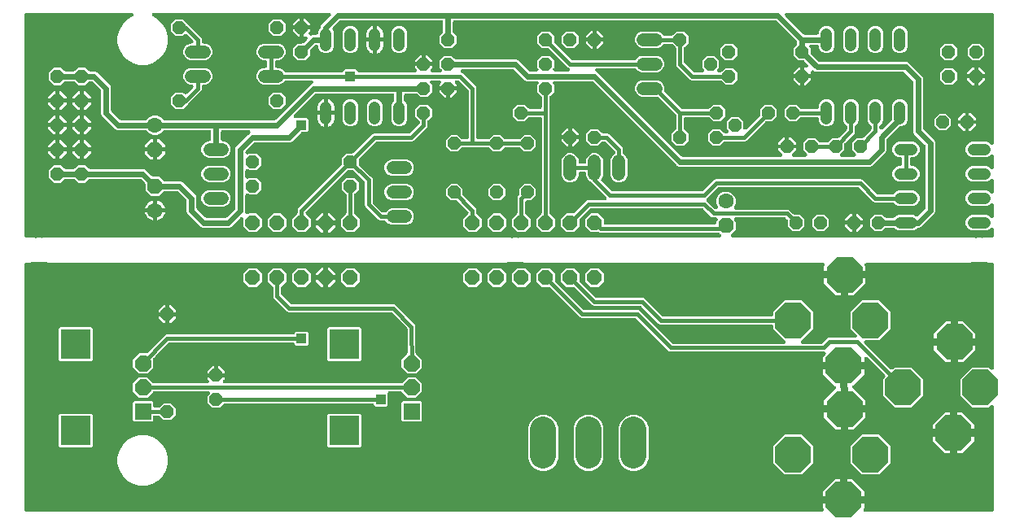
<source format=gtl>
G04 EAGLE Gerber RS-274X export*
G75*
%MOMM*%
%FSLAX34Y34*%
%LPD*%
%INTop Copper*%
%IPPOS*%
%AMOC8*
5,1,8,0,0,1.08239X$1,22.5*%
G01*
%ADD10P,1.429621X8X292.500000*%
%ADD11P,1.732040X8X112.500000*%
%ADD12C,1.600200*%
%ADD13P,1.732040X8X292.500000*%
%ADD14C,1.320800*%
%ADD15C,1.208000*%
%ADD16R,1.676400X1.676400*%
%ADD17P,1.814519X8X22.500000*%
%ADD18R,3.116000X3.116000*%
%ADD19P,1.429621X8X112.500000*%
%ADD20P,4.058962X8X202.500000*%
%ADD21P,4.058962X8X112.500000*%
%ADD22P,1.429621X8X22.500000*%
%ADD23C,2.705100*%
%ADD24P,1.429621X8X202.500000*%
%ADD25P,1.539592X8X292.500000*%
%ADD26P,1.649562X8X112.500000*%
%ADD27C,0.406400*%
%ADD28R,1.006400X1.006400*%
%ADD29C,0.609600*%

G36*
X839745Y10162D02*
X839745Y10162D01*
X839754Y10161D01*
X839946Y10182D01*
X840136Y10201D01*
X840145Y10203D01*
X840154Y10204D01*
X840337Y10262D01*
X840521Y10319D01*
X840529Y10323D01*
X840538Y10326D01*
X840707Y10419D01*
X840875Y10511D01*
X840882Y10516D01*
X840890Y10521D01*
X841038Y10646D01*
X841185Y10768D01*
X841190Y10775D01*
X841197Y10781D01*
X841317Y10933D01*
X841437Y11082D01*
X841441Y11090D01*
X841447Y11097D01*
X841534Y11270D01*
X841622Y11439D01*
X841625Y11448D01*
X841629Y11456D01*
X841681Y11641D01*
X841734Y11826D01*
X841735Y11835D01*
X841737Y11844D01*
X841751Y12036D01*
X841767Y12228D01*
X841766Y12236D01*
X841766Y12245D01*
X841742Y12437D01*
X841720Y12627D01*
X841717Y12636D01*
X841716Y12645D01*
X841655Y12827D01*
X841595Y13010D01*
X841591Y13018D01*
X841588Y13026D01*
X841491Y13194D01*
X841397Y13361D01*
X841391Y13368D01*
X841387Y13375D01*
X841172Y13628D01*
X840959Y13841D01*
X840959Y18597D01*
X860218Y18597D01*
X860236Y18599D01*
X860253Y18597D01*
X860436Y18618D01*
X860618Y18637D01*
X860636Y18642D01*
X860653Y18644D01*
X860828Y18701D01*
X861003Y18755D01*
X861019Y18763D01*
X861036Y18769D01*
X861196Y18859D01*
X861357Y18947D01*
X861371Y18958D01*
X861387Y18967D01*
X861526Y19087D01*
X861667Y19204D01*
X861678Y19218D01*
X861691Y19230D01*
X861804Y19375D01*
X861919Y19518D01*
X861927Y19534D01*
X861938Y19548D01*
X862020Y19713D01*
X862105Y19875D01*
X862109Y19892D01*
X862117Y19909D01*
X862165Y20087D01*
X862216Y20262D01*
X862217Y20280D01*
X862222Y20297D01*
X862249Y20628D01*
X862249Y22661D01*
X862251Y22661D01*
X862251Y20628D01*
X862253Y20610D01*
X862251Y20592D01*
X862273Y20410D01*
X862291Y20227D01*
X862296Y20210D01*
X862298Y20193D01*
X862355Y20018D01*
X862409Y19842D01*
X862417Y19827D01*
X862423Y19810D01*
X862513Y19650D01*
X862601Y19488D01*
X862612Y19475D01*
X862621Y19459D01*
X862741Y19320D01*
X862858Y19179D01*
X862872Y19168D01*
X862884Y19155D01*
X863029Y19042D01*
X863172Y18927D01*
X863188Y18919D01*
X863202Y18908D01*
X863367Y18826D01*
X863530Y18741D01*
X863547Y18736D01*
X863563Y18728D01*
X863741Y18681D01*
X863916Y18630D01*
X863934Y18628D01*
X863951Y18624D01*
X864282Y18597D01*
X883541Y18597D01*
X883541Y13841D01*
X883328Y13628D01*
X883322Y13621D01*
X883315Y13616D01*
X883196Y13467D01*
X883073Y13317D01*
X883069Y13309D01*
X883063Y13302D01*
X882975Y13133D01*
X882884Y12961D01*
X882882Y12952D01*
X882878Y12945D01*
X882825Y12761D01*
X882769Y12575D01*
X882769Y12566D01*
X882766Y12558D01*
X882751Y12367D01*
X882733Y12174D01*
X882734Y12165D01*
X882733Y12156D01*
X882756Y11967D01*
X882776Y11774D01*
X882779Y11765D01*
X882780Y11757D01*
X882840Y11574D01*
X882898Y11390D01*
X882902Y11382D01*
X882905Y11374D01*
X883000Y11205D01*
X883093Y11038D01*
X883099Y11031D01*
X883103Y11023D01*
X883230Y10877D01*
X883353Y10731D01*
X883360Y10725D01*
X883366Y10718D01*
X883519Y10600D01*
X883669Y10481D01*
X883677Y10477D01*
X883684Y10472D01*
X883858Y10385D01*
X884028Y10299D01*
X884037Y10296D01*
X884045Y10292D01*
X884233Y10242D01*
X884416Y10191D01*
X884425Y10190D01*
X884433Y10188D01*
X884764Y10161D01*
X1016508Y10161D01*
X1016526Y10163D01*
X1016544Y10161D01*
X1016726Y10182D01*
X1016909Y10201D01*
X1016926Y10206D01*
X1016943Y10208D01*
X1017118Y10265D01*
X1017294Y10319D01*
X1017309Y10327D01*
X1017326Y10333D01*
X1017486Y10423D01*
X1017648Y10511D01*
X1017661Y10522D01*
X1017677Y10531D01*
X1017816Y10651D01*
X1017957Y10768D01*
X1017968Y10782D01*
X1017982Y10794D01*
X1018094Y10939D01*
X1018209Y11082D01*
X1018217Y11098D01*
X1018228Y11112D01*
X1018310Y11277D01*
X1018395Y11439D01*
X1018400Y11456D01*
X1018408Y11472D01*
X1018455Y11651D01*
X1018506Y11826D01*
X1018508Y11844D01*
X1018512Y11861D01*
X1018539Y12192D01*
X1018539Y119394D01*
X1018538Y119403D01*
X1018539Y119412D01*
X1018518Y119604D01*
X1018499Y119795D01*
X1018497Y119803D01*
X1018496Y119812D01*
X1018438Y119994D01*
X1018381Y120180D01*
X1018377Y120188D01*
X1018374Y120196D01*
X1018281Y120364D01*
X1018189Y120534D01*
X1018184Y120541D01*
X1018179Y120548D01*
X1018055Y120695D01*
X1017932Y120843D01*
X1017925Y120849D01*
X1017919Y120855D01*
X1017768Y120974D01*
X1017618Y121095D01*
X1017610Y121099D01*
X1017603Y121105D01*
X1017430Y121193D01*
X1017261Y121281D01*
X1017252Y121283D01*
X1017244Y121287D01*
X1017058Y121339D01*
X1016874Y121392D01*
X1016865Y121393D01*
X1016856Y121395D01*
X1016663Y121409D01*
X1016472Y121425D01*
X1016464Y121424D01*
X1016455Y121425D01*
X1016262Y121400D01*
X1016073Y121378D01*
X1016064Y121375D01*
X1016055Y121374D01*
X1015872Y121313D01*
X1015690Y121253D01*
X1015682Y121249D01*
X1015674Y121246D01*
X1015508Y121151D01*
X1015339Y121055D01*
X1015332Y121050D01*
X1015325Y121045D01*
X1015072Y120831D01*
X1013158Y118917D01*
X995942Y118917D01*
X983767Y131092D01*
X983767Y148308D01*
X995942Y160483D01*
X1013158Y160483D01*
X1015072Y158569D01*
X1015079Y158564D01*
X1015084Y158557D01*
X1015234Y158437D01*
X1015383Y158314D01*
X1015391Y158310D01*
X1015398Y158305D01*
X1015568Y158216D01*
X1015739Y158126D01*
X1015748Y158123D01*
X1015755Y158119D01*
X1015940Y158066D01*
X1016125Y158011D01*
X1016134Y158010D01*
X1016142Y158008D01*
X1016333Y157992D01*
X1016526Y157975D01*
X1016535Y157976D01*
X1016544Y157975D01*
X1016733Y157997D01*
X1016926Y158018D01*
X1016935Y158021D01*
X1016943Y158022D01*
X1017125Y158081D01*
X1017310Y158140D01*
X1017318Y158144D01*
X1017326Y158147D01*
X1017495Y158242D01*
X1017662Y158334D01*
X1017669Y158340D01*
X1017677Y158345D01*
X1017823Y158470D01*
X1017969Y158595D01*
X1017975Y158602D01*
X1017982Y158608D01*
X1018099Y158759D01*
X1018219Y158911D01*
X1018223Y158919D01*
X1018228Y158926D01*
X1018314Y159098D01*
X1018401Y159270D01*
X1018404Y159278D01*
X1018408Y159286D01*
X1018458Y159472D01*
X1018509Y159658D01*
X1018510Y159666D01*
X1018512Y159675D01*
X1018539Y160006D01*
X1018539Y267208D01*
X1018537Y267226D01*
X1018539Y267244D01*
X1018518Y267426D01*
X1018499Y267609D01*
X1018494Y267626D01*
X1018492Y267643D01*
X1018435Y267818D01*
X1018381Y267994D01*
X1018373Y268009D01*
X1018367Y268026D01*
X1018277Y268186D01*
X1018189Y268348D01*
X1018178Y268361D01*
X1018169Y268377D01*
X1018049Y268516D01*
X1017932Y268657D01*
X1017918Y268668D01*
X1017906Y268682D01*
X1017761Y268794D01*
X1017618Y268909D01*
X1017602Y268917D01*
X1017588Y268928D01*
X1017423Y269010D01*
X1017261Y269095D01*
X1017244Y269100D01*
X1017228Y269108D01*
X1017049Y269155D01*
X1016874Y269206D01*
X1016856Y269208D01*
X1016839Y269212D01*
X1016508Y269239D01*
X1013347Y269239D01*
X1012091Y269760D01*
X1012061Y269769D01*
X1012033Y269783D01*
X1011868Y269827D01*
X1011706Y269876D01*
X1011675Y269879D01*
X1011644Y269887D01*
X1011314Y269914D01*
X1007092Y269914D01*
X1007034Y269930D01*
X1006867Y269981D01*
X1006840Y269983D01*
X1006814Y269990D01*
X1006640Y270002D01*
X1006466Y270019D01*
X1006439Y270016D01*
X1006413Y270018D01*
X1006239Y269995D01*
X1006066Y269977D01*
X1006040Y269969D01*
X1006013Y269966D01*
X1005853Y269914D01*
X1000742Y269914D01*
X1000684Y269930D01*
X1000517Y269981D01*
X1000490Y269983D01*
X1000465Y269990D01*
X1000289Y270002D01*
X1000116Y270019D01*
X1000090Y270016D01*
X1000063Y270018D01*
X999889Y269995D01*
X999716Y269977D01*
X999690Y269969D01*
X999664Y269966D01*
X999503Y269914D01*
X995286Y269914D01*
X995255Y269911D01*
X995224Y269913D01*
X995055Y269891D01*
X994886Y269874D01*
X994856Y269865D01*
X994825Y269861D01*
X994509Y269760D01*
X993253Y269239D01*
X886034Y269239D01*
X886025Y269238D01*
X886016Y269239D01*
X885826Y269219D01*
X885634Y269199D01*
X885625Y269197D01*
X885616Y269196D01*
X885433Y269138D01*
X885249Y269081D01*
X885241Y269077D01*
X885232Y269074D01*
X885064Y268981D01*
X884895Y268889D01*
X884888Y268884D01*
X884880Y268879D01*
X884732Y268754D01*
X884585Y268632D01*
X884580Y268625D01*
X884573Y268619D01*
X884453Y268467D01*
X884333Y268318D01*
X884329Y268310D01*
X884323Y268303D01*
X884235Y268129D01*
X884148Y267961D01*
X884145Y267952D01*
X884141Y267944D01*
X884089Y267758D01*
X884036Y267574D01*
X884035Y267565D01*
X884033Y267556D01*
X884019Y267364D01*
X884003Y267172D01*
X884004Y267164D01*
X884004Y267155D01*
X884028Y266963D01*
X884050Y266773D01*
X884053Y266764D01*
X884054Y266755D01*
X884115Y266573D01*
X884175Y266390D01*
X884179Y266382D01*
X884182Y266374D01*
X884279Y266206D01*
X884373Y266039D01*
X884379Y266032D01*
X884383Y266025D01*
X884541Y265839D01*
X884541Y260759D01*
X864968Y260759D01*
X864950Y260757D01*
X864933Y260759D01*
X864750Y260738D01*
X864568Y260719D01*
X864551Y260714D01*
X864533Y260712D01*
X864358Y260655D01*
X864183Y260601D01*
X864167Y260593D01*
X864150Y260587D01*
X863990Y260497D01*
X863829Y260409D01*
X863815Y260398D01*
X863799Y260389D01*
X863660Y260269D01*
X863519Y260152D01*
X863508Y260138D01*
X863495Y260126D01*
X863382Y259981D01*
X863267Y259838D01*
X863259Y259822D01*
X863248Y259808D01*
X863247Y259806D01*
X863213Y259868D01*
X863202Y259881D01*
X863193Y259897D01*
X863073Y260036D01*
X862955Y260177D01*
X862942Y260188D01*
X862930Y260202D01*
X862785Y260314D01*
X862642Y260429D01*
X862626Y260437D01*
X862612Y260448D01*
X862447Y260530D01*
X862284Y260615D01*
X862267Y260620D01*
X862251Y260628D01*
X862073Y260675D01*
X861898Y260726D01*
X861880Y260728D01*
X861863Y260732D01*
X861532Y260759D01*
X841959Y260759D01*
X841959Y265840D01*
X842035Y265934D01*
X842157Y266083D01*
X842161Y266091D01*
X842167Y266098D01*
X842255Y266268D01*
X842346Y266439D01*
X842348Y266448D01*
X842352Y266455D01*
X842405Y266639D01*
X842461Y266825D01*
X842461Y266834D01*
X842464Y266842D01*
X842479Y267033D01*
X842497Y267226D01*
X842496Y267235D01*
X842497Y267244D01*
X842474Y267433D01*
X842454Y267626D01*
X842451Y267635D01*
X842450Y267643D01*
X842390Y267826D01*
X842332Y268010D01*
X842328Y268018D01*
X842325Y268026D01*
X842231Y268193D01*
X842137Y268362D01*
X842131Y268369D01*
X842127Y268377D01*
X842001Y268522D01*
X841877Y268669D01*
X841870Y268675D01*
X841864Y268682D01*
X841713Y268799D01*
X841561Y268919D01*
X841553Y268923D01*
X841546Y268928D01*
X841374Y269014D01*
X841202Y269101D01*
X841193Y269104D01*
X841185Y269108D01*
X840997Y269158D01*
X840814Y269209D01*
X840805Y269210D01*
X840797Y269212D01*
X840466Y269239D01*
X530747Y269239D01*
X529491Y269760D01*
X529461Y269769D01*
X529433Y269783D01*
X529268Y269827D01*
X529106Y269876D01*
X529075Y269879D01*
X529044Y269887D01*
X528714Y269914D01*
X524492Y269914D01*
X524434Y269930D01*
X524267Y269981D01*
X524240Y269983D01*
X524214Y269990D01*
X524040Y270002D01*
X523866Y270019D01*
X523839Y270016D01*
X523813Y270018D01*
X523639Y269995D01*
X523466Y269977D01*
X523440Y269969D01*
X523413Y269966D01*
X523253Y269914D01*
X518142Y269914D01*
X518084Y269930D01*
X517917Y269981D01*
X517890Y269983D01*
X517865Y269990D01*
X517689Y270002D01*
X517516Y270019D01*
X517490Y270016D01*
X517463Y270018D01*
X517289Y269995D01*
X517116Y269977D01*
X517090Y269969D01*
X517064Y269966D01*
X516903Y269914D01*
X512686Y269914D01*
X512655Y269911D01*
X512624Y269913D01*
X512455Y269891D01*
X512286Y269874D01*
X512256Y269865D01*
X512225Y269861D01*
X511909Y269760D01*
X510653Y269239D01*
X35447Y269239D01*
X34191Y269760D01*
X34161Y269769D01*
X34133Y269783D01*
X33968Y269827D01*
X33806Y269876D01*
X33775Y269879D01*
X33744Y269887D01*
X33414Y269914D01*
X29192Y269914D01*
X29134Y269930D01*
X28967Y269981D01*
X28940Y269983D01*
X28914Y269990D01*
X28740Y270002D01*
X28566Y270019D01*
X28539Y270016D01*
X28513Y270018D01*
X28339Y269995D01*
X28166Y269977D01*
X28140Y269969D01*
X28113Y269966D01*
X27953Y269914D01*
X22842Y269914D01*
X22784Y269930D01*
X22617Y269981D01*
X22590Y269983D01*
X22564Y269990D01*
X22390Y270002D01*
X22216Y270019D01*
X22189Y270016D01*
X22163Y270018D01*
X21989Y269995D01*
X21816Y269977D01*
X21790Y269969D01*
X21763Y269966D01*
X21603Y269914D01*
X17386Y269914D01*
X17355Y269911D01*
X17324Y269913D01*
X17155Y269891D01*
X16986Y269874D01*
X16956Y269865D01*
X16925Y269861D01*
X16609Y269760D01*
X15353Y269239D01*
X12192Y269239D01*
X12174Y269237D01*
X12156Y269239D01*
X11974Y269218D01*
X11791Y269199D01*
X11774Y269194D01*
X11757Y269192D01*
X11582Y269135D01*
X11406Y269081D01*
X11391Y269073D01*
X11374Y269067D01*
X11214Y268977D01*
X11052Y268889D01*
X11039Y268878D01*
X11023Y268869D01*
X10884Y268749D01*
X10743Y268632D01*
X10732Y268618D01*
X10718Y268606D01*
X10606Y268461D01*
X10491Y268318D01*
X10483Y268302D01*
X10472Y268288D01*
X10390Y268123D01*
X10305Y267961D01*
X10300Y267944D01*
X10292Y267928D01*
X10245Y267749D01*
X10194Y267574D01*
X10192Y267556D01*
X10188Y267539D01*
X10161Y267208D01*
X10161Y12192D01*
X10163Y12174D01*
X10161Y12156D01*
X10182Y11974D01*
X10201Y11791D01*
X10206Y11774D01*
X10208Y11757D01*
X10265Y11582D01*
X10319Y11406D01*
X10327Y11391D01*
X10333Y11374D01*
X10423Y11214D01*
X10511Y11052D01*
X10522Y11039D01*
X10531Y11023D01*
X10651Y10884D01*
X10768Y10743D01*
X10782Y10732D01*
X10794Y10718D01*
X10939Y10606D01*
X11082Y10491D01*
X11098Y10483D01*
X11112Y10472D01*
X11277Y10390D01*
X11439Y10305D01*
X11456Y10300D01*
X11472Y10292D01*
X11651Y10245D01*
X11826Y10194D01*
X11844Y10192D01*
X11861Y10188D01*
X12192Y10161D01*
X839736Y10161D01*
X839745Y10162D01*
G37*
G36*
X1006510Y295134D02*
X1006510Y295134D01*
X1006537Y295132D01*
X1006711Y295155D01*
X1006884Y295173D01*
X1006910Y295181D01*
X1006937Y295184D01*
X1007097Y295236D01*
X1011314Y295236D01*
X1011345Y295239D01*
X1011376Y295237D01*
X1011545Y295259D01*
X1011714Y295276D01*
X1011744Y295285D01*
X1011775Y295289D01*
X1012091Y295390D01*
X1013347Y295911D01*
X1016508Y295911D01*
X1016526Y295913D01*
X1016544Y295911D01*
X1016726Y295932D01*
X1016909Y295951D01*
X1016926Y295956D01*
X1016943Y295958D01*
X1017118Y296015D01*
X1017294Y296069D01*
X1017309Y296077D01*
X1017326Y296083D01*
X1017486Y296173D01*
X1017648Y296261D01*
X1017661Y296272D01*
X1017677Y296281D01*
X1017816Y296401D01*
X1017957Y296518D01*
X1017968Y296532D01*
X1017982Y296544D01*
X1018094Y296689D01*
X1018209Y296832D01*
X1018217Y296848D01*
X1018228Y296862D01*
X1018310Y297027D01*
X1018395Y297189D01*
X1018400Y297206D01*
X1018408Y297222D01*
X1018455Y297401D01*
X1018506Y297576D01*
X1018508Y297594D01*
X1018512Y297611D01*
X1018539Y297942D01*
X1018539Y304029D01*
X1018538Y304038D01*
X1018539Y304047D01*
X1018518Y304238D01*
X1018499Y304429D01*
X1018497Y304438D01*
X1018496Y304447D01*
X1018438Y304629D01*
X1018381Y304814D01*
X1018377Y304822D01*
X1018374Y304831D01*
X1018281Y304999D01*
X1018189Y305168D01*
X1018184Y305175D01*
X1018179Y305183D01*
X1018054Y305331D01*
X1017932Y305478D01*
X1017925Y305483D01*
X1017919Y305490D01*
X1017767Y305610D01*
X1017618Y305730D01*
X1017610Y305734D01*
X1017603Y305740D01*
X1017431Y305827D01*
X1017261Y305916D01*
X1017252Y305918D01*
X1017244Y305922D01*
X1017058Y305974D01*
X1016874Y306027D01*
X1016865Y306028D01*
X1016856Y306030D01*
X1016664Y306044D01*
X1016472Y306060D01*
X1016464Y306059D01*
X1016455Y306059D01*
X1016262Y306035D01*
X1016073Y306013D01*
X1016064Y306010D01*
X1016055Y306009D01*
X1015872Y305948D01*
X1015690Y305888D01*
X1015682Y305884D01*
X1015674Y305881D01*
X1015508Y305785D01*
X1015339Y305690D01*
X1015332Y305684D01*
X1015325Y305680D01*
X1015072Y305465D01*
X1013913Y304306D01*
X1010946Y303077D01*
X995654Y303077D01*
X992687Y304306D01*
X990416Y306577D01*
X989187Y309544D01*
X989187Y312756D01*
X990416Y315723D01*
X992687Y317994D01*
X995654Y319223D01*
X1010946Y319223D01*
X1013913Y317994D01*
X1015072Y316835D01*
X1015079Y316829D01*
X1015084Y316822D01*
X1015235Y316701D01*
X1015383Y316580D01*
X1015391Y316576D01*
X1015398Y316570D01*
X1015568Y316482D01*
X1015739Y316391D01*
X1015748Y316389D01*
X1015755Y316384D01*
X1015940Y316331D01*
X1016125Y316276D01*
X1016134Y316276D01*
X1016142Y316273D01*
X1016333Y316257D01*
X1016526Y316240D01*
X1016535Y316241D01*
X1016544Y316240D01*
X1016733Y316262D01*
X1016926Y316283D01*
X1016935Y316286D01*
X1016943Y316287D01*
X1017125Y316346D01*
X1017310Y316405D01*
X1017318Y316409D01*
X1017326Y316412D01*
X1017493Y316506D01*
X1017662Y316600D01*
X1017669Y316605D01*
X1017677Y316610D01*
X1017822Y316735D01*
X1017969Y316860D01*
X1017975Y316867D01*
X1017982Y316873D01*
X1018098Y317024D01*
X1018219Y317176D01*
X1018223Y317184D01*
X1018228Y317191D01*
X1018312Y317360D01*
X1018401Y317535D01*
X1018404Y317544D01*
X1018408Y317552D01*
X1018457Y317737D01*
X1018509Y317923D01*
X1018510Y317932D01*
X1018512Y317940D01*
X1018539Y318271D01*
X1018539Y329429D01*
X1018538Y329438D01*
X1018539Y329447D01*
X1018518Y329638D01*
X1018499Y329829D01*
X1018497Y329838D01*
X1018496Y329847D01*
X1018438Y330028D01*
X1018381Y330214D01*
X1018377Y330222D01*
X1018374Y330231D01*
X1018281Y330399D01*
X1018189Y330568D01*
X1018184Y330575D01*
X1018179Y330583D01*
X1018054Y330731D01*
X1017932Y330878D01*
X1017925Y330883D01*
X1017919Y330890D01*
X1017767Y331010D01*
X1017618Y331130D01*
X1017610Y331134D01*
X1017603Y331140D01*
X1017431Y331227D01*
X1017261Y331316D01*
X1017252Y331318D01*
X1017244Y331322D01*
X1017058Y331374D01*
X1016874Y331427D01*
X1016865Y331428D01*
X1016856Y331430D01*
X1016664Y331444D01*
X1016472Y331460D01*
X1016464Y331459D01*
X1016455Y331459D01*
X1016262Y331435D01*
X1016073Y331413D01*
X1016064Y331410D01*
X1016055Y331409D01*
X1015872Y331348D01*
X1015690Y331288D01*
X1015682Y331284D01*
X1015674Y331281D01*
X1015508Y331185D01*
X1015339Y331090D01*
X1015332Y331084D01*
X1015325Y331080D01*
X1015072Y330865D01*
X1013913Y329706D01*
X1010946Y328477D01*
X995654Y328477D01*
X992687Y329706D01*
X990416Y331977D01*
X989187Y334944D01*
X989187Y338156D01*
X990416Y341123D01*
X992687Y343394D01*
X995654Y344623D01*
X1010946Y344623D01*
X1013913Y343394D01*
X1015072Y342235D01*
X1015079Y342229D01*
X1015084Y342222D01*
X1015235Y342101D01*
X1015383Y341980D01*
X1015391Y341976D01*
X1015398Y341970D01*
X1015568Y341882D01*
X1015739Y341791D01*
X1015748Y341789D01*
X1015755Y341784D01*
X1015940Y341731D01*
X1016125Y341676D01*
X1016134Y341676D01*
X1016142Y341673D01*
X1016333Y341657D01*
X1016526Y341640D01*
X1016535Y341641D01*
X1016544Y341640D01*
X1016733Y341662D01*
X1016926Y341683D01*
X1016935Y341686D01*
X1016943Y341687D01*
X1017125Y341746D01*
X1017310Y341805D01*
X1017318Y341809D01*
X1017326Y341812D01*
X1017493Y341906D01*
X1017662Y342000D01*
X1017669Y342005D01*
X1017677Y342010D01*
X1017822Y342135D01*
X1017969Y342260D01*
X1017975Y342267D01*
X1017982Y342273D01*
X1018098Y342424D01*
X1018219Y342576D01*
X1018223Y342584D01*
X1018228Y342591D01*
X1018312Y342760D01*
X1018401Y342935D01*
X1018404Y342944D01*
X1018408Y342952D01*
X1018457Y343137D01*
X1018509Y343323D01*
X1018510Y343332D01*
X1018512Y343340D01*
X1018539Y343671D01*
X1018539Y354829D01*
X1018538Y354838D01*
X1018539Y354847D01*
X1018518Y355038D01*
X1018499Y355229D01*
X1018497Y355238D01*
X1018496Y355247D01*
X1018438Y355429D01*
X1018381Y355614D01*
X1018377Y355622D01*
X1018374Y355631D01*
X1018281Y355799D01*
X1018189Y355968D01*
X1018184Y355975D01*
X1018179Y355983D01*
X1018054Y356131D01*
X1017932Y356278D01*
X1017925Y356283D01*
X1017919Y356290D01*
X1017768Y356410D01*
X1017618Y356530D01*
X1017610Y356534D01*
X1017603Y356540D01*
X1017431Y356627D01*
X1017261Y356716D01*
X1017252Y356718D01*
X1017244Y356722D01*
X1017058Y356774D01*
X1016874Y356827D01*
X1016865Y356828D01*
X1016856Y356830D01*
X1016664Y356844D01*
X1016472Y356860D01*
X1016464Y356859D01*
X1016455Y356859D01*
X1016262Y356835D01*
X1016073Y356813D01*
X1016064Y356810D01*
X1016055Y356809D01*
X1015872Y356748D01*
X1015690Y356688D01*
X1015682Y356684D01*
X1015674Y356681D01*
X1015508Y356585D01*
X1015339Y356490D01*
X1015332Y356484D01*
X1015325Y356480D01*
X1015072Y356265D01*
X1013913Y355106D01*
X1010946Y353877D01*
X995654Y353877D01*
X992687Y355106D01*
X990416Y357377D01*
X989187Y360344D01*
X989187Y363556D01*
X990416Y366523D01*
X992687Y368794D01*
X995654Y370023D01*
X1010946Y370023D01*
X1013913Y368794D01*
X1015072Y367635D01*
X1015079Y367629D01*
X1015084Y367622D01*
X1015235Y367501D01*
X1015383Y367380D01*
X1015391Y367376D01*
X1015398Y367370D01*
X1015568Y367282D01*
X1015739Y367191D01*
X1015748Y367189D01*
X1015755Y367184D01*
X1015940Y367131D01*
X1016125Y367076D01*
X1016134Y367076D01*
X1016142Y367073D01*
X1016333Y367057D01*
X1016526Y367040D01*
X1016535Y367041D01*
X1016544Y367040D01*
X1016733Y367062D01*
X1016926Y367083D01*
X1016935Y367086D01*
X1016943Y367087D01*
X1017125Y367146D01*
X1017310Y367205D01*
X1017318Y367209D01*
X1017326Y367212D01*
X1017493Y367306D01*
X1017662Y367400D01*
X1017669Y367405D01*
X1017677Y367410D01*
X1017822Y367535D01*
X1017969Y367660D01*
X1017975Y367667D01*
X1017982Y367673D01*
X1018098Y367824D01*
X1018219Y367976D01*
X1018223Y367984D01*
X1018228Y367991D01*
X1018312Y368160D01*
X1018401Y368335D01*
X1018404Y368344D01*
X1018408Y368352D01*
X1018457Y368537D01*
X1018509Y368723D01*
X1018510Y368732D01*
X1018512Y368740D01*
X1018539Y369071D01*
X1018539Y380229D01*
X1018538Y380238D01*
X1018539Y380247D01*
X1018518Y380438D01*
X1018499Y380629D01*
X1018497Y380638D01*
X1018496Y380647D01*
X1018438Y380829D01*
X1018381Y381014D01*
X1018377Y381022D01*
X1018374Y381031D01*
X1018281Y381199D01*
X1018189Y381368D01*
X1018184Y381375D01*
X1018179Y381383D01*
X1018054Y381531D01*
X1017932Y381678D01*
X1017925Y381683D01*
X1017919Y381690D01*
X1017767Y381810D01*
X1017618Y381930D01*
X1017610Y381934D01*
X1017603Y381940D01*
X1017431Y382027D01*
X1017261Y382116D01*
X1017252Y382118D01*
X1017244Y382122D01*
X1017058Y382174D01*
X1016874Y382227D01*
X1016865Y382228D01*
X1016856Y382230D01*
X1016664Y382244D01*
X1016472Y382260D01*
X1016464Y382259D01*
X1016455Y382259D01*
X1016262Y382235D01*
X1016073Y382213D01*
X1016064Y382210D01*
X1016055Y382209D01*
X1015872Y382148D01*
X1015690Y382088D01*
X1015682Y382084D01*
X1015674Y382081D01*
X1015508Y381985D01*
X1015339Y381890D01*
X1015332Y381884D01*
X1015325Y381880D01*
X1015072Y381665D01*
X1013913Y380506D01*
X1010946Y379277D01*
X995654Y379277D01*
X992687Y380506D01*
X990416Y382777D01*
X989187Y385744D01*
X989187Y388956D01*
X990416Y391923D01*
X992687Y394194D01*
X995654Y395423D01*
X1010946Y395423D01*
X1013913Y394194D01*
X1015072Y393035D01*
X1015079Y393029D01*
X1015084Y393022D01*
X1015235Y392901D01*
X1015383Y392780D01*
X1015391Y392776D01*
X1015398Y392770D01*
X1015568Y392682D01*
X1015739Y392591D01*
X1015748Y392589D01*
X1015755Y392584D01*
X1015940Y392531D01*
X1016125Y392476D01*
X1016134Y392476D01*
X1016142Y392473D01*
X1016333Y392457D01*
X1016526Y392440D01*
X1016535Y392441D01*
X1016544Y392440D01*
X1016733Y392462D01*
X1016926Y392483D01*
X1016935Y392486D01*
X1016943Y392487D01*
X1017125Y392546D01*
X1017310Y392605D01*
X1017318Y392609D01*
X1017326Y392612D01*
X1017493Y392706D01*
X1017662Y392800D01*
X1017669Y392805D01*
X1017677Y392810D01*
X1017822Y392935D01*
X1017969Y393060D01*
X1017975Y393067D01*
X1017982Y393073D01*
X1018098Y393224D01*
X1018219Y393376D01*
X1018223Y393384D01*
X1018228Y393391D01*
X1018313Y393562D01*
X1018401Y393735D01*
X1018404Y393744D01*
X1018408Y393752D01*
X1018457Y393937D01*
X1018509Y394123D01*
X1018510Y394132D01*
X1018512Y394140D01*
X1018539Y394471D01*
X1018539Y527558D01*
X1018537Y527576D01*
X1018539Y527594D01*
X1018518Y527776D01*
X1018499Y527959D01*
X1018494Y527976D01*
X1018492Y527993D01*
X1018435Y528168D01*
X1018381Y528344D01*
X1018373Y528359D01*
X1018367Y528376D01*
X1018277Y528536D01*
X1018189Y528698D01*
X1018178Y528711D01*
X1018169Y528727D01*
X1018049Y528866D01*
X1017932Y529007D01*
X1017918Y529018D01*
X1017906Y529032D01*
X1017761Y529144D01*
X1017618Y529259D01*
X1017602Y529267D01*
X1017588Y529278D01*
X1017423Y529360D01*
X1017261Y529445D01*
X1017244Y529450D01*
X1017228Y529458D01*
X1017049Y529505D01*
X1016874Y529556D01*
X1016856Y529558D01*
X1016839Y529562D01*
X1016508Y529589D01*
X803300Y529589D01*
X803291Y529588D01*
X803282Y529589D01*
X803089Y529568D01*
X802899Y529549D01*
X802891Y529547D01*
X802882Y529546D01*
X802697Y529487D01*
X802514Y529431D01*
X802507Y529427D01*
X802498Y529424D01*
X802329Y529331D01*
X802160Y529239D01*
X802153Y529234D01*
X802146Y529229D01*
X801999Y529105D01*
X801851Y528982D01*
X801845Y528975D01*
X801839Y528969D01*
X801719Y528817D01*
X801599Y528668D01*
X801595Y528660D01*
X801589Y528653D01*
X801501Y528480D01*
X801413Y528311D01*
X801411Y528302D01*
X801407Y528294D01*
X801355Y528108D01*
X801302Y527924D01*
X801301Y527915D01*
X801299Y527906D01*
X801285Y527713D01*
X801269Y527522D01*
X801270Y527514D01*
X801269Y527505D01*
X801294Y527312D01*
X801316Y527123D01*
X801319Y527114D01*
X801320Y527105D01*
X801381Y526922D01*
X801441Y526740D01*
X801445Y526732D01*
X801448Y526724D01*
X801544Y526557D01*
X801639Y526389D01*
X801644Y526382D01*
X801649Y526375D01*
X801864Y526122D01*
X820660Y507326D01*
X820680Y507309D01*
X820698Y507288D01*
X820836Y507181D01*
X820971Y507071D01*
X820995Y507058D01*
X821016Y507042D01*
X821173Y506964D01*
X821327Y506882D01*
X821352Y506874D01*
X821376Y506862D01*
X821546Y506817D01*
X821713Y506767D01*
X821739Y506765D01*
X821765Y506758D01*
X822096Y506731D01*
X834446Y506731D01*
X834464Y506733D01*
X834482Y506731D01*
X834664Y506752D01*
X834847Y506771D01*
X834864Y506776D01*
X834881Y506778D01*
X835056Y506835D01*
X835232Y506889D01*
X835247Y506897D01*
X835264Y506903D01*
X835424Y506993D01*
X835586Y507081D01*
X835599Y507092D01*
X835615Y507101D01*
X835754Y507221D01*
X835895Y507338D01*
X835906Y507352D01*
X835920Y507364D01*
X836032Y507509D01*
X836147Y507652D01*
X836155Y507668D01*
X836166Y507682D01*
X836248Y507847D01*
X836333Y508009D01*
X836338Y508026D01*
X836346Y508042D01*
X836393Y508221D01*
X836444Y508396D01*
X836446Y508414D01*
X836450Y508431D01*
X836477Y508762D01*
X836477Y509296D01*
X837706Y512263D01*
X839977Y514534D01*
X842944Y515763D01*
X846156Y515763D01*
X849123Y514534D01*
X851394Y512263D01*
X852623Y509296D01*
X852623Y494004D01*
X851394Y491037D01*
X849123Y488766D01*
X846156Y487537D01*
X842944Y487537D01*
X839977Y488766D01*
X837706Y491037D01*
X836477Y494004D01*
X836477Y494538D01*
X836475Y494556D01*
X836477Y494574D01*
X836456Y494756D01*
X836437Y494939D01*
X836432Y494956D01*
X836430Y494973D01*
X836373Y495148D01*
X836319Y495324D01*
X836311Y495339D01*
X836305Y495356D01*
X836215Y495516D01*
X836127Y495678D01*
X836116Y495691D01*
X836107Y495707D01*
X835987Y495846D01*
X835870Y495987D01*
X835856Y495998D01*
X835844Y496012D01*
X835699Y496124D01*
X835556Y496239D01*
X835540Y496247D01*
X835526Y496258D01*
X835361Y496340D01*
X835199Y496425D01*
X835182Y496430D01*
X835166Y496438D01*
X834987Y496485D01*
X834812Y496536D01*
X834794Y496538D01*
X834777Y496542D01*
X834446Y496569D01*
X828649Y496569D01*
X828640Y496568D01*
X828631Y496569D01*
X828439Y496548D01*
X828248Y496529D01*
X828240Y496527D01*
X828231Y496526D01*
X828048Y496468D01*
X827863Y496411D01*
X827855Y496407D01*
X827847Y496404D01*
X827678Y496311D01*
X827509Y496219D01*
X827502Y496214D01*
X827495Y496209D01*
X827347Y496084D01*
X827200Y495962D01*
X827194Y495955D01*
X827188Y495949D01*
X827068Y495798D01*
X826948Y495648D01*
X826943Y495640D01*
X826938Y495633D01*
X826851Y495462D01*
X826762Y495291D01*
X826760Y495282D01*
X826756Y495274D01*
X826704Y495089D01*
X826651Y494904D01*
X826650Y494895D01*
X826648Y494886D01*
X826633Y494694D01*
X826618Y494502D01*
X826619Y494494D01*
X826618Y494485D01*
X826643Y494292D01*
X826665Y494103D01*
X826667Y494094D01*
X826669Y494085D01*
X826730Y493902D01*
X826790Y493720D01*
X826794Y493712D01*
X826797Y493704D01*
X826892Y493538D01*
X826987Y493369D01*
X826993Y493362D01*
X826998Y493355D01*
X827212Y493102D01*
X827787Y492527D01*
X827787Y488340D01*
X827789Y488313D01*
X827787Y488287D01*
X827809Y488113D01*
X827827Y487939D01*
X827834Y487914D01*
X827838Y487887D01*
X827893Y487721D01*
X827945Y487554D01*
X827958Y487531D01*
X827966Y487505D01*
X828053Y487354D01*
X828137Y487200D01*
X828154Y487180D01*
X828167Y487157D01*
X828382Y486904D01*
X836535Y478751D01*
X836555Y478734D01*
X836573Y478713D01*
X836711Y478606D01*
X836846Y478496D01*
X836870Y478483D01*
X836891Y478467D01*
X837048Y478389D01*
X837202Y478307D01*
X837227Y478299D01*
X837251Y478287D01*
X837421Y478242D01*
X837588Y478192D01*
X837614Y478190D01*
X837640Y478183D01*
X837971Y478156D01*
X928111Y478156D01*
X929978Y477382D01*
X944107Y463253D01*
X944881Y461386D01*
X944881Y409346D01*
X944883Y409319D01*
X944881Y409293D01*
X944903Y409119D01*
X944921Y408945D01*
X944928Y408920D01*
X944932Y408893D01*
X944987Y408727D01*
X945039Y408560D01*
X945052Y408537D01*
X945060Y408511D01*
X945147Y408360D01*
X945231Y408206D01*
X945248Y408186D01*
X945261Y408163D01*
X945476Y407910D01*
X956807Y396578D01*
X957581Y394711D01*
X957581Y322839D01*
X956807Y320972D01*
X942678Y306843D01*
X940811Y306069D01*
X940317Y306069D01*
X940291Y306067D01*
X940264Y306069D01*
X940090Y306047D01*
X939917Y306029D01*
X939891Y306022D01*
X939864Y306018D01*
X939699Y305962D01*
X939532Y305911D01*
X939508Y305898D01*
X939483Y305890D01*
X939331Y305803D01*
X939178Y305719D01*
X939157Y305702D01*
X939134Y305689D01*
X938881Y305474D01*
X937713Y304306D01*
X934746Y303077D01*
X919454Y303077D01*
X916487Y304306D01*
X915319Y305474D01*
X915298Y305491D01*
X915281Y305512D01*
X915143Y305619D01*
X915008Y305729D01*
X914984Y305742D01*
X914963Y305758D01*
X914806Y305836D01*
X914652Y305918D01*
X914626Y305926D01*
X914602Y305938D01*
X914433Y305983D01*
X914266Y306033D01*
X914239Y306035D01*
X914214Y306042D01*
X913883Y306069D01*
X906500Y306069D01*
X906473Y306067D01*
X906447Y306069D01*
X906273Y306047D01*
X906099Y306029D01*
X906074Y306022D01*
X906047Y306018D01*
X905881Y305963D01*
X905714Y305911D01*
X905691Y305898D01*
X905665Y305890D01*
X905514Y305803D01*
X905360Y305719D01*
X905340Y305702D01*
X905317Y305689D01*
X905064Y305474D01*
X902102Y302513D01*
X894948Y302513D01*
X889888Y307573D01*
X889888Y314727D01*
X894948Y319787D01*
X902102Y319787D01*
X905064Y316826D01*
X905084Y316809D01*
X905102Y316788D01*
X905240Y316681D01*
X905375Y316571D01*
X905399Y316558D01*
X905420Y316542D01*
X905577Y316464D01*
X905731Y316382D01*
X905756Y316374D01*
X905780Y316362D01*
X905950Y316317D01*
X906117Y316267D01*
X906143Y316265D01*
X906169Y316258D01*
X906500Y316231D01*
X913883Y316231D01*
X913909Y316233D01*
X913936Y316231D01*
X914110Y316253D01*
X914283Y316271D01*
X914309Y316278D01*
X914336Y316282D01*
X914501Y316337D01*
X914668Y316389D01*
X914692Y316402D01*
X914717Y316410D01*
X914869Y316497D01*
X915022Y316581D01*
X915043Y316598D01*
X915066Y316611D01*
X915319Y316826D01*
X916487Y317994D01*
X919454Y319223D01*
X934746Y319223D01*
X937693Y318002D01*
X937715Y317995D01*
X937734Y317985D01*
X937907Y317937D01*
X938079Y317885D01*
X938101Y317883D01*
X938122Y317877D01*
X938302Y317864D01*
X938479Y317847D01*
X938502Y317850D01*
X938524Y317848D01*
X938702Y317870D01*
X938880Y317889D01*
X938901Y317896D01*
X938923Y317898D01*
X939093Y317955D01*
X939264Y318009D01*
X939284Y318019D01*
X939305Y318027D01*
X939460Y318116D01*
X939617Y318202D01*
X939635Y318216D01*
X939654Y318227D01*
X939907Y318442D01*
X946824Y325360D01*
X946841Y325380D01*
X946862Y325398D01*
X946969Y325536D01*
X947079Y325671D01*
X947092Y325695D01*
X947108Y325716D01*
X947186Y325873D01*
X947268Y326027D01*
X947276Y326052D01*
X947288Y326076D01*
X947333Y326246D01*
X947383Y326413D01*
X947385Y326439D01*
X947392Y326465D01*
X947419Y326796D01*
X947419Y390754D01*
X947417Y390781D01*
X947419Y390807D01*
X947397Y390981D01*
X947379Y391155D01*
X947372Y391180D01*
X947368Y391207D01*
X947313Y391373D01*
X947261Y391540D01*
X947248Y391563D01*
X947240Y391589D01*
X947153Y391740D01*
X947069Y391894D01*
X947052Y391914D01*
X947039Y391937D01*
X946824Y392190D01*
X935493Y403522D01*
X934719Y405389D01*
X934719Y457429D01*
X934717Y457456D01*
X934719Y457482D01*
X934697Y457656D01*
X934679Y457830D01*
X934672Y457855D01*
X934668Y457882D01*
X934613Y458048D01*
X934561Y458215D01*
X934548Y458238D01*
X934540Y458264D01*
X934453Y458415D01*
X934369Y458569D01*
X934352Y458589D01*
X934339Y458612D01*
X934124Y458865D01*
X925590Y467399D01*
X925570Y467416D01*
X925552Y467437D01*
X925414Y467544D01*
X925279Y467654D01*
X925255Y467667D01*
X925234Y467683D01*
X925077Y467761D01*
X924923Y467843D01*
X924898Y467851D01*
X924874Y467863D01*
X924704Y467908D01*
X924537Y467958D01*
X924511Y467960D01*
X924485Y467967D01*
X924154Y467994D01*
X834014Y467994D01*
X832147Y468768D01*
X831762Y469152D01*
X831755Y469158D01*
X831750Y469165D01*
X831601Y469285D01*
X831451Y469408D01*
X831443Y469412D01*
X831436Y469417D01*
X831267Y469505D01*
X831095Y469596D01*
X831086Y469599D01*
X831079Y469603D01*
X830895Y469656D01*
X830709Y469711D01*
X830700Y469712D01*
X830692Y469714D01*
X830501Y469730D01*
X830308Y469747D01*
X830299Y469746D01*
X830290Y469747D01*
X830101Y469725D01*
X829908Y469704D01*
X829899Y469701D01*
X829891Y469700D01*
X829708Y469641D01*
X829524Y469582D01*
X829516Y469578D01*
X829508Y469575D01*
X829339Y469480D01*
X829172Y469388D01*
X829165Y469382D01*
X829157Y469377D01*
X829012Y469252D01*
X828865Y469127D01*
X828859Y469120D01*
X828852Y469114D01*
X828735Y468962D01*
X828615Y468811D01*
X828611Y468803D01*
X828606Y468796D01*
X828519Y468623D01*
X828433Y468452D01*
X828430Y468444D01*
X828426Y468436D01*
X828376Y468247D01*
X828325Y468064D01*
X828324Y468056D01*
X828322Y468047D01*
X828295Y467716D01*
X828295Y465581D01*
X821181Y465581D01*
X821181Y472695D01*
X823316Y472695D01*
X823325Y472696D01*
X823334Y472695D01*
X823526Y472716D01*
X823717Y472735D01*
X823725Y472737D01*
X823734Y472738D01*
X823917Y472796D01*
X824102Y472853D01*
X824110Y472857D01*
X824118Y472860D01*
X824286Y472953D01*
X824456Y473045D01*
X824463Y473050D01*
X824470Y473055D01*
X824617Y473179D01*
X824765Y473302D01*
X824771Y473309D01*
X824777Y473315D01*
X824895Y473464D01*
X825017Y473616D01*
X825021Y473624D01*
X825027Y473631D01*
X825115Y473804D01*
X825203Y473973D01*
X825205Y473982D01*
X825209Y473990D01*
X825260Y474174D01*
X825314Y474360D01*
X825315Y474369D01*
X825317Y474378D01*
X825331Y474569D01*
X825347Y474762D01*
X825346Y474770D01*
X825347Y474779D01*
X825322Y474972D01*
X825300Y475161D01*
X825297Y475170D01*
X825296Y475179D01*
X825235Y475362D01*
X825175Y475544D01*
X825171Y475552D01*
X825168Y475560D01*
X825072Y475727D01*
X824977Y475895D01*
X824972Y475902D01*
X824967Y475909D01*
X824752Y476162D01*
X821196Y479718D01*
X821176Y479735D01*
X821158Y479756D01*
X821021Y479862D01*
X820885Y479973D01*
X820861Y479986D01*
X820840Y480002D01*
X820684Y480080D01*
X820529Y480162D01*
X820504Y480170D01*
X820480Y480182D01*
X820311Y480227D01*
X820143Y480277D01*
X820117Y480279D01*
X820091Y480286D01*
X819760Y480313D01*
X815573Y480313D01*
X810513Y485373D01*
X810513Y492527D01*
X813474Y495488D01*
X813491Y495509D01*
X813512Y495527D01*
X813619Y495665D01*
X813729Y495800D01*
X813742Y495824D01*
X813758Y495845D01*
X813836Y496001D01*
X813918Y496156D01*
X813926Y496181D01*
X813938Y496205D01*
X813983Y496374D01*
X814033Y496542D01*
X814035Y496568D01*
X814042Y496594D01*
X814069Y496925D01*
X814069Y498704D01*
X814067Y498731D01*
X814069Y498757D01*
X814047Y498931D01*
X814029Y499105D01*
X814022Y499130D01*
X814018Y499157D01*
X813963Y499323D01*
X813911Y499490D01*
X813898Y499513D01*
X813890Y499539D01*
X813803Y499690D01*
X813719Y499844D01*
X813702Y499864D01*
X813689Y499887D01*
X813474Y500140D01*
X792240Y521374D01*
X792220Y521391D01*
X792202Y521412D01*
X792064Y521519D01*
X791929Y521629D01*
X791905Y521642D01*
X791884Y521658D01*
X791727Y521736D01*
X791573Y521818D01*
X791548Y521826D01*
X791524Y521838D01*
X791354Y521883D01*
X791187Y521933D01*
X791161Y521935D01*
X791135Y521942D01*
X790804Y521969D01*
X457962Y521969D01*
X457944Y521967D01*
X457926Y521969D01*
X457744Y521948D01*
X457561Y521929D01*
X457544Y521924D01*
X457527Y521922D01*
X457352Y521865D01*
X457176Y521811D01*
X457161Y521803D01*
X457144Y521797D01*
X456984Y521707D01*
X456822Y521619D01*
X456809Y521608D01*
X456793Y521599D01*
X456654Y521479D01*
X456513Y521362D01*
X456502Y521348D01*
X456488Y521336D01*
X456376Y521191D01*
X456261Y521048D01*
X456253Y521032D01*
X456242Y521018D01*
X456160Y520853D01*
X456075Y520691D01*
X456070Y520674D01*
X456062Y520658D01*
X456015Y520479D01*
X455964Y520304D01*
X455962Y520286D01*
X455958Y520269D01*
X455931Y519938D01*
X455931Y509625D01*
X455933Y509598D01*
X455931Y509571D01*
X455953Y509398D01*
X455971Y509224D01*
X455978Y509199D01*
X455982Y509172D01*
X456038Y509006D01*
X456089Y508839D01*
X456102Y508816D01*
X456110Y508790D01*
X456197Y508639D01*
X456281Y508485D01*
X456298Y508465D01*
X456311Y508441D01*
X456526Y508188D01*
X459487Y505227D01*
X459487Y498073D01*
X454427Y493013D01*
X447273Y493013D01*
X442213Y498073D01*
X442213Y505227D01*
X445174Y508188D01*
X445191Y508209D01*
X445212Y508227D01*
X445319Y508365D01*
X445429Y508500D01*
X445442Y508524D01*
X445458Y508545D01*
X445536Y508701D01*
X445618Y508856D01*
X445626Y508881D01*
X445638Y508905D01*
X445683Y509074D01*
X445733Y509242D01*
X445735Y509268D01*
X445742Y509294D01*
X445769Y509625D01*
X445769Y519938D01*
X445767Y519956D01*
X445769Y519974D01*
X445748Y520156D01*
X445729Y520339D01*
X445724Y520356D01*
X445722Y520373D01*
X445665Y520548D01*
X445611Y520724D01*
X445603Y520739D01*
X445597Y520756D01*
X445507Y520916D01*
X445419Y521078D01*
X445408Y521091D01*
X445399Y521107D01*
X445279Y521246D01*
X445162Y521387D01*
X445148Y521398D01*
X445136Y521412D01*
X444991Y521524D01*
X444848Y521639D01*
X444832Y521647D01*
X444818Y521658D01*
X444653Y521740D01*
X444491Y521825D01*
X444474Y521830D01*
X444458Y521838D01*
X444279Y521885D01*
X444104Y521936D01*
X444086Y521938D01*
X444069Y521942D01*
X443738Y521969D01*
X339496Y521969D01*
X339469Y521967D01*
X339443Y521969D01*
X339269Y521947D01*
X339095Y521929D01*
X339070Y521922D01*
X339043Y521918D01*
X338878Y521863D01*
X338710Y521811D01*
X338687Y521798D01*
X338661Y521790D01*
X338510Y521703D01*
X338356Y521619D01*
X338336Y521602D01*
X338313Y521589D01*
X338060Y521374D01*
X331142Y514457D01*
X331128Y514440D01*
X331111Y514425D01*
X331000Y514284D01*
X330887Y514145D01*
X330877Y514126D01*
X330863Y514108D01*
X330782Y513948D01*
X330698Y513790D01*
X330692Y513768D01*
X330682Y513748D01*
X330635Y513576D01*
X330584Y513404D01*
X330582Y513382D01*
X330576Y513360D01*
X330563Y513181D01*
X330547Y513003D01*
X330550Y512981D01*
X330548Y512958D01*
X330571Y512781D01*
X330591Y512603D01*
X330597Y512581D01*
X330600Y512559D01*
X330702Y512243D01*
X331923Y509296D01*
X331923Y494004D01*
X330694Y491037D01*
X328423Y488766D01*
X325456Y487537D01*
X322244Y487537D01*
X319277Y488766D01*
X317006Y491037D01*
X315777Y494004D01*
X315777Y494188D01*
X315776Y494197D01*
X315777Y494206D01*
X315757Y494396D01*
X315737Y494589D01*
X315735Y494597D01*
X315734Y494606D01*
X315676Y494788D01*
X315619Y494974D01*
X315615Y494982D01*
X315612Y494990D01*
X315519Y495158D01*
X315427Y495328D01*
X315422Y495335D01*
X315417Y495342D01*
X315293Y495489D01*
X315170Y495637D01*
X315163Y495643D01*
X315157Y495649D01*
X315006Y495768D01*
X314856Y495889D01*
X314848Y495893D01*
X314841Y495899D01*
X314668Y495987D01*
X314499Y496075D01*
X314490Y496077D01*
X314482Y496081D01*
X314296Y496133D01*
X314112Y496186D01*
X314103Y496187D01*
X314094Y496189D01*
X313901Y496203D01*
X313710Y496219D01*
X313702Y496218D01*
X313693Y496219D01*
X313500Y496194D01*
X313311Y496172D01*
X313302Y496169D01*
X313293Y496168D01*
X313110Y496107D01*
X312928Y496047D01*
X312920Y496043D01*
X312912Y496040D01*
X312745Y495944D01*
X312577Y495849D01*
X312570Y495844D01*
X312563Y495839D01*
X312310Y495624D01*
X307682Y490996D01*
X307665Y490976D01*
X307644Y490958D01*
X307538Y490821D01*
X307427Y490685D01*
X307414Y490661D01*
X307398Y490640D01*
X307320Y490484D01*
X307238Y490329D01*
X307230Y490304D01*
X307218Y490280D01*
X307173Y490111D01*
X307123Y489943D01*
X307121Y489917D01*
X307114Y489891D01*
X307087Y489560D01*
X307087Y485373D01*
X302027Y480313D01*
X294873Y480313D01*
X289813Y485373D01*
X289813Y492527D01*
X294873Y497587D01*
X299060Y497587D01*
X299087Y497589D01*
X299113Y497587D01*
X299287Y497609D01*
X299461Y497627D01*
X299486Y497634D01*
X299513Y497638D01*
X299678Y497693D01*
X299846Y497745D01*
X299869Y497758D01*
X299895Y497766D01*
X300046Y497853D01*
X300200Y497937D01*
X300220Y497954D01*
X300243Y497967D01*
X300496Y498182D01*
X304052Y501738D01*
X304058Y501745D01*
X304065Y501750D01*
X304185Y501900D01*
X304308Y502049D01*
X304312Y502057D01*
X304317Y502064D01*
X304406Y502234D01*
X304496Y502405D01*
X304499Y502414D01*
X304503Y502421D01*
X304556Y502606D01*
X304611Y502791D01*
X304612Y502800D01*
X304614Y502808D01*
X304630Y502999D01*
X304647Y503192D01*
X304646Y503201D01*
X304647Y503210D01*
X304625Y503399D01*
X304604Y503592D01*
X304601Y503601D01*
X304600Y503609D01*
X304541Y503791D01*
X304482Y503976D01*
X304478Y503984D01*
X304475Y503992D01*
X304380Y504161D01*
X304288Y504328D01*
X304282Y504335D01*
X304277Y504343D01*
X304152Y504488D01*
X304027Y504635D01*
X304020Y504641D01*
X304014Y504648D01*
X303863Y504765D01*
X303711Y504885D01*
X303703Y504889D01*
X303696Y504894D01*
X303524Y504980D01*
X303352Y505067D01*
X303344Y505070D01*
X303336Y505074D01*
X303150Y505124D01*
X302964Y505175D01*
X302955Y505176D01*
X302947Y505178D01*
X302616Y505205D01*
X300481Y505205D01*
X300481Y512319D01*
X307595Y512319D01*
X307595Y510562D01*
X306476Y509443D01*
X306473Y509440D01*
X306469Y509437D01*
X306346Y509285D01*
X306220Y509131D01*
X306218Y509127D01*
X306216Y509124D01*
X306124Y508949D01*
X306032Y508776D01*
X306031Y508772D01*
X306028Y508768D01*
X305971Y508572D01*
X305917Y508390D01*
X305917Y508385D01*
X305915Y508381D01*
X305899Y508188D01*
X305881Y507989D01*
X305881Y507984D01*
X305881Y507980D01*
X305902Y507790D01*
X305924Y507589D01*
X305925Y507584D01*
X305926Y507580D01*
X305986Y507394D01*
X306046Y507205D01*
X306048Y507201D01*
X306049Y507197D01*
X306145Y507026D01*
X306240Y506852D01*
X306243Y506849D01*
X306245Y506845D01*
X306371Y506699D01*
X306501Y506545D01*
X306504Y506543D01*
X306507Y506539D01*
X306659Y506421D01*
X306817Y506296D01*
X306821Y506294D01*
X306824Y506291D01*
X306997Y506204D01*
X307176Y506113D01*
X307180Y506112D01*
X307184Y506110D01*
X307370Y506059D01*
X307564Y506005D01*
X307568Y506005D01*
X307572Y506004D01*
X307768Y505991D01*
X307965Y505976D01*
X307970Y505977D01*
X307974Y505976D01*
X308171Y506002D01*
X308365Y506027D01*
X308369Y506028D01*
X308373Y506029D01*
X308689Y506130D01*
X310139Y506731D01*
X313746Y506731D01*
X313764Y506733D01*
X313782Y506731D01*
X313964Y506752D01*
X314147Y506771D01*
X314164Y506776D01*
X314181Y506778D01*
X314356Y506835D01*
X314532Y506889D01*
X314547Y506897D01*
X314564Y506903D01*
X314724Y506993D01*
X314886Y507081D01*
X314899Y507092D01*
X314915Y507101D01*
X315054Y507221D01*
X315195Y507338D01*
X315206Y507352D01*
X315220Y507364D01*
X315332Y507509D01*
X315447Y507652D01*
X315455Y507668D01*
X315466Y507682D01*
X315548Y507847D01*
X315633Y508009D01*
X315638Y508026D01*
X315646Y508042D01*
X315693Y508221D01*
X315744Y508396D01*
X315746Y508414D01*
X315750Y508431D01*
X315777Y508762D01*
X315777Y509296D01*
X317006Y512263D01*
X318174Y513431D01*
X318191Y513452D01*
X318212Y513469D01*
X318319Y513607D01*
X318429Y513742D01*
X318442Y513766D01*
X318458Y513787D01*
X318536Y513944D01*
X318618Y514098D01*
X318626Y514124D01*
X318638Y514148D01*
X318683Y514317D01*
X318733Y514484D01*
X318735Y514511D01*
X318742Y514536D01*
X318769Y514867D01*
X318769Y515361D01*
X319543Y517228D01*
X328436Y526122D01*
X328442Y526129D01*
X328449Y526134D01*
X328569Y526284D01*
X328692Y526433D01*
X328696Y526441D01*
X328701Y526448D01*
X328790Y526618D01*
X328880Y526789D01*
X328883Y526798D01*
X328887Y526805D01*
X328940Y526990D01*
X328995Y527175D01*
X328996Y527184D01*
X328998Y527192D01*
X329014Y527384D01*
X329031Y527576D01*
X329030Y527585D01*
X329031Y527594D01*
X329009Y527783D01*
X328988Y527976D01*
X328985Y527985D01*
X328984Y527993D01*
X328926Y528173D01*
X328866Y528360D01*
X328862Y528368D01*
X328859Y528376D01*
X328764Y528545D01*
X328672Y528712D01*
X328666Y528719D01*
X328661Y528727D01*
X328535Y528873D01*
X328411Y529019D01*
X328404Y529025D01*
X328398Y529032D01*
X328247Y529149D01*
X328095Y529269D01*
X328087Y529273D01*
X328080Y529278D01*
X327908Y529364D01*
X327736Y529451D01*
X327728Y529454D01*
X327720Y529458D01*
X327533Y529508D01*
X327348Y529559D01*
X327340Y529560D01*
X327331Y529562D01*
X327000Y529589D01*
X144991Y529589D01*
X144918Y529582D01*
X144845Y529584D01*
X144718Y529562D01*
X144590Y529549D01*
X144520Y529528D01*
X144448Y529515D01*
X144328Y529469D01*
X144205Y529431D01*
X144141Y529396D01*
X144073Y529370D01*
X143964Y529301D01*
X143851Y529239D01*
X143795Y529193D01*
X143733Y529153D01*
X143641Y529064D01*
X143542Y528982D01*
X143496Y528925D01*
X143443Y528874D01*
X143370Y528768D01*
X143290Y528668D01*
X143256Y528603D01*
X143214Y528543D01*
X143163Y528424D01*
X143104Y528311D01*
X143084Y528240D01*
X143055Y528173D01*
X143028Y528047D01*
X142993Y527924D01*
X142987Y527851D01*
X142972Y527779D01*
X142971Y527651D01*
X142960Y527522D01*
X142969Y527450D01*
X142968Y527376D01*
X142992Y527250D01*
X143007Y527123D01*
X143030Y527053D01*
X143043Y526981D01*
X143092Y526862D01*
X143132Y526740D01*
X143168Y526676D01*
X143195Y526608D01*
X143267Y526501D01*
X143330Y526389D01*
X143378Y526334D01*
X143418Y526273D01*
X143509Y526182D01*
X143593Y526085D01*
X143651Y526040D01*
X143702Y525988D01*
X143842Y525891D01*
X143911Y525838D01*
X143940Y525823D01*
X143975Y525799D01*
X149453Y522636D01*
X154336Y517753D01*
X157789Y511773D01*
X159576Y505103D01*
X159576Y498197D01*
X157789Y491527D01*
X154336Y485547D01*
X149453Y480664D01*
X143473Y477211D01*
X136803Y475424D01*
X129897Y475424D01*
X123227Y477211D01*
X117247Y480664D01*
X112364Y485547D01*
X108911Y491527D01*
X107124Y498197D01*
X107124Y505103D01*
X108911Y511773D01*
X112364Y517753D01*
X117247Y522636D01*
X122725Y525799D01*
X122784Y525842D01*
X122849Y525877D01*
X122947Y525959D01*
X123052Y526034D01*
X123102Y526087D01*
X123158Y526134D01*
X123238Y526234D01*
X123326Y526329D01*
X123364Y526391D01*
X123410Y526448D01*
X123469Y526562D01*
X123537Y526672D01*
X123562Y526740D01*
X123596Y526805D01*
X123631Y526929D01*
X123676Y527049D01*
X123687Y527122D01*
X123707Y527192D01*
X123718Y527321D01*
X123737Y527447D01*
X123734Y527520D01*
X123740Y527594D01*
X123725Y527721D01*
X123719Y527850D01*
X123702Y527921D01*
X123693Y527993D01*
X123653Y528116D01*
X123622Y528240D01*
X123591Y528306D01*
X123568Y528376D01*
X123505Y528488D01*
X123450Y528604D01*
X123406Y528663D01*
X123370Y528727D01*
X123286Y528824D01*
X123210Y528927D01*
X123155Y528976D01*
X123107Y529032D01*
X123006Y529110D01*
X122910Y529196D01*
X122847Y529233D01*
X122789Y529278D01*
X122674Y529335D01*
X122563Y529401D01*
X122494Y529425D01*
X122429Y529458D01*
X122304Y529491D01*
X122183Y529533D01*
X122111Y529543D01*
X122040Y529562D01*
X121870Y529576D01*
X121784Y529588D01*
X121751Y529586D01*
X121709Y529589D01*
X12192Y529589D01*
X12174Y529587D01*
X12156Y529589D01*
X11974Y529568D01*
X11791Y529549D01*
X11774Y529544D01*
X11757Y529542D01*
X11582Y529485D01*
X11406Y529431D01*
X11391Y529423D01*
X11374Y529417D01*
X11214Y529327D01*
X11052Y529239D01*
X11039Y529228D01*
X11023Y529219D01*
X10884Y529099D01*
X10743Y528982D01*
X10732Y528968D01*
X10718Y528956D01*
X10606Y528811D01*
X10491Y528668D01*
X10483Y528652D01*
X10472Y528638D01*
X10390Y528473D01*
X10305Y528311D01*
X10300Y528294D01*
X10292Y528278D01*
X10245Y528099D01*
X10194Y527924D01*
X10192Y527906D01*
X10188Y527889D01*
X10161Y527558D01*
X10161Y297942D01*
X10163Y297924D01*
X10161Y297906D01*
X10182Y297724D01*
X10201Y297541D01*
X10206Y297524D01*
X10208Y297507D01*
X10265Y297332D01*
X10319Y297156D01*
X10327Y297141D01*
X10333Y297124D01*
X10423Y296963D01*
X10511Y296802D01*
X10522Y296789D01*
X10531Y296773D01*
X10651Y296634D01*
X10768Y296493D01*
X10782Y296482D01*
X10794Y296468D01*
X10939Y296356D01*
X11082Y296241D01*
X11098Y296233D01*
X11112Y296222D01*
X11277Y296140D01*
X11439Y296055D01*
X11456Y296050D01*
X11472Y296042D01*
X11651Y295995D01*
X11826Y295944D01*
X11844Y295942D01*
X11861Y295938D01*
X12192Y295911D01*
X15353Y295911D01*
X16609Y295390D01*
X16639Y295381D01*
X16667Y295367D01*
X16832Y295323D01*
X16994Y295274D01*
X17025Y295271D01*
X17056Y295263D01*
X17386Y295236D01*
X21607Y295236D01*
X21666Y295220D01*
X21833Y295169D01*
X21860Y295167D01*
X21886Y295160D01*
X22060Y295148D01*
X22234Y295131D01*
X22260Y295134D01*
X22287Y295132D01*
X22461Y295155D01*
X22634Y295173D01*
X22660Y295181D01*
X22687Y295184D01*
X22847Y295236D01*
X27957Y295236D01*
X28016Y295220D01*
X28183Y295169D01*
X28210Y295167D01*
X28236Y295160D01*
X28410Y295148D01*
X28584Y295131D01*
X28610Y295134D01*
X28637Y295132D01*
X28811Y295155D01*
X28984Y295173D01*
X29010Y295181D01*
X29037Y295184D01*
X29197Y295236D01*
X33414Y295236D01*
X33445Y295239D01*
X33476Y295237D01*
X33645Y295259D01*
X33814Y295276D01*
X33844Y295285D01*
X33875Y295289D01*
X34191Y295390D01*
X35447Y295911D01*
X510653Y295911D01*
X511909Y295390D01*
X511939Y295381D01*
X511967Y295367D01*
X512132Y295323D01*
X512294Y295274D01*
X512325Y295271D01*
X512356Y295263D01*
X512686Y295236D01*
X516908Y295236D01*
X516966Y295220D01*
X517133Y295169D01*
X517160Y295167D01*
X517186Y295160D01*
X517360Y295148D01*
X517534Y295131D01*
X517561Y295134D01*
X517587Y295132D01*
X517761Y295155D01*
X517934Y295173D01*
X517960Y295181D01*
X517987Y295184D01*
X518147Y295236D01*
X523258Y295236D01*
X523316Y295220D01*
X523483Y295169D01*
X523510Y295167D01*
X523535Y295160D01*
X523711Y295148D01*
X523884Y295131D01*
X523910Y295134D01*
X523937Y295132D01*
X524111Y295155D01*
X524284Y295173D01*
X524310Y295181D01*
X524336Y295184D01*
X524497Y295236D01*
X528714Y295236D01*
X528745Y295239D01*
X528776Y295237D01*
X528945Y295259D01*
X529114Y295276D01*
X529144Y295285D01*
X529175Y295289D01*
X529491Y295390D01*
X530747Y295911D01*
X732746Y295911D01*
X732755Y295912D01*
X732763Y295911D01*
X732954Y295931D01*
X733146Y295951D01*
X733155Y295953D01*
X733164Y295954D01*
X733347Y296012D01*
X733531Y296069D01*
X733539Y296073D01*
X733548Y296076D01*
X733715Y296169D01*
X733885Y296261D01*
X733892Y296266D01*
X733900Y296271D01*
X734047Y296395D01*
X734194Y296518D01*
X734200Y296525D01*
X734207Y296531D01*
X734327Y296683D01*
X734447Y296832D01*
X734451Y296840D01*
X734456Y296847D01*
X734544Y297020D01*
X734632Y297189D01*
X734635Y297198D01*
X734639Y297206D01*
X734690Y297391D01*
X734744Y297576D01*
X734744Y297585D01*
X734747Y297594D01*
X734761Y297786D01*
X734777Y297978D01*
X734775Y297986D01*
X734776Y297995D01*
X734752Y298187D01*
X734730Y298377D01*
X734727Y298386D01*
X734726Y298395D01*
X734665Y298577D01*
X734605Y298760D01*
X734600Y298768D01*
X734598Y298776D01*
X734501Y298943D01*
X734407Y299111D01*
X734401Y299118D01*
X734397Y299125D01*
X734182Y299378D01*
X733420Y300140D01*
X733399Y300157D01*
X733382Y300178D01*
X733244Y300284D01*
X733108Y300395D01*
X733085Y300408D01*
X733064Y300424D01*
X732907Y300502D01*
X732753Y300584D01*
X732727Y300592D01*
X732703Y300604D01*
X732534Y300649D01*
X732367Y300699D01*
X732340Y300701D01*
X732314Y300708D01*
X731984Y300735D01*
X608791Y300735D01*
X607325Y301343D01*
X607295Y301352D01*
X607267Y301366D01*
X607103Y301410D01*
X606940Y301459D01*
X606909Y301462D01*
X606879Y301470D01*
X606548Y301497D01*
X599252Y301497D01*
X593597Y307152D01*
X593597Y315148D01*
X599252Y320803D01*
X607248Y320803D01*
X612903Y315148D01*
X612903Y310896D01*
X612905Y310878D01*
X612903Y310860D01*
X612924Y310678D01*
X612943Y310495D01*
X612948Y310478D01*
X612950Y310461D01*
X613007Y310286D01*
X613061Y310110D01*
X613069Y310095D01*
X613075Y310078D01*
X613165Y309918D01*
X613253Y309756D01*
X613264Y309743D01*
X613273Y309727D01*
X613393Y309588D01*
X613510Y309447D01*
X613524Y309436D01*
X613536Y309422D01*
X613681Y309310D01*
X613824Y309195D01*
X613840Y309187D01*
X613854Y309176D01*
X614019Y309094D01*
X614181Y309009D01*
X614198Y309004D01*
X614214Y308996D01*
X614393Y308949D01*
X614568Y308898D01*
X614586Y308896D01*
X614603Y308892D01*
X614934Y308865D01*
X727710Y308865D01*
X727728Y308867D01*
X727746Y308865D01*
X727928Y308886D01*
X728111Y308905D01*
X728128Y308910D01*
X728145Y308912D01*
X728320Y308969D01*
X728496Y309023D01*
X728511Y309031D01*
X728528Y309037D01*
X728688Y309127D01*
X728850Y309215D01*
X728863Y309226D01*
X728879Y309235D01*
X729018Y309355D01*
X729159Y309472D01*
X729170Y309486D01*
X729184Y309498D01*
X729296Y309643D01*
X729411Y309786D01*
X729419Y309802D01*
X729430Y309816D01*
X729512Y309980D01*
X729597Y310143D01*
X729602Y310160D01*
X729610Y310176D01*
X729657Y310355D01*
X729708Y310530D01*
X729710Y310548D01*
X729714Y310565D01*
X729741Y310896D01*
X729741Y312131D01*
X730753Y313143D01*
X730758Y313150D01*
X730765Y313155D01*
X730887Y313306D01*
X731008Y313454D01*
X731012Y313462D01*
X731018Y313469D01*
X731106Y313639D01*
X731197Y313810D01*
X731199Y313819D01*
X731203Y313826D01*
X731256Y314009D01*
X731311Y314196D01*
X731312Y314205D01*
X731315Y314213D01*
X731330Y314404D01*
X731348Y314597D01*
X731347Y314606D01*
X731348Y314615D01*
X731325Y314804D01*
X731304Y314997D01*
X731302Y315006D01*
X731301Y315014D01*
X731242Y315195D01*
X731183Y315381D01*
X731179Y315389D01*
X731176Y315397D01*
X731082Y315564D01*
X730988Y315733D01*
X730982Y315740D01*
X730978Y315748D01*
X730853Y315893D01*
X730728Y316040D01*
X730721Y316046D01*
X730715Y316053D01*
X730564Y316169D01*
X730412Y316290D01*
X730404Y316294D01*
X730397Y316299D01*
X730225Y316384D01*
X730053Y316472D01*
X730044Y316475D01*
X730036Y316479D01*
X729850Y316529D01*
X729665Y316580D01*
X729656Y316581D01*
X729647Y316583D01*
X729317Y316610D01*
X726266Y316610D01*
X724773Y317229D01*
X716461Y325540D01*
X716441Y325557D01*
X716423Y325578D01*
X716285Y325685D01*
X716150Y325795D01*
X716126Y325808D01*
X716105Y325824D01*
X715948Y325902D01*
X715794Y325984D01*
X715769Y325992D01*
X715744Y326004D01*
X715575Y326049D01*
X715408Y326099D01*
X715382Y326101D01*
X715356Y326108D01*
X715025Y326135D01*
X599425Y326135D01*
X599398Y326133D01*
X599372Y326135D01*
X599198Y326113D01*
X599024Y326095D01*
X598999Y326088D01*
X598972Y326084D01*
X598807Y326029D01*
X598640Y325977D01*
X598616Y325964D01*
X598591Y325956D01*
X598439Y325869D01*
X598285Y325785D01*
X598265Y325768D01*
X598242Y325755D01*
X597989Y325540D01*
X588098Y315649D01*
X588081Y315629D01*
X588060Y315611D01*
X587953Y315473D01*
X587843Y315338D01*
X587830Y315314D01*
X587814Y315293D01*
X587736Y315136D01*
X587654Y314982D01*
X587646Y314957D01*
X587634Y314932D01*
X587589Y314763D01*
X587539Y314596D01*
X587537Y314570D01*
X587530Y314544D01*
X587503Y314213D01*
X587503Y307152D01*
X581848Y301497D01*
X573852Y301497D01*
X568197Y307152D01*
X568197Y315148D01*
X573852Y320803D01*
X580913Y320803D01*
X580940Y320805D01*
X580966Y320803D01*
X581140Y320825D01*
X581314Y320843D01*
X581339Y320850D01*
X581366Y320854D01*
X581531Y320909D01*
X581698Y320961D01*
X581722Y320974D01*
X581747Y320982D01*
X581899Y321069D01*
X582053Y321153D01*
X582073Y321170D01*
X582096Y321183D01*
X582349Y321398D01*
X594598Y333646D01*
X596091Y334265D01*
X613933Y334265D01*
X613942Y334266D01*
X613951Y334265D01*
X614144Y334286D01*
X614334Y334305D01*
X614342Y334307D01*
X614351Y334308D01*
X614535Y334366D01*
X614719Y334423D01*
X614726Y334427D01*
X614735Y334430D01*
X614903Y334522D01*
X615073Y334615D01*
X615079Y334620D01*
X615087Y334625D01*
X615234Y334749D01*
X615382Y334872D01*
X615387Y334879D01*
X615394Y334885D01*
X615514Y335037D01*
X615634Y335186D01*
X615638Y335194D01*
X615644Y335201D01*
X615732Y335374D01*
X615820Y335543D01*
X615822Y335552D01*
X615826Y335560D01*
X615878Y335746D01*
X615931Y335930D01*
X615932Y335939D01*
X615934Y335948D01*
X615948Y336141D01*
X615964Y336332D01*
X615963Y336340D01*
X615964Y336349D01*
X615939Y336542D01*
X615917Y336731D01*
X615914Y336740D01*
X615913Y336749D01*
X615852Y336931D01*
X615792Y337114D01*
X615788Y337122D01*
X615785Y337130D01*
X615689Y337297D01*
X615594Y337465D01*
X615589Y337472D01*
X615584Y337479D01*
X615369Y337732D01*
X599751Y353350D01*
X599697Y353451D01*
X599680Y353472D01*
X599667Y353495D01*
X599552Y353627D01*
X599441Y353762D01*
X599420Y353779D01*
X599402Y353799D01*
X599264Y353905D01*
X599128Y354015D01*
X599104Y354028D01*
X599083Y354044D01*
X598788Y354196D01*
X598358Y354374D01*
X595928Y356804D01*
X594613Y359978D01*
X594613Y362204D01*
X594611Y362222D01*
X594613Y362240D01*
X594592Y362422D01*
X594573Y362605D01*
X594568Y362622D01*
X594566Y362639D01*
X594509Y362813D01*
X594455Y362990D01*
X594447Y363005D01*
X594441Y363022D01*
X594351Y363182D01*
X594263Y363344D01*
X594252Y363357D01*
X594243Y363373D01*
X594123Y363512D01*
X594006Y363653D01*
X593992Y363664D01*
X593980Y363678D01*
X593835Y363790D01*
X593692Y363905D01*
X593676Y363913D01*
X593662Y363924D01*
X593497Y364006D01*
X593335Y364091D01*
X593318Y364096D01*
X593302Y364104D01*
X593123Y364151D01*
X592948Y364202D01*
X592930Y364204D01*
X592913Y364208D01*
X592582Y364235D01*
X588518Y364235D01*
X588500Y364233D01*
X588482Y364235D01*
X588300Y364214D01*
X588117Y364195D01*
X588100Y364190D01*
X588083Y364188D01*
X587908Y364131D01*
X587732Y364077D01*
X587717Y364069D01*
X587700Y364063D01*
X587540Y363973D01*
X587378Y363885D01*
X587365Y363874D01*
X587349Y363865D01*
X587210Y363745D01*
X587069Y363628D01*
X587058Y363614D01*
X587044Y363602D01*
X586932Y363457D01*
X586817Y363314D01*
X586809Y363298D01*
X586798Y363284D01*
X586716Y363119D01*
X586631Y362957D01*
X586626Y362940D01*
X586618Y362924D01*
X586571Y362745D01*
X586520Y362570D01*
X586518Y362552D01*
X586514Y362535D01*
X586487Y362204D01*
X586487Y359978D01*
X585172Y356804D01*
X582742Y354374D01*
X579568Y353059D01*
X576132Y353059D01*
X572958Y354374D01*
X570528Y356804D01*
X569213Y359978D01*
X569213Y376622D01*
X570528Y379796D01*
X572958Y382226D01*
X576132Y383541D01*
X579568Y383541D01*
X582742Y382226D01*
X585172Y379796D01*
X586487Y376622D01*
X586487Y374396D01*
X586489Y374378D01*
X586487Y374360D01*
X586508Y374178D01*
X586527Y373995D01*
X586532Y373978D01*
X586534Y373961D01*
X586591Y373786D01*
X586645Y373610D01*
X586653Y373595D01*
X586659Y373578D01*
X586749Y373418D01*
X586837Y373256D01*
X586848Y373243D01*
X586857Y373227D01*
X586977Y373088D01*
X587094Y372947D01*
X587108Y372936D01*
X587120Y372922D01*
X587265Y372810D01*
X587408Y372695D01*
X587424Y372687D01*
X587438Y372676D01*
X587603Y372594D01*
X587765Y372509D01*
X587782Y372504D01*
X587798Y372496D01*
X587977Y372449D01*
X588152Y372398D01*
X588170Y372396D01*
X588187Y372392D01*
X588518Y372365D01*
X592582Y372365D01*
X592600Y372367D01*
X592618Y372365D01*
X592800Y372386D01*
X592983Y372405D01*
X593000Y372410D01*
X593017Y372412D01*
X593192Y372469D01*
X593368Y372523D01*
X593383Y372531D01*
X593400Y372537D01*
X593560Y372627D01*
X593722Y372715D01*
X593735Y372726D01*
X593751Y372735D01*
X593890Y372855D01*
X594031Y372972D01*
X594042Y372986D01*
X594056Y372998D01*
X594168Y373143D01*
X594283Y373286D01*
X594291Y373302D01*
X594302Y373316D01*
X594384Y373481D01*
X594469Y373643D01*
X594474Y373660D01*
X594482Y373676D01*
X594529Y373855D01*
X594580Y374030D01*
X594582Y374048D01*
X594586Y374065D01*
X594613Y374396D01*
X594613Y376622D01*
X595928Y379796D01*
X598358Y382226D01*
X601532Y383541D01*
X604968Y383541D01*
X608142Y382226D01*
X610572Y379796D01*
X611887Y376622D01*
X611887Y359978D01*
X610566Y356790D01*
X610481Y356682D01*
X610365Y356540D01*
X610356Y356524D01*
X610345Y356510D01*
X610262Y356346D01*
X610176Y356184D01*
X610171Y356167D01*
X610163Y356151D01*
X610113Y355974D01*
X610061Y355798D01*
X610060Y355781D01*
X610055Y355763D01*
X610041Y355580D01*
X610025Y355397D01*
X610027Y355380D01*
X610025Y355362D01*
X610048Y355179D01*
X610068Y354997D01*
X610073Y354980D01*
X610076Y354962D01*
X610134Y354788D01*
X610190Y354613D01*
X610198Y354598D01*
X610204Y354581D01*
X610295Y354422D01*
X610384Y354261D01*
X610396Y354247D01*
X610405Y354232D01*
X610620Y353979D01*
X620214Y344385D01*
X620234Y344368D01*
X620252Y344347D01*
X620390Y344240D01*
X620525Y344130D01*
X620549Y344117D01*
X620570Y344101D01*
X620727Y344023D01*
X620881Y343941D01*
X620906Y343933D01*
X620931Y343921D01*
X621100Y343876D01*
X621267Y343826D01*
X621293Y343824D01*
X621319Y343817D01*
X621650Y343790D01*
X715025Y343790D01*
X715052Y343792D01*
X715078Y343790D01*
X715252Y343812D01*
X715426Y343830D01*
X715451Y343837D01*
X715478Y343841D01*
X715643Y343896D01*
X715810Y343948D01*
X715834Y343961D01*
X715859Y343969D01*
X716011Y344056D01*
X716165Y344140D01*
X716185Y344157D01*
X716208Y344170D01*
X716461Y344385D01*
X727948Y355871D01*
X729441Y356490D01*
X880284Y356490D01*
X881777Y355871D01*
X896439Y341210D01*
X896459Y341193D01*
X896477Y341172D01*
X896615Y341065D01*
X896750Y340955D01*
X896774Y340942D01*
X896795Y340926D01*
X896952Y340848D01*
X897106Y340766D01*
X897131Y340758D01*
X897156Y340746D01*
X897325Y340701D01*
X897492Y340651D01*
X897518Y340649D01*
X897544Y340642D01*
X897875Y340615D01*
X912867Y340615D01*
X912893Y340617D01*
X912920Y340615D01*
X913094Y340637D01*
X913267Y340655D01*
X913293Y340662D01*
X913320Y340666D01*
X913485Y340721D01*
X913652Y340773D01*
X913676Y340786D01*
X913701Y340794D01*
X913853Y340881D01*
X914006Y340965D01*
X914027Y340982D01*
X914050Y340995D01*
X914303Y341210D01*
X916487Y343394D01*
X919454Y344623D01*
X934746Y344623D01*
X937713Y343394D01*
X939984Y341123D01*
X941213Y338156D01*
X941213Y334944D01*
X939984Y331977D01*
X937713Y329706D01*
X934746Y328477D01*
X919454Y328477D01*
X916487Y329706D01*
X914303Y331890D01*
X914282Y331907D01*
X914265Y331928D01*
X914127Y332035D01*
X913992Y332145D01*
X913968Y332158D01*
X913947Y332174D01*
X913790Y332252D01*
X913636Y332334D01*
X913610Y332342D01*
X913586Y332354D01*
X913417Y332399D01*
X913250Y332449D01*
X913223Y332451D01*
X913198Y332458D01*
X912867Y332485D01*
X894541Y332485D01*
X893048Y333104D01*
X878386Y347765D01*
X878366Y347782D01*
X878348Y347803D01*
X878210Y347910D01*
X878075Y348020D01*
X878051Y348033D01*
X878030Y348049D01*
X877873Y348127D01*
X877719Y348209D01*
X877694Y348217D01*
X877669Y348229D01*
X877500Y348274D01*
X877333Y348324D01*
X877307Y348326D01*
X877281Y348333D01*
X876950Y348360D01*
X732775Y348360D01*
X732748Y348358D01*
X732722Y348360D01*
X732548Y348338D01*
X732374Y348320D01*
X732349Y348313D01*
X732322Y348309D01*
X732157Y348254D01*
X731990Y348202D01*
X731966Y348189D01*
X731941Y348181D01*
X731789Y348094D01*
X731635Y348010D01*
X731615Y347993D01*
X731592Y347980D01*
X731339Y347765D01*
X719972Y336399D01*
X719961Y336385D01*
X719947Y336373D01*
X719833Y336229D01*
X719717Y336087D01*
X719709Y336072D01*
X719698Y336058D01*
X719614Y335893D01*
X719529Y335732D01*
X719523Y335715D01*
X719515Y335699D01*
X719466Y335521D01*
X719414Y335346D01*
X719412Y335328D01*
X719407Y335311D01*
X719394Y335127D01*
X719377Y334945D01*
X719379Y334927D01*
X719378Y334909D01*
X719401Y334727D01*
X719421Y334544D01*
X719426Y334527D01*
X719428Y334510D01*
X719487Y334336D01*
X719542Y334161D01*
X719551Y334145D01*
X719557Y334128D01*
X719648Y333969D01*
X719737Y333808D01*
X719749Y333795D01*
X719758Y333779D01*
X719972Y333526D01*
X727910Y325588D01*
X727914Y325585D01*
X727916Y325582D01*
X728070Y325458D01*
X728222Y325333D01*
X728225Y325331D01*
X728229Y325328D01*
X728409Y325234D01*
X728577Y325145D01*
X728581Y325143D01*
X728585Y325141D01*
X728778Y325085D01*
X728963Y325030D01*
X728968Y325029D01*
X728972Y325028D01*
X729165Y325012D01*
X729364Y324993D01*
X729369Y324994D01*
X729373Y324994D01*
X729563Y325015D01*
X729764Y325037D01*
X729769Y325038D01*
X729773Y325039D01*
X729959Y325098D01*
X730148Y325158D01*
X730152Y325161D01*
X730156Y325162D01*
X730330Y325259D01*
X730501Y325353D01*
X730504Y325356D01*
X730508Y325358D01*
X730657Y325486D01*
X730808Y325614D01*
X730810Y325617D01*
X730814Y325620D01*
X730935Y325775D01*
X731057Y325930D01*
X731059Y325934D01*
X731062Y325937D01*
X731150Y326112D01*
X731240Y326289D01*
X731241Y326293D01*
X731243Y326297D01*
X731293Y326482D01*
X731348Y326676D01*
X731348Y326681D01*
X731349Y326685D01*
X731362Y326878D01*
X731377Y327078D01*
X731376Y327082D01*
X731377Y327087D01*
X731351Y327281D01*
X731327Y327477D01*
X731325Y327482D01*
X731325Y327486D01*
X731223Y327802D01*
X729741Y331379D01*
X729741Y335371D01*
X731269Y339059D01*
X734091Y341881D01*
X734397Y342008D01*
X737779Y343409D01*
X741771Y343409D01*
X745459Y341881D01*
X748281Y339059D01*
X749809Y335371D01*
X749809Y331379D01*
X748222Y327548D01*
X748218Y327535D01*
X748212Y327524D01*
X748160Y327344D01*
X748105Y327163D01*
X748104Y327150D01*
X748100Y327137D01*
X748085Y326949D01*
X748067Y326762D01*
X748069Y326749D01*
X748068Y326735D01*
X748089Y326549D01*
X748109Y326362D01*
X748113Y326349D01*
X748115Y326336D01*
X748173Y326157D01*
X748229Y325977D01*
X748235Y325966D01*
X748239Y325953D01*
X748332Y325789D01*
X748422Y325624D01*
X748431Y325614D01*
X748437Y325602D01*
X748560Y325460D01*
X748681Y325316D01*
X748692Y325308D01*
X748700Y325297D01*
X748848Y325183D01*
X748996Y325065D01*
X749008Y325059D01*
X749019Y325051D01*
X749187Y324967D01*
X749354Y324881D01*
X749367Y324877D01*
X749379Y324871D01*
X749562Y324822D01*
X749742Y324771D01*
X749755Y324770D01*
X749768Y324767D01*
X750099Y324740D01*
X804084Y324740D01*
X805577Y324121D01*
X809317Y320382D01*
X809337Y320365D01*
X809355Y320344D01*
X809493Y320237D01*
X809628Y320127D01*
X809652Y320114D01*
X809673Y320098D01*
X809830Y320020D01*
X809984Y319938D01*
X810009Y319930D01*
X810034Y319918D01*
X810203Y319873D01*
X810370Y319823D01*
X810396Y319821D01*
X810422Y319814D01*
X810753Y319787D01*
X816377Y319787D01*
X821437Y314727D01*
X821437Y307573D01*
X816377Y302513D01*
X809223Y302513D01*
X804163Y307573D01*
X804163Y313197D01*
X804161Y313224D01*
X804163Y313250D01*
X804141Y313424D01*
X804123Y313598D01*
X804116Y313623D01*
X804112Y313650D01*
X804057Y313815D01*
X804005Y313982D01*
X803992Y314006D01*
X803984Y314031D01*
X803897Y314183D01*
X803813Y314337D01*
X803796Y314357D01*
X803783Y314380D01*
X803568Y314633D01*
X802186Y316015D01*
X802166Y316032D01*
X802148Y316053D01*
X802010Y316160D01*
X801875Y316270D01*
X801851Y316283D01*
X801830Y316299D01*
X801673Y316377D01*
X801519Y316459D01*
X801494Y316467D01*
X801469Y316479D01*
X801300Y316524D01*
X801133Y316574D01*
X801107Y316576D01*
X801081Y316583D01*
X800750Y316610D01*
X750233Y316610D01*
X750225Y316609D01*
X750216Y316610D01*
X750024Y316589D01*
X749833Y316570D01*
X749824Y316568D01*
X749815Y316567D01*
X749633Y316509D01*
X749448Y316452D01*
X749440Y316448D01*
X749432Y316445D01*
X749263Y316352D01*
X749094Y316260D01*
X749087Y316255D01*
X749079Y316250D01*
X748931Y316125D01*
X748785Y316003D01*
X748779Y315996D01*
X748772Y315990D01*
X748652Y315838D01*
X748532Y315689D01*
X748528Y315681D01*
X748523Y315674D01*
X748435Y315502D01*
X748347Y315332D01*
X748344Y315323D01*
X748340Y315315D01*
X748288Y315129D01*
X748235Y314945D01*
X748235Y314936D01*
X748232Y314927D01*
X748218Y314735D01*
X748202Y314543D01*
X748204Y314535D01*
X748203Y314526D01*
X748227Y314331D01*
X748249Y314144D01*
X748252Y314135D01*
X748253Y314126D01*
X748315Y313943D01*
X748374Y313761D01*
X748379Y313753D01*
X748381Y313745D01*
X748477Y313579D01*
X748572Y313410D01*
X748578Y313403D01*
X748582Y313396D01*
X748797Y313143D01*
X749809Y312131D01*
X749809Y303819D01*
X745368Y299378D01*
X745362Y299371D01*
X745356Y299366D01*
X745235Y299216D01*
X745113Y299067D01*
X745109Y299059D01*
X745103Y299052D01*
X745015Y298882D01*
X744924Y298711D01*
X744922Y298702D01*
X744918Y298695D01*
X744865Y298510D01*
X744810Y298325D01*
X744809Y298316D01*
X744806Y298308D01*
X744791Y298115D01*
X744773Y297924D01*
X744774Y297915D01*
X744773Y297906D01*
X744796Y297717D01*
X744817Y297524D01*
X744819Y297515D01*
X744820Y297507D01*
X744880Y297325D01*
X744938Y297140D01*
X744942Y297132D01*
X744945Y297124D01*
X745041Y296954D01*
X745133Y296788D01*
X745139Y296781D01*
X745143Y296773D01*
X745269Y296627D01*
X745393Y296481D01*
X745400Y296475D01*
X745406Y296468D01*
X745558Y296351D01*
X745709Y296231D01*
X745717Y296227D01*
X745724Y296222D01*
X745897Y296136D01*
X746068Y296049D01*
X746077Y296046D01*
X746085Y296042D01*
X746271Y295992D01*
X746456Y295941D01*
X746465Y295940D01*
X746474Y295938D01*
X746804Y295911D01*
X993253Y295911D01*
X994509Y295390D01*
X994539Y295381D01*
X994567Y295367D01*
X994731Y295323D01*
X994894Y295274D01*
X994925Y295271D01*
X994956Y295263D01*
X995286Y295236D01*
X999508Y295236D01*
X999566Y295220D01*
X999733Y295169D01*
X999760Y295167D01*
X999786Y295160D01*
X999960Y295148D01*
X1000134Y295131D01*
X1000161Y295134D01*
X1000187Y295132D01*
X1000361Y295155D01*
X1000534Y295173D01*
X1000560Y295181D01*
X1000587Y295184D01*
X1000747Y295236D01*
X1005857Y295236D01*
X1005916Y295220D01*
X1006083Y295169D01*
X1006110Y295167D01*
X1006136Y295160D01*
X1006310Y295148D01*
X1006484Y295131D01*
X1006510Y295134D01*
G37*
%LPC*%
G36*
X243652Y301497D02*
X243652Y301497D01*
X237997Y307152D01*
X237997Y314808D01*
X237996Y314817D01*
X237997Y314826D01*
X237976Y315019D01*
X237957Y315209D01*
X237955Y315217D01*
X237954Y315226D01*
X237896Y315410D01*
X237839Y315594D01*
X237835Y315602D01*
X237832Y315610D01*
X237740Y315778D01*
X237647Y315948D01*
X237642Y315955D01*
X237637Y315962D01*
X237513Y316109D01*
X237390Y316257D01*
X237383Y316263D01*
X237377Y316269D01*
X237225Y316389D01*
X237076Y316509D01*
X237068Y316513D01*
X237061Y316519D01*
X236888Y316607D01*
X236719Y316695D01*
X236710Y316697D01*
X236702Y316701D01*
X236516Y316753D01*
X236332Y316806D01*
X236323Y316807D01*
X236314Y316809D01*
X236121Y316823D01*
X235930Y316839D01*
X235922Y316838D01*
X235913Y316839D01*
X235720Y316814D01*
X235531Y316792D01*
X235522Y316789D01*
X235513Y316788D01*
X235330Y316727D01*
X235148Y316667D01*
X235140Y316663D01*
X235132Y316660D01*
X234965Y316564D01*
X234797Y316469D01*
X234790Y316464D01*
X234783Y316459D01*
X234530Y316244D01*
X225128Y306843D01*
X223261Y306069D01*
X195839Y306069D01*
X193972Y306843D01*
X179843Y320972D01*
X179069Y322839D01*
X179069Y333604D01*
X179067Y333631D01*
X179069Y333657D01*
X179047Y333831D01*
X179029Y334005D01*
X179022Y334030D01*
X179018Y334057D01*
X178963Y334223D01*
X178911Y334390D01*
X178898Y334413D01*
X178890Y334439D01*
X178803Y334590D01*
X178719Y334744D01*
X178702Y334764D01*
X178689Y334787D01*
X178474Y335040D01*
X169940Y343574D01*
X169920Y343591D01*
X169902Y343612D01*
X169764Y343719D01*
X169629Y343829D01*
X169605Y343842D01*
X169584Y343858D01*
X169427Y343936D01*
X169273Y344018D01*
X169248Y344026D01*
X169224Y344038D01*
X169054Y344083D01*
X168887Y344133D01*
X168861Y344135D01*
X168835Y344142D01*
X168504Y344169D01*
X156000Y344169D01*
X155974Y344167D01*
X155947Y344169D01*
X155773Y344147D01*
X155600Y344129D01*
X155574Y344122D01*
X155548Y344118D01*
X155382Y344062D01*
X155215Y344011D01*
X155191Y343998D01*
X155166Y343990D01*
X155014Y343903D01*
X154861Y343819D01*
X154840Y343802D01*
X154817Y343789D01*
X154564Y343574D01*
X150206Y339216D01*
X141894Y339216D01*
X136016Y345094D01*
X136016Y351257D01*
X136014Y351284D01*
X136016Y351310D01*
X135994Y351484D01*
X135976Y351658D01*
X135969Y351683D01*
X135965Y351710D01*
X135910Y351876D01*
X135858Y352043D01*
X135845Y352066D01*
X135837Y352092D01*
X135750Y352243D01*
X135666Y352397D01*
X135649Y352417D01*
X135636Y352440D01*
X135421Y352693D01*
X131840Y356274D01*
X131820Y356291D01*
X131802Y356312D01*
X131664Y356419D01*
X131529Y356529D01*
X131505Y356542D01*
X131484Y356558D01*
X131327Y356636D01*
X131173Y356718D01*
X131148Y356726D01*
X131124Y356738D01*
X130954Y356783D01*
X130787Y356833D01*
X130761Y356835D01*
X130735Y356842D01*
X130404Y356869D01*
X78543Y356869D01*
X78517Y356867D01*
X78490Y356869D01*
X78316Y356847D01*
X78143Y356829D01*
X78117Y356822D01*
X78090Y356818D01*
X77925Y356762D01*
X77758Y356711D01*
X77734Y356698D01*
X77709Y356690D01*
X77557Y356603D01*
X77404Y356519D01*
X77383Y356502D01*
X77360Y356489D01*
X77107Y356274D01*
X73638Y352805D01*
X66062Y352805D01*
X62593Y356274D01*
X62572Y356291D01*
X62555Y356312D01*
X62417Y356419D01*
X62282Y356529D01*
X62258Y356542D01*
X62237Y356558D01*
X62080Y356636D01*
X61926Y356718D01*
X61900Y356726D01*
X61876Y356738D01*
X61707Y356783D01*
X61540Y356833D01*
X61513Y356835D01*
X61488Y356842D01*
X61157Y356869D01*
X53143Y356869D01*
X53117Y356867D01*
X53090Y356869D01*
X52916Y356847D01*
X52743Y356829D01*
X52717Y356822D01*
X52690Y356818D01*
X52525Y356762D01*
X52358Y356711D01*
X52334Y356698D01*
X52309Y356690D01*
X52157Y356603D01*
X52004Y356519D01*
X51983Y356502D01*
X51960Y356489D01*
X51707Y356274D01*
X48238Y352805D01*
X40662Y352805D01*
X35305Y358162D01*
X35305Y365738D01*
X40662Y371095D01*
X48238Y371095D01*
X51707Y367626D01*
X51728Y367609D01*
X51745Y367588D01*
X51883Y367481D01*
X52018Y367371D01*
X52042Y367358D01*
X52063Y367342D01*
X52220Y367264D01*
X52374Y367182D01*
X52400Y367174D01*
X52424Y367162D01*
X52593Y367117D01*
X52760Y367067D01*
X52787Y367065D01*
X52812Y367058D01*
X53143Y367031D01*
X61157Y367031D01*
X61183Y367033D01*
X61210Y367031D01*
X61384Y367053D01*
X61557Y367071D01*
X61583Y367078D01*
X61610Y367082D01*
X61775Y367138D01*
X61942Y367189D01*
X61966Y367202D01*
X61991Y367210D01*
X62143Y367297D01*
X62296Y367381D01*
X62317Y367398D01*
X62340Y367411D01*
X62593Y367626D01*
X66062Y371095D01*
X73638Y371095D01*
X77107Y367626D01*
X77128Y367609D01*
X77145Y367588D01*
X77283Y367481D01*
X77418Y367371D01*
X77442Y367358D01*
X77463Y367342D01*
X77620Y367264D01*
X77774Y367182D01*
X77800Y367174D01*
X77824Y367162D01*
X77993Y367117D01*
X78160Y367067D01*
X78187Y367065D01*
X78212Y367058D01*
X78543Y367031D01*
X134361Y367031D01*
X136228Y366257D01*
X142607Y359879D01*
X142627Y359862D01*
X142645Y359841D01*
X142783Y359734D01*
X142918Y359624D01*
X142942Y359611D01*
X142963Y359595D01*
X143120Y359517D01*
X143274Y359435D01*
X143299Y359427D01*
X143323Y359415D01*
X143493Y359370D01*
X143660Y359320D01*
X143686Y359318D01*
X143712Y359311D01*
X144043Y359284D01*
X150206Y359284D01*
X154564Y354926D01*
X154585Y354909D01*
X154602Y354888D01*
X154740Y354781D01*
X154876Y354671D01*
X154899Y354658D01*
X154920Y354642D01*
X155077Y354564D01*
X155231Y354482D01*
X155257Y354474D01*
X155281Y354462D01*
X155450Y354417D01*
X155617Y354367D01*
X155644Y354365D01*
X155670Y354358D01*
X156000Y354331D01*
X172461Y354331D01*
X174328Y353557D01*
X188457Y339428D01*
X189231Y337561D01*
X189231Y326796D01*
X189233Y326769D01*
X189231Y326743D01*
X189253Y326569D01*
X189271Y326395D01*
X189278Y326370D01*
X189282Y326343D01*
X189337Y326177D01*
X189389Y326010D01*
X189402Y325987D01*
X189410Y325961D01*
X189497Y325810D01*
X189581Y325656D01*
X189598Y325636D01*
X189611Y325613D01*
X189826Y325360D01*
X198360Y316826D01*
X198380Y316809D01*
X198398Y316788D01*
X198536Y316681D01*
X198671Y316571D01*
X198695Y316558D01*
X198716Y316542D01*
X198873Y316464D01*
X199027Y316382D01*
X199052Y316374D01*
X199076Y316362D01*
X199246Y316317D01*
X199413Y316267D01*
X199439Y316265D01*
X199465Y316258D01*
X199796Y316231D01*
X219304Y316231D01*
X219331Y316233D01*
X219357Y316231D01*
X219531Y316253D01*
X219705Y316271D01*
X219730Y316278D01*
X219757Y316282D01*
X219923Y316337D01*
X220090Y316389D01*
X220113Y316402D01*
X220139Y316410D01*
X220290Y316497D01*
X220444Y316581D01*
X220464Y316598D01*
X220487Y316611D01*
X220740Y316826D01*
X229274Y325360D01*
X229291Y325380D01*
X229312Y325398D01*
X229419Y325536D01*
X229529Y325671D01*
X229542Y325695D01*
X229558Y325716D01*
X229636Y325873D01*
X229718Y326027D01*
X229726Y326052D01*
X229738Y326076D01*
X229783Y326246D01*
X229833Y326413D01*
X229835Y326439D01*
X229842Y326465D01*
X229869Y326796D01*
X229869Y388361D01*
X230643Y390228D01*
X243057Y402642D01*
X243057Y402643D01*
X244616Y404202D01*
X244622Y404209D01*
X244629Y404214D01*
X244750Y404365D01*
X244872Y404513D01*
X244876Y404521D01*
X244881Y404528D01*
X244970Y404698D01*
X245060Y404869D01*
X245063Y404878D01*
X245067Y404885D01*
X245120Y405070D01*
X245175Y405255D01*
X245176Y405264D01*
X245178Y405272D01*
X245194Y405463D01*
X245211Y405656D01*
X245210Y405665D01*
X245211Y405674D01*
X245189Y405863D01*
X245168Y406056D01*
X245165Y406065D01*
X245164Y406073D01*
X245105Y406255D01*
X245046Y406440D01*
X245042Y406448D01*
X245039Y406456D01*
X244946Y406622D01*
X244852Y406792D01*
X244846Y406799D01*
X244841Y406807D01*
X244716Y406952D01*
X244591Y407099D01*
X244584Y407105D01*
X244578Y407112D01*
X244428Y407228D01*
X244275Y407349D01*
X244267Y407353D01*
X244260Y407358D01*
X244090Y407443D01*
X243916Y407531D01*
X243908Y407534D01*
X243900Y407538D01*
X243714Y407587D01*
X243528Y407639D01*
X243519Y407640D01*
X243511Y407642D01*
X243180Y407669D01*
X216662Y407669D01*
X216644Y407667D01*
X216626Y407669D01*
X216444Y407648D01*
X216261Y407629D01*
X216244Y407624D01*
X216227Y407622D01*
X216052Y407565D01*
X215876Y407511D01*
X215861Y407503D01*
X215844Y407497D01*
X215684Y407407D01*
X215522Y407319D01*
X215509Y407308D01*
X215493Y407299D01*
X215354Y407179D01*
X215213Y407062D01*
X215202Y407048D01*
X215188Y407036D01*
X215075Y406890D01*
X214961Y406748D01*
X214953Y406732D01*
X214942Y406718D01*
X214860Y406553D01*
X214775Y406391D01*
X214770Y406374D01*
X214762Y406358D01*
X214715Y406179D01*
X214664Y406004D01*
X214662Y405986D01*
X214658Y405969D01*
X214631Y405638D01*
X214631Y398018D01*
X214633Y398000D01*
X214631Y397982D01*
X214652Y397800D01*
X214671Y397617D01*
X214676Y397600D01*
X214678Y397583D01*
X214735Y397408D01*
X214789Y397232D01*
X214797Y397217D01*
X214803Y397200D01*
X214893Y397040D01*
X214981Y396878D01*
X214992Y396865D01*
X215001Y396849D01*
X215121Y396710D01*
X215238Y396569D01*
X215252Y396558D01*
X215264Y396544D01*
X215409Y396432D01*
X215552Y396317D01*
X215568Y396309D01*
X215582Y396298D01*
X215747Y396216D01*
X215909Y396131D01*
X215926Y396126D01*
X215942Y396118D01*
X216121Y396071D01*
X216296Y396020D01*
X216314Y396018D01*
X216331Y396014D01*
X216662Y395987D01*
X217872Y395987D01*
X221046Y394672D01*
X223476Y392242D01*
X224791Y389068D01*
X224791Y385632D01*
X223476Y382458D01*
X221046Y380028D01*
X217872Y378713D01*
X201228Y378713D01*
X198054Y380028D01*
X195624Y382458D01*
X194309Y385632D01*
X194309Y389068D01*
X195624Y392242D01*
X198054Y394672D01*
X198412Y394820D01*
X201228Y395987D01*
X202438Y395987D01*
X202456Y395989D01*
X202474Y395987D01*
X202656Y396008D01*
X202839Y396027D01*
X202856Y396032D01*
X202873Y396034D01*
X203048Y396091D01*
X203224Y396145D01*
X203239Y396153D01*
X203256Y396159D01*
X203416Y396249D01*
X203578Y396337D01*
X203591Y396348D01*
X203607Y396357D01*
X203746Y396477D01*
X203887Y396594D01*
X203898Y396608D01*
X203912Y396620D01*
X204024Y396765D01*
X204139Y396908D01*
X204147Y396924D01*
X204158Y396938D01*
X204240Y397103D01*
X204325Y397265D01*
X204330Y397282D01*
X204338Y397298D01*
X204385Y397477D01*
X204436Y397652D01*
X204438Y397670D01*
X204442Y397687D01*
X204469Y398018D01*
X204469Y405638D01*
X204467Y405656D01*
X204469Y405674D01*
X204448Y405856D01*
X204429Y406039D01*
X204424Y406056D01*
X204422Y406073D01*
X204365Y406248D01*
X204311Y406424D01*
X204303Y406439D01*
X204297Y406456D01*
X204207Y406616D01*
X204119Y406778D01*
X204108Y406791D01*
X204099Y406807D01*
X203979Y406946D01*
X203862Y407087D01*
X203848Y407098D01*
X203836Y407112D01*
X203691Y407224D01*
X203548Y407339D01*
X203532Y407347D01*
X203518Y407358D01*
X203353Y407440D01*
X203191Y407525D01*
X203174Y407530D01*
X203158Y407538D01*
X202979Y407585D01*
X202804Y407636D01*
X202786Y407638D01*
X202769Y407642D01*
X202438Y407669D01*
X156000Y407669D01*
X155974Y407667D01*
X155947Y407669D01*
X155773Y407647D01*
X155600Y407629D01*
X155574Y407622D01*
X155548Y407618D01*
X155382Y407563D01*
X155215Y407511D01*
X155191Y407498D01*
X155166Y407490D01*
X155014Y407403D01*
X154861Y407319D01*
X154840Y407302D01*
X154817Y407289D01*
X154564Y407074D01*
X151734Y404244D01*
X148046Y402716D01*
X144054Y402716D01*
X140366Y404244D01*
X137536Y407074D01*
X137515Y407091D01*
X137498Y407112D01*
X137360Y407219D01*
X137224Y407329D01*
X137201Y407342D01*
X137180Y407358D01*
X137023Y407436D01*
X136869Y407518D01*
X136843Y407526D01*
X136819Y407538D01*
X136650Y407583D01*
X136483Y407633D01*
X136456Y407635D01*
X136430Y407642D01*
X136100Y407669D01*
X106939Y407669D01*
X105072Y408443D01*
X90943Y422572D01*
X90169Y424439D01*
X90169Y447904D01*
X90167Y447931D01*
X90169Y447957D01*
X90147Y448131D01*
X90129Y448305D01*
X90122Y448330D01*
X90118Y448357D01*
X90063Y448523D01*
X90011Y448690D01*
X89998Y448713D01*
X89990Y448739D01*
X89903Y448890D01*
X89819Y449044D01*
X89802Y449064D01*
X89789Y449087D01*
X89574Y449340D01*
X81040Y457874D01*
X81020Y457891D01*
X81002Y457912D01*
X80864Y458019D01*
X80729Y458129D01*
X80705Y458142D01*
X80684Y458158D01*
X80527Y458236D01*
X80373Y458318D01*
X80348Y458326D01*
X80324Y458338D01*
X80154Y458383D01*
X79987Y458433D01*
X79961Y458435D01*
X79935Y458442D01*
X79604Y458469D01*
X78543Y458469D01*
X78517Y458467D01*
X78490Y458469D01*
X78316Y458447D01*
X78143Y458429D01*
X78117Y458422D01*
X78090Y458418D01*
X77925Y458363D01*
X77758Y458311D01*
X77734Y458298D01*
X77709Y458290D01*
X77557Y458203D01*
X77404Y458119D01*
X77383Y458102D01*
X77360Y458089D01*
X77107Y457874D01*
X73638Y454405D01*
X66062Y454405D01*
X62593Y457874D01*
X62572Y457891D01*
X62555Y457912D01*
X62417Y458019D01*
X62282Y458129D01*
X62258Y458142D01*
X62237Y458158D01*
X62080Y458236D01*
X61926Y458318D01*
X61900Y458326D01*
X61876Y458338D01*
X61707Y458383D01*
X61540Y458433D01*
X61513Y458435D01*
X61487Y458442D01*
X61157Y458469D01*
X53143Y458469D01*
X53117Y458467D01*
X53090Y458469D01*
X52916Y458447D01*
X52743Y458429D01*
X52717Y458422D01*
X52690Y458418D01*
X52525Y458363D01*
X52358Y458311D01*
X52334Y458298D01*
X52309Y458290D01*
X52157Y458203D01*
X52004Y458119D01*
X51983Y458102D01*
X51960Y458089D01*
X51707Y457874D01*
X48238Y454405D01*
X40662Y454405D01*
X35305Y459762D01*
X35305Y467338D01*
X40662Y472695D01*
X48238Y472695D01*
X51707Y469226D01*
X51728Y469209D01*
X51745Y469188D01*
X51883Y469081D01*
X52018Y468971D01*
X52042Y468958D01*
X52063Y468942D01*
X52220Y468864D01*
X52374Y468782D01*
X52400Y468774D01*
X52424Y468762D01*
X52593Y468717D01*
X52760Y468667D01*
X52787Y468665D01*
X52813Y468658D01*
X53143Y468631D01*
X61157Y468631D01*
X61183Y468633D01*
X61210Y468631D01*
X61384Y468653D01*
X61557Y468671D01*
X61583Y468678D01*
X61610Y468682D01*
X61775Y468737D01*
X61942Y468789D01*
X61966Y468802D01*
X61991Y468810D01*
X62143Y468897D01*
X62296Y468981D01*
X62317Y468998D01*
X62340Y469011D01*
X62593Y469226D01*
X66062Y472695D01*
X73638Y472695D01*
X77107Y469226D01*
X77128Y469209D01*
X77145Y469188D01*
X77283Y469081D01*
X77418Y468971D01*
X77442Y468958D01*
X77463Y468942D01*
X77620Y468864D01*
X77774Y468782D01*
X77800Y468774D01*
X77824Y468762D01*
X77993Y468717D01*
X78160Y468667D01*
X78187Y468665D01*
X78213Y468658D01*
X78543Y468631D01*
X83561Y468631D01*
X85428Y467857D01*
X99557Y453728D01*
X100331Y451861D01*
X100331Y428396D01*
X100333Y428369D01*
X100331Y428343D01*
X100353Y428169D01*
X100371Y427995D01*
X100378Y427970D01*
X100382Y427943D01*
X100437Y427777D01*
X100489Y427610D01*
X100502Y427587D01*
X100510Y427561D01*
X100597Y427410D01*
X100681Y427256D01*
X100698Y427236D01*
X100711Y427213D01*
X100926Y426960D01*
X109460Y418426D01*
X109480Y418409D01*
X109498Y418388D01*
X109636Y418281D01*
X109771Y418171D01*
X109795Y418158D01*
X109816Y418142D01*
X109973Y418064D01*
X110127Y417982D01*
X110152Y417974D01*
X110176Y417962D01*
X110346Y417917D01*
X110513Y417867D01*
X110539Y417865D01*
X110565Y417858D01*
X110896Y417831D01*
X136100Y417831D01*
X136126Y417833D01*
X136153Y417831D01*
X136327Y417853D01*
X136500Y417871D01*
X136526Y417878D01*
X136552Y417882D01*
X136718Y417937D01*
X136885Y417989D01*
X136909Y418002D01*
X136934Y418010D01*
X137086Y418097D01*
X137239Y418181D01*
X137260Y418198D01*
X137283Y418211D01*
X137536Y418426D01*
X140366Y421256D01*
X144054Y422784D01*
X148046Y422784D01*
X151734Y421256D01*
X154564Y418426D01*
X154585Y418409D01*
X154602Y418388D01*
X154740Y418281D01*
X154876Y418171D01*
X154899Y418158D01*
X154920Y418142D01*
X155077Y418064D01*
X155231Y417982D01*
X155257Y417974D01*
X155281Y417962D01*
X155450Y417917D01*
X155617Y417867D01*
X155644Y417865D01*
X155670Y417858D01*
X156000Y417831D01*
X270104Y417831D01*
X270131Y417833D01*
X270157Y417831D01*
X270331Y417853D01*
X270505Y417871D01*
X270530Y417878D01*
X270557Y417882D01*
X270723Y417937D01*
X270890Y417989D01*
X270913Y418002D01*
X270939Y418010D01*
X271090Y418097D01*
X271244Y418181D01*
X271264Y418198D01*
X271287Y418211D01*
X271540Y418426D01*
X308272Y455157D01*
X309286Y455577D01*
X309290Y455579D01*
X309295Y455581D01*
X309467Y455674D01*
X309641Y455768D01*
X309645Y455770D01*
X309649Y455773D01*
X309799Y455898D01*
X309952Y456024D01*
X309954Y456027D01*
X309958Y456030D01*
X310079Y456181D01*
X310205Y456337D01*
X310207Y456341D01*
X310210Y456344D01*
X310299Y456516D01*
X310392Y456693D01*
X310394Y456697D01*
X310396Y456701D01*
X310450Y456889D01*
X310505Y457080D01*
X310506Y457084D01*
X310507Y457088D01*
X310523Y457286D01*
X310540Y457481D01*
X310540Y457485D01*
X310540Y457490D01*
X310517Y457682D01*
X310495Y457881D01*
X310494Y457885D01*
X310493Y457889D01*
X310432Y458076D01*
X310372Y458264D01*
X310370Y458268D01*
X310368Y458272D01*
X310271Y458445D01*
X310175Y458616D01*
X310173Y458619D01*
X310170Y458623D01*
X310042Y458771D01*
X309914Y458921D01*
X309910Y458924D01*
X309907Y458928D01*
X309752Y459048D01*
X309597Y459170D01*
X309593Y459172D01*
X309589Y459174D01*
X309413Y459262D01*
X309237Y459350D01*
X309233Y459352D01*
X309229Y459354D01*
X309038Y459405D01*
X308849Y459457D01*
X308844Y459457D01*
X308840Y459458D01*
X308509Y459485D01*
X282295Y459485D01*
X282268Y459483D01*
X282242Y459485D01*
X282068Y459463D01*
X281894Y459445D01*
X281869Y459438D01*
X281842Y459434D01*
X281676Y459379D01*
X281509Y459327D01*
X281486Y459314D01*
X281460Y459306D01*
X281309Y459219D01*
X281155Y459135D01*
X281135Y459118D01*
X281112Y459105D01*
X280859Y458890D01*
X278196Y456228D01*
X275022Y454913D01*
X258378Y454913D01*
X255204Y456228D01*
X252774Y458658D01*
X251459Y461832D01*
X251459Y465268D01*
X252774Y468442D01*
X255204Y470872D01*
X258378Y472187D01*
X260604Y472187D01*
X260622Y472189D01*
X260640Y472187D01*
X260822Y472208D01*
X261005Y472227D01*
X261022Y472232D01*
X261039Y472234D01*
X261214Y472291D01*
X261390Y472345D01*
X261405Y472353D01*
X261422Y472359D01*
X261582Y472449D01*
X261744Y472537D01*
X261757Y472548D01*
X261773Y472557D01*
X261912Y472677D01*
X262053Y472794D01*
X262064Y472808D01*
X262078Y472820D01*
X262190Y472965D01*
X262305Y473108D01*
X262313Y473124D01*
X262324Y473138D01*
X262406Y473303D01*
X262491Y473465D01*
X262496Y473482D01*
X262504Y473498D01*
X262551Y473677D01*
X262602Y473852D01*
X262604Y473870D01*
X262608Y473887D01*
X262635Y474218D01*
X262635Y478282D01*
X262633Y478300D01*
X262635Y478318D01*
X262614Y478500D01*
X262595Y478683D01*
X262590Y478700D01*
X262588Y478717D01*
X262531Y478892D01*
X262477Y479068D01*
X262469Y479083D01*
X262463Y479100D01*
X262373Y479260D01*
X262285Y479422D01*
X262274Y479435D01*
X262265Y479451D01*
X262145Y479590D01*
X262028Y479731D01*
X262014Y479742D01*
X262002Y479756D01*
X261857Y479868D01*
X261714Y479983D01*
X261698Y479991D01*
X261684Y480002D01*
X261519Y480084D01*
X261357Y480169D01*
X261340Y480174D01*
X261324Y480182D01*
X261145Y480229D01*
X260970Y480280D01*
X260952Y480282D01*
X260935Y480286D01*
X260604Y480313D01*
X258378Y480313D01*
X255204Y481628D01*
X252774Y484058D01*
X251459Y487232D01*
X251459Y490668D01*
X252774Y493842D01*
X255204Y496272D01*
X255472Y496383D01*
X258378Y497587D01*
X275022Y497587D01*
X278196Y496272D01*
X280626Y493842D01*
X281941Y490668D01*
X281941Y487232D01*
X280626Y484058D01*
X278196Y481628D01*
X275022Y480313D01*
X272796Y480313D01*
X272778Y480311D01*
X272760Y480313D01*
X272578Y480292D01*
X272395Y480273D01*
X272378Y480268D01*
X272361Y480266D01*
X272186Y480209D01*
X272010Y480155D01*
X271995Y480147D01*
X271978Y480141D01*
X271818Y480051D01*
X271656Y479963D01*
X271643Y479952D01*
X271627Y479943D01*
X271488Y479823D01*
X271347Y479706D01*
X271336Y479692D01*
X271322Y479680D01*
X271210Y479535D01*
X271095Y479392D01*
X271087Y479376D01*
X271076Y479362D01*
X270994Y479197D01*
X270909Y479035D01*
X270904Y479018D01*
X270896Y479002D01*
X270849Y478823D01*
X270798Y478648D01*
X270796Y478630D01*
X270792Y478613D01*
X270765Y478282D01*
X270765Y474218D01*
X270767Y474200D01*
X270765Y474182D01*
X270786Y474000D01*
X270805Y473817D01*
X270810Y473800D01*
X270812Y473783D01*
X270869Y473608D01*
X270923Y473432D01*
X270931Y473417D01*
X270937Y473400D01*
X271027Y473240D01*
X271115Y473078D01*
X271126Y473065D01*
X271135Y473049D01*
X271255Y472910D01*
X271372Y472769D01*
X271386Y472758D01*
X271398Y472744D01*
X271543Y472632D01*
X271686Y472517D01*
X271702Y472509D01*
X271716Y472498D01*
X271881Y472416D01*
X272043Y472331D01*
X272060Y472326D01*
X272076Y472318D01*
X272255Y472271D01*
X272430Y472220D01*
X272448Y472218D01*
X272465Y472214D01*
X272796Y472187D01*
X275022Y472187D01*
X278196Y470872D01*
X280859Y468210D01*
X280879Y468193D01*
X280897Y468172D01*
X281035Y468065D01*
X281170Y467955D01*
X281194Y467942D01*
X281215Y467926D01*
X281372Y467848D01*
X281526Y467766D01*
X281551Y467758D01*
X281575Y467746D01*
X281745Y467701D01*
X281912Y467651D01*
X281938Y467649D01*
X281964Y467642D01*
X282295Y467615D01*
X340154Y467615D01*
X340172Y467617D01*
X340190Y467615D01*
X340372Y467636D01*
X340555Y467655D01*
X340572Y467660D01*
X340589Y467662D01*
X340764Y467719D01*
X340940Y467773D01*
X340955Y467781D01*
X340972Y467787D01*
X341132Y467877D01*
X341294Y467965D01*
X341307Y467976D01*
X341323Y467985D01*
X341462Y468105D01*
X341603Y468222D01*
X341614Y468236D01*
X341628Y468248D01*
X341740Y468393D01*
X341855Y468536D01*
X341863Y468552D01*
X341874Y468566D01*
X341956Y468730D01*
X342041Y468893D01*
X342046Y468910D01*
X342054Y468926D01*
X342101Y469105D01*
X342152Y469280D01*
X342154Y469298D01*
X342158Y469315D01*
X342165Y469404D01*
X343376Y470615D01*
X355124Y470615D01*
X356339Y469399D01*
X356355Y469245D01*
X356360Y469228D01*
X356362Y469211D01*
X356419Y469035D01*
X356473Y468860D01*
X356481Y468845D01*
X356487Y468828D01*
X356577Y468668D01*
X356665Y468506D01*
X356676Y468493D01*
X356685Y468477D01*
X356805Y468338D01*
X356922Y468197D01*
X356936Y468186D01*
X356948Y468172D01*
X357093Y468060D01*
X357236Y467945D01*
X357252Y467937D01*
X357266Y467926D01*
X357431Y467844D01*
X357593Y467759D01*
X357610Y467754D01*
X357626Y467746D01*
X357805Y467699D01*
X357980Y467648D01*
X357998Y467646D01*
X358015Y467642D01*
X358346Y467615D01*
X416249Y467615D01*
X416258Y467616D01*
X416267Y467615D01*
X416458Y467636D01*
X416649Y467655D01*
X416658Y467657D01*
X416667Y467658D01*
X416849Y467716D01*
X417034Y467773D01*
X417042Y467777D01*
X417051Y467780D01*
X417219Y467873D01*
X417388Y467965D01*
X417395Y467970D01*
X417403Y467975D01*
X417551Y468100D01*
X417698Y468222D01*
X417703Y468229D01*
X417710Y468235D01*
X417830Y468387D01*
X417950Y468536D01*
X417954Y468544D01*
X417960Y468551D01*
X418047Y468722D01*
X418135Y468893D01*
X418138Y468902D01*
X418142Y468910D01*
X418194Y469096D01*
X418247Y469280D01*
X418248Y469289D01*
X418250Y469298D01*
X418264Y469490D01*
X418280Y469682D01*
X418279Y469690D01*
X418279Y469699D01*
X418255Y469891D01*
X418233Y470081D01*
X418230Y470090D01*
X418229Y470099D01*
X418168Y470282D01*
X418108Y470464D01*
X418104Y470472D01*
X418101Y470480D01*
X418006Y470644D01*
X417910Y470815D01*
X417904Y470822D01*
X417900Y470829D01*
X417685Y471082D01*
X416305Y472462D01*
X416305Y474219D01*
X425450Y474219D01*
X434595Y474219D01*
X434595Y472462D01*
X433215Y471082D01*
X433209Y471075D01*
X433202Y471070D01*
X433082Y470920D01*
X432960Y470771D01*
X432956Y470763D01*
X432950Y470756D01*
X432861Y470584D01*
X432771Y470415D01*
X432769Y470406D01*
X432765Y470399D01*
X432711Y470214D01*
X432656Y470029D01*
X432656Y470020D01*
X432653Y470012D01*
X432637Y469821D01*
X432620Y469628D01*
X432621Y469619D01*
X432620Y469610D01*
X432642Y469421D01*
X432663Y469228D01*
X432666Y469219D01*
X432667Y469211D01*
X432727Y469029D01*
X432785Y468844D01*
X432789Y468836D01*
X432792Y468828D01*
X432886Y468661D01*
X432980Y468492D01*
X432986Y468485D01*
X432990Y468477D01*
X433115Y468332D01*
X433240Y468185D01*
X433247Y468179D01*
X433253Y468172D01*
X433404Y468056D01*
X433556Y467935D01*
X433564Y467931D01*
X433571Y467926D01*
X433743Y467840D01*
X433915Y467753D01*
X433924Y467750D01*
X433932Y467746D01*
X434118Y467696D01*
X434303Y467645D01*
X434312Y467644D01*
X434320Y467642D01*
X434651Y467615D01*
X442367Y467615D01*
X442376Y467616D01*
X442385Y467615D01*
X442577Y467636D01*
X442768Y467655D01*
X442776Y467657D01*
X442785Y467658D01*
X442968Y467716D01*
X443153Y467773D01*
X443161Y467777D01*
X443169Y467780D01*
X443338Y467873D01*
X443507Y467965D01*
X443514Y467970D01*
X443521Y467975D01*
X443669Y468100D01*
X443816Y468222D01*
X443822Y468229D01*
X443828Y468235D01*
X443948Y468387D01*
X444068Y468536D01*
X444072Y468544D01*
X444078Y468551D01*
X444165Y468722D01*
X444254Y468893D01*
X444256Y468902D01*
X444260Y468910D01*
X444312Y469096D01*
X444365Y469280D01*
X444366Y469289D01*
X444368Y469298D01*
X444383Y469490D01*
X444398Y469682D01*
X444397Y469690D01*
X444398Y469699D01*
X444374Y469891D01*
X444351Y470081D01*
X444349Y470090D01*
X444347Y470099D01*
X444286Y470282D01*
X444226Y470464D01*
X444222Y470472D01*
X444219Y470480D01*
X444125Y470644D01*
X444029Y470815D01*
X444023Y470822D01*
X444018Y470829D01*
X443804Y471082D01*
X442213Y472673D01*
X442213Y479827D01*
X447273Y484887D01*
X454427Y484887D01*
X457389Y481926D01*
X457409Y481909D01*
X457427Y481888D01*
X457565Y481781D01*
X457700Y481671D01*
X457724Y481658D01*
X457745Y481642D01*
X457902Y481564D01*
X458056Y481482D01*
X458081Y481474D01*
X458105Y481462D01*
X458275Y481417D01*
X458442Y481367D01*
X458468Y481365D01*
X458494Y481358D01*
X458825Y481331D01*
X521711Y481331D01*
X523578Y480557D01*
X534910Y469226D01*
X534930Y469209D01*
X534948Y469188D01*
X535086Y469081D01*
X535221Y468971D01*
X535245Y468958D01*
X535266Y468942D01*
X535423Y468864D01*
X535577Y468782D01*
X535602Y468774D01*
X535626Y468762D01*
X535796Y468717D01*
X535963Y468667D01*
X535989Y468665D01*
X536015Y468658D01*
X536346Y468631D01*
X542951Y468631D01*
X542960Y468632D01*
X542969Y468631D01*
X543161Y468652D01*
X543352Y468671D01*
X543360Y468673D01*
X543369Y468674D01*
X543552Y468732D01*
X543737Y468789D01*
X543745Y468793D01*
X543753Y468796D01*
X543922Y468889D01*
X544091Y468981D01*
X544098Y468986D01*
X544105Y468991D01*
X544253Y469116D01*
X544400Y469238D01*
X544406Y469245D01*
X544412Y469251D01*
X544531Y469401D01*
X544652Y469552D01*
X544657Y469560D01*
X544662Y469567D01*
X544749Y469738D01*
X544838Y469909D01*
X544840Y469918D01*
X544844Y469926D01*
X544896Y470110D01*
X544949Y470296D01*
X544950Y470305D01*
X544952Y470314D01*
X544967Y470506D01*
X544982Y470698D01*
X544981Y470706D01*
X544982Y470715D01*
X544958Y470907D01*
X544935Y471097D01*
X544933Y471106D01*
X544931Y471115D01*
X544870Y471298D01*
X544810Y471480D01*
X544806Y471488D01*
X544803Y471496D01*
X544708Y471662D01*
X544613Y471831D01*
X544607Y471838D01*
X544602Y471845D01*
X544388Y472098D01*
X543813Y472673D01*
X543813Y479827D01*
X548873Y484887D01*
X556027Y484887D01*
X561087Y479827D01*
X561087Y472673D01*
X560512Y472098D01*
X560507Y472091D01*
X560500Y472086D01*
X560379Y471936D01*
X560257Y471787D01*
X560253Y471779D01*
X560248Y471772D01*
X560159Y471602D01*
X560069Y471431D01*
X560066Y471422D01*
X560062Y471415D01*
X560009Y471230D01*
X559954Y471045D01*
X559953Y471036D01*
X559951Y471028D01*
X559935Y470835D01*
X559918Y470644D01*
X559919Y470635D01*
X559918Y470626D01*
X559940Y470437D01*
X559961Y470244D01*
X559964Y470235D01*
X559965Y470227D01*
X560024Y470045D01*
X560082Y469860D01*
X560087Y469852D01*
X560090Y469844D01*
X560184Y469677D01*
X560277Y469508D01*
X560283Y469501D01*
X560287Y469493D01*
X560413Y469348D01*
X560538Y469201D01*
X560545Y469195D01*
X560551Y469188D01*
X560701Y469072D01*
X560854Y468951D01*
X560862Y468947D01*
X560869Y468942D01*
X561039Y468857D01*
X561213Y468769D01*
X561221Y468766D01*
X561229Y468762D01*
X561415Y468713D01*
X561601Y468661D01*
X561609Y468660D01*
X561618Y468658D01*
X561949Y468631D01*
X575411Y468631D01*
X575416Y468631D01*
X575420Y468631D01*
X575615Y468651D01*
X575812Y468671D01*
X575816Y468672D01*
X575821Y468672D01*
X576008Y468731D01*
X576197Y468789D01*
X576201Y468791D01*
X576205Y468792D01*
X576379Y468888D01*
X576551Y468981D01*
X576554Y468983D01*
X576558Y468986D01*
X576711Y469114D01*
X576860Y469238D01*
X576863Y469242D01*
X576866Y469245D01*
X576990Y469400D01*
X577112Y469552D01*
X577114Y469556D01*
X577117Y469560D01*
X577209Y469738D01*
X577298Y469909D01*
X577299Y469914D01*
X577301Y469918D01*
X577355Y470110D01*
X577409Y470296D01*
X577410Y470301D01*
X577411Y470305D01*
X577426Y470496D01*
X577442Y470698D01*
X577442Y470702D01*
X577442Y470706D01*
X577419Y470898D01*
X577395Y471097D01*
X577394Y471102D01*
X577393Y471106D01*
X577333Y471289D01*
X577270Y471480D01*
X577268Y471484D01*
X577267Y471488D01*
X577170Y471657D01*
X577072Y471831D01*
X577069Y471834D01*
X577067Y471838D01*
X576938Y471987D01*
X576809Y472135D01*
X576806Y472138D01*
X576803Y472142D01*
X576644Y472263D01*
X576491Y472382D01*
X576487Y472384D01*
X576484Y472387D01*
X576188Y472539D01*
X575547Y472804D01*
X555933Y492418D01*
X555913Y492435D01*
X555895Y492456D01*
X555757Y492563D01*
X555622Y492673D01*
X555598Y492686D01*
X555577Y492702D01*
X555420Y492780D01*
X555266Y492862D01*
X555241Y492870D01*
X555216Y492882D01*
X555047Y492927D01*
X554880Y492977D01*
X554854Y492979D01*
X554828Y492986D01*
X554497Y493013D01*
X548873Y493013D01*
X543813Y498073D01*
X543813Y505227D01*
X548873Y510287D01*
X556027Y510287D01*
X561087Y505227D01*
X561087Y499603D01*
X561089Y499576D01*
X561087Y499550D01*
X561109Y499376D01*
X561127Y499202D01*
X561134Y499177D01*
X561138Y499150D01*
X561193Y498985D01*
X561245Y498818D01*
X561258Y498794D01*
X561266Y498769D01*
X561353Y498617D01*
X561437Y498463D01*
X561454Y498443D01*
X561467Y498420D01*
X561682Y498167D01*
X578939Y480910D01*
X578959Y480893D01*
X578977Y480872D01*
X579115Y480765D01*
X579250Y480655D01*
X579274Y480642D01*
X579295Y480626D01*
X579452Y480548D01*
X579606Y480466D01*
X579631Y480458D01*
X579656Y480446D01*
X579825Y480401D01*
X579992Y480351D01*
X580018Y480349D01*
X580044Y480342D01*
X580375Y480315D01*
X644805Y480315D01*
X644832Y480317D01*
X644859Y480315D01*
X645032Y480337D01*
X645206Y480355D01*
X645231Y480362D01*
X645258Y480366D01*
X645424Y480422D01*
X645591Y480473D01*
X645614Y480486D01*
X645640Y480494D01*
X645791Y480581D01*
X645945Y480665D01*
X645965Y480682D01*
X645989Y480695D01*
X646242Y480910D01*
X648904Y483572D01*
X650409Y484195D01*
X652078Y484887D01*
X668722Y484887D01*
X671896Y483572D01*
X674326Y481142D01*
X675641Y477968D01*
X675641Y474532D01*
X674326Y471358D01*
X671896Y468928D01*
X668722Y467613D01*
X652078Y467613D01*
X648904Y468928D01*
X646242Y471590D01*
X646221Y471607D01*
X646203Y471628D01*
X646065Y471735D01*
X645930Y471845D01*
X645906Y471858D01*
X645885Y471874D01*
X645729Y471952D01*
X645574Y472034D01*
X645549Y472042D01*
X645525Y472054D01*
X645356Y472099D01*
X645188Y472149D01*
X645162Y472151D01*
X645136Y472158D01*
X644805Y472185D01*
X605891Y472185D01*
X605886Y472185D01*
X605882Y472185D01*
X605688Y472165D01*
X605490Y472145D01*
X605486Y472144D01*
X605482Y472144D01*
X605294Y472085D01*
X605105Y472027D01*
X605102Y472025D01*
X605097Y472024D01*
X604923Y471928D01*
X604751Y471835D01*
X604748Y471833D01*
X604744Y471830D01*
X604591Y471702D01*
X604442Y471578D01*
X604439Y471574D01*
X604436Y471571D01*
X604311Y471414D01*
X604190Y471264D01*
X604188Y471260D01*
X604185Y471257D01*
X604092Y471076D01*
X604004Y470907D01*
X604003Y470902D01*
X604001Y470898D01*
X603947Y470709D01*
X603893Y470520D01*
X603893Y470515D01*
X603891Y470511D01*
X603876Y470319D01*
X603860Y470118D01*
X603861Y470114D01*
X603860Y470110D01*
X603884Y469916D01*
X603907Y469719D01*
X603908Y469714D01*
X603909Y469710D01*
X603970Y469525D01*
X604032Y469336D01*
X604034Y469332D01*
X604035Y469328D01*
X604132Y469159D01*
X604230Y468985D01*
X604233Y468982D01*
X604235Y468978D01*
X604365Y468829D01*
X604493Y468681D01*
X604496Y468678D01*
X604499Y468674D01*
X604656Y468554D01*
X604811Y468434D01*
X604815Y468432D01*
X604819Y468429D01*
X605114Y468277D01*
X606128Y467857D01*
X693660Y380326D01*
X693680Y380309D01*
X693698Y380288D01*
X693836Y380181D01*
X693971Y380071D01*
X693995Y380058D01*
X694016Y380042D01*
X694173Y379964D01*
X694327Y379882D01*
X694352Y379874D01*
X694376Y379862D01*
X694546Y379817D01*
X694713Y379767D01*
X694739Y379765D01*
X694765Y379758D01*
X695096Y379731D01*
X796233Y379731D01*
X796242Y379732D01*
X796251Y379731D01*
X796442Y379752D01*
X796633Y379771D01*
X796642Y379773D01*
X796651Y379774D01*
X796833Y379832D01*
X797018Y379889D01*
X797026Y379893D01*
X797035Y379896D01*
X797203Y379989D01*
X797372Y380081D01*
X797379Y380086D01*
X797387Y380091D01*
X797534Y380215D01*
X797682Y380338D01*
X797687Y380345D01*
X797694Y380351D01*
X797812Y380500D01*
X797934Y380652D01*
X797938Y380660D01*
X797944Y380667D01*
X798031Y380840D01*
X798119Y381009D01*
X798122Y381018D01*
X798126Y381026D01*
X798178Y381212D01*
X798231Y381396D01*
X798232Y381405D01*
X798234Y381414D01*
X798248Y381607D01*
X798264Y381798D01*
X798263Y381806D01*
X798263Y381815D01*
X798239Y382008D01*
X798217Y382197D01*
X798214Y382206D01*
X798213Y382215D01*
X798152Y382398D01*
X798092Y382580D01*
X798088Y382588D01*
X798085Y382596D01*
X797989Y382763D01*
X797894Y382931D01*
X797888Y382938D01*
X797884Y382945D01*
X797669Y383198D01*
X794130Y386737D01*
X794130Y388494D01*
X803275Y388494D01*
X812420Y388494D01*
X812420Y386737D01*
X808881Y383198D01*
X808875Y383191D01*
X808868Y383186D01*
X808748Y383036D01*
X808626Y382887D01*
X808622Y382879D01*
X808616Y382872D01*
X808528Y382702D01*
X808437Y382531D01*
X808435Y382522D01*
X808431Y382515D01*
X808377Y382330D01*
X808322Y382145D01*
X808322Y382136D01*
X808319Y382128D01*
X808303Y381936D01*
X808286Y381744D01*
X808287Y381735D01*
X808286Y381726D01*
X808308Y381537D01*
X808329Y381344D01*
X808332Y381335D01*
X808333Y381327D01*
X808393Y381145D01*
X808451Y380960D01*
X808455Y380952D01*
X808458Y380944D01*
X808553Y380775D01*
X808646Y380608D01*
X808651Y380601D01*
X808656Y380593D01*
X808782Y380447D01*
X808906Y380301D01*
X808913Y380295D01*
X808919Y380288D01*
X809070Y380171D01*
X809222Y380051D01*
X809230Y380047D01*
X809237Y380042D01*
X809409Y379956D01*
X809581Y379869D01*
X809590Y379866D01*
X809598Y379862D01*
X809784Y379812D01*
X809969Y379761D01*
X809978Y379760D01*
X809986Y379758D01*
X810317Y379731D01*
X822351Y379731D01*
X822360Y379732D01*
X822369Y379731D01*
X822561Y379752D01*
X822752Y379771D01*
X822760Y379773D01*
X822769Y379774D01*
X822952Y379832D01*
X823137Y379889D01*
X823145Y379893D01*
X823153Y379896D01*
X823322Y379989D01*
X823491Y380081D01*
X823498Y380086D01*
X823505Y380091D01*
X823652Y380215D01*
X823800Y380338D01*
X823806Y380345D01*
X823812Y380351D01*
X823930Y380500D01*
X824052Y380652D01*
X824057Y380660D01*
X824062Y380667D01*
X824150Y380840D01*
X824238Y381009D01*
X824240Y381018D01*
X824244Y381026D01*
X824296Y381212D01*
X824349Y381396D01*
X824350Y381405D01*
X824352Y381414D01*
X824367Y381607D01*
X824382Y381798D01*
X824381Y381806D01*
X824382Y381815D01*
X824357Y382008D01*
X824335Y382197D01*
X824333Y382206D01*
X824331Y382215D01*
X824270Y382398D01*
X824210Y382580D01*
X824206Y382588D01*
X824203Y382596D01*
X824107Y382763D01*
X824013Y382931D01*
X824007Y382938D01*
X824002Y382945D01*
X823788Y383198D01*
X820038Y386948D01*
X820038Y394102D01*
X825098Y399162D01*
X832252Y399162D01*
X836230Y395185D01*
X836250Y395168D01*
X836268Y395147D01*
X836406Y395040D01*
X836541Y394930D01*
X836565Y394917D01*
X836586Y394901D01*
X836743Y394823D01*
X836897Y394741D01*
X836922Y394733D01*
X836946Y394721D01*
X837116Y394676D01*
X837283Y394626D01*
X837309Y394624D01*
X837335Y394617D01*
X837666Y394590D01*
X845084Y394590D01*
X845111Y394592D01*
X845138Y394590D01*
X845311Y394612D01*
X845485Y394630D01*
X845510Y394637D01*
X845537Y394641D01*
X845703Y394697D01*
X845870Y394748D01*
X845893Y394761D01*
X845919Y394769D01*
X846070Y394856D01*
X846224Y394940D01*
X846244Y394957D01*
X846268Y394970D01*
X846521Y395185D01*
X850498Y399162D01*
X856122Y399162D01*
X856149Y399164D01*
X856175Y399162D01*
X856349Y399184D01*
X856523Y399202D01*
X856548Y399209D01*
X856575Y399213D01*
X856740Y399268D01*
X856907Y399320D01*
X856931Y399333D01*
X856956Y399341D01*
X857108Y399428D01*
X857262Y399512D01*
X857282Y399529D01*
X857305Y399542D01*
X857558Y399757D01*
X865290Y407489D01*
X865307Y407509D01*
X865328Y407527D01*
X865435Y407665D01*
X865545Y407800D01*
X865558Y407824D01*
X865574Y407845D01*
X865652Y408002D01*
X865734Y408156D01*
X865742Y408181D01*
X865754Y408206D01*
X865799Y408374D01*
X865849Y408542D01*
X865851Y408568D01*
X865858Y408594D01*
X865885Y408925D01*
X865885Y411217D01*
X865883Y411243D01*
X865885Y411270D01*
X865863Y411444D01*
X865845Y411617D01*
X865838Y411643D01*
X865834Y411670D01*
X865779Y411835D01*
X865727Y412002D01*
X865714Y412026D01*
X865706Y412051D01*
X865619Y412203D01*
X865535Y412356D01*
X865518Y412377D01*
X865505Y412400D01*
X865290Y412653D01*
X863106Y414837D01*
X861877Y417804D01*
X861877Y433096D01*
X863106Y436063D01*
X865377Y438334D01*
X868344Y439563D01*
X871556Y439563D01*
X874523Y438334D01*
X876794Y436063D01*
X878023Y433096D01*
X878023Y417804D01*
X876794Y414837D01*
X874610Y412653D01*
X874593Y412632D01*
X874572Y412615D01*
X874465Y412477D01*
X874355Y412342D01*
X874342Y412318D01*
X874326Y412297D01*
X874248Y412140D01*
X874166Y411986D01*
X874158Y411960D01*
X874146Y411936D01*
X874101Y411767D01*
X874051Y411600D01*
X874049Y411573D01*
X874042Y411548D01*
X874015Y411217D01*
X874015Y405591D01*
X873396Y404098D01*
X863307Y394008D01*
X863290Y393988D01*
X863269Y393970D01*
X863162Y393832D01*
X863052Y393697D01*
X863039Y393673D01*
X863023Y393652D01*
X862945Y393495D01*
X862863Y393341D01*
X862855Y393316D01*
X862843Y393291D01*
X862798Y393122D01*
X862748Y392955D01*
X862746Y392929D01*
X862739Y392903D01*
X862712Y392572D01*
X862712Y386948D01*
X858962Y383198D01*
X858957Y383191D01*
X858950Y383186D01*
X858830Y383036D01*
X858707Y382887D01*
X858703Y382879D01*
X858698Y382872D01*
X858609Y382702D01*
X858519Y382531D01*
X858516Y382522D01*
X858512Y382515D01*
X858459Y382330D01*
X858404Y382145D01*
X858403Y382136D01*
X858401Y382128D01*
X858385Y381936D01*
X858368Y381744D01*
X858369Y381735D01*
X858368Y381726D01*
X858390Y381537D01*
X858411Y381344D01*
X858414Y381335D01*
X858415Y381327D01*
X858474Y381145D01*
X858532Y380960D01*
X858537Y380952D01*
X858540Y380944D01*
X858635Y380775D01*
X858727Y380608D01*
X858733Y380601D01*
X858737Y380593D01*
X858863Y380447D01*
X858988Y380301D01*
X858995Y380295D01*
X859001Y380288D01*
X859152Y380171D01*
X859304Y380051D01*
X859312Y380047D01*
X859319Y380042D01*
X859491Y379956D01*
X859663Y379869D01*
X859671Y379866D01*
X859679Y379862D01*
X859865Y379812D01*
X860051Y379761D01*
X860059Y379760D01*
X860068Y379758D01*
X860399Y379731D01*
X873151Y379731D01*
X873160Y379732D01*
X873169Y379731D01*
X873361Y379752D01*
X873552Y379771D01*
X873560Y379773D01*
X873569Y379774D01*
X873752Y379832D01*
X873937Y379889D01*
X873945Y379893D01*
X873953Y379896D01*
X874122Y379989D01*
X874291Y380081D01*
X874298Y380086D01*
X874305Y380091D01*
X874452Y380215D01*
X874600Y380338D01*
X874606Y380345D01*
X874612Y380351D01*
X874730Y380500D01*
X874852Y380652D01*
X874857Y380660D01*
X874862Y380667D01*
X874950Y380840D01*
X875038Y381009D01*
X875040Y381018D01*
X875044Y381026D01*
X875096Y381212D01*
X875149Y381396D01*
X875150Y381405D01*
X875152Y381414D01*
X875167Y381607D01*
X875182Y381798D01*
X875181Y381806D01*
X875182Y381815D01*
X875157Y382008D01*
X875135Y382197D01*
X875133Y382206D01*
X875131Y382215D01*
X875070Y382398D01*
X875010Y382580D01*
X875006Y382588D01*
X875003Y382596D01*
X874907Y382763D01*
X874813Y382931D01*
X874807Y382938D01*
X874802Y382945D01*
X874588Y383198D01*
X870838Y386948D01*
X870838Y394102D01*
X875898Y399162D01*
X881522Y399162D01*
X881549Y399164D01*
X881575Y399162D01*
X881749Y399184D01*
X881923Y399202D01*
X881948Y399209D01*
X881975Y399213D01*
X882140Y399268D01*
X882307Y399320D01*
X882331Y399333D01*
X882356Y399341D01*
X882508Y399428D01*
X882662Y399512D01*
X882682Y399529D01*
X882705Y399542D01*
X882958Y399757D01*
X890690Y407489D01*
X890707Y407509D01*
X890728Y407527D01*
X890835Y407665D01*
X890945Y407800D01*
X890958Y407824D01*
X890974Y407845D01*
X891052Y408002D01*
X891134Y408156D01*
X891142Y408181D01*
X891154Y408206D01*
X891199Y408374D01*
X891249Y408542D01*
X891251Y408568D01*
X891258Y408594D01*
X891285Y408925D01*
X891285Y411217D01*
X891283Y411243D01*
X891285Y411270D01*
X891263Y411444D01*
X891245Y411617D01*
X891238Y411643D01*
X891234Y411670D01*
X891179Y411835D01*
X891127Y412002D01*
X891114Y412026D01*
X891106Y412051D01*
X891019Y412203D01*
X890935Y412356D01*
X890918Y412377D01*
X890905Y412400D01*
X890690Y412653D01*
X888506Y414837D01*
X887277Y417804D01*
X887277Y433096D01*
X888506Y436063D01*
X890777Y438334D01*
X893744Y439563D01*
X896956Y439563D01*
X899923Y438334D01*
X902194Y436063D01*
X903423Y433096D01*
X903423Y417804D01*
X902194Y414837D01*
X900010Y412653D01*
X899993Y412632D01*
X899972Y412615D01*
X899865Y412477D01*
X899755Y412342D01*
X899742Y412318D01*
X899726Y412297D01*
X899648Y412140D01*
X899566Y411986D01*
X899558Y411960D01*
X899546Y411936D01*
X899501Y411767D01*
X899451Y411600D01*
X899449Y411573D01*
X899442Y411548D01*
X899415Y411217D01*
X899415Y409854D01*
X899416Y409845D01*
X899415Y409836D01*
X899436Y409643D01*
X899455Y409453D01*
X899457Y409445D01*
X899458Y409436D01*
X899516Y409252D01*
X899573Y409068D01*
X899577Y409060D01*
X899580Y409052D01*
X899672Y408884D01*
X899765Y408714D01*
X899770Y408707D01*
X899775Y408700D01*
X899899Y408553D01*
X900022Y408405D01*
X900029Y408399D01*
X900035Y408393D01*
X900187Y408273D01*
X900336Y408153D01*
X900344Y408149D01*
X900351Y408143D01*
X900524Y408055D01*
X900693Y407967D01*
X900702Y407965D01*
X900710Y407961D01*
X900896Y407909D01*
X901080Y407856D01*
X901089Y407855D01*
X901098Y407853D01*
X901291Y407839D01*
X901482Y407823D01*
X901490Y407824D01*
X901499Y407823D01*
X901692Y407848D01*
X901881Y407870D01*
X901890Y407873D01*
X901899Y407874D01*
X902082Y407935D01*
X902264Y407995D01*
X902272Y407999D01*
X902280Y408002D01*
X902447Y408098D01*
X902615Y408193D01*
X902622Y408198D01*
X902629Y408203D01*
X902882Y408418D01*
X912082Y417618D01*
X912099Y417638D01*
X912120Y417656D01*
X912227Y417794D01*
X912337Y417929D01*
X912350Y417953D01*
X912366Y417974D01*
X912444Y418131D01*
X912526Y418285D01*
X912534Y418310D01*
X912546Y418334D01*
X912591Y418504D01*
X912641Y418671D01*
X912643Y418697D01*
X912650Y418723D01*
X912677Y419054D01*
X912677Y433096D01*
X913906Y436063D01*
X916177Y438334D01*
X919144Y439563D01*
X922356Y439563D01*
X925323Y438334D01*
X927594Y436063D01*
X928823Y433096D01*
X928823Y417804D01*
X927594Y414837D01*
X925323Y412566D01*
X922356Y411337D01*
X921014Y411337D01*
X920987Y411335D01*
X920961Y411337D01*
X920787Y411315D01*
X920613Y411297D01*
X920588Y411290D01*
X920561Y411286D01*
X920395Y411231D01*
X920228Y411179D01*
X920205Y411166D01*
X920179Y411158D01*
X920028Y411071D01*
X919874Y410987D01*
X919854Y410970D01*
X919831Y410957D01*
X919578Y410742D01*
X907376Y398540D01*
X907359Y398520D01*
X907338Y398502D01*
X907231Y398364D01*
X907121Y398229D01*
X907108Y398205D01*
X907092Y398184D01*
X907014Y398027D01*
X906932Y397873D01*
X906924Y397848D01*
X906912Y397824D01*
X906867Y397654D01*
X906817Y397487D01*
X906815Y397461D01*
X906808Y397435D01*
X906781Y397104D01*
X906781Y386339D01*
X906007Y384472D01*
X891878Y370343D01*
X890011Y369569D01*
X691139Y369569D01*
X689272Y370343D01*
X601740Y457874D01*
X601720Y457891D01*
X601702Y457912D01*
X601564Y458019D01*
X601429Y458129D01*
X601405Y458142D01*
X601384Y458158D01*
X601227Y458236D01*
X601073Y458318D01*
X601048Y458326D01*
X601024Y458338D01*
X600854Y458383D01*
X600687Y458433D01*
X600661Y458435D01*
X600635Y458442D01*
X600304Y458469D01*
X561949Y458469D01*
X561940Y458468D01*
X561931Y458469D01*
X561739Y458448D01*
X561548Y458429D01*
X561540Y458427D01*
X561531Y458426D01*
X561348Y458368D01*
X561163Y458311D01*
X561155Y458307D01*
X561147Y458304D01*
X560978Y458211D01*
X560809Y458119D01*
X560802Y458114D01*
X560795Y458109D01*
X560647Y457984D01*
X560500Y457862D01*
X560494Y457855D01*
X560488Y457849D01*
X560368Y457698D01*
X560248Y457548D01*
X560243Y457540D01*
X560238Y457533D01*
X560151Y457362D01*
X560062Y457191D01*
X560060Y457182D01*
X560056Y457174D01*
X560004Y456989D01*
X559951Y456804D01*
X559950Y456795D01*
X559948Y456786D01*
X559933Y456594D01*
X559918Y456402D01*
X559919Y456394D01*
X559918Y456385D01*
X559943Y456192D01*
X559965Y456003D01*
X559967Y455994D01*
X559969Y455985D01*
X560030Y455802D01*
X560090Y455620D01*
X560094Y455612D01*
X560097Y455604D01*
X560192Y455438D01*
X560287Y455269D01*
X560293Y455262D01*
X560298Y455255D01*
X560512Y455002D01*
X561087Y454427D01*
X561087Y447273D01*
X557110Y443295D01*
X557093Y443275D01*
X557072Y443257D01*
X556965Y443119D01*
X556855Y442984D01*
X556842Y442960D01*
X556826Y442939D01*
X556748Y442782D01*
X556666Y442628D01*
X556658Y442603D01*
X556646Y442579D01*
X556601Y442409D01*
X556551Y442242D01*
X556549Y442216D01*
X556542Y442190D01*
X556515Y441859D01*
X556515Y321578D01*
X556517Y321551D01*
X556515Y321524D01*
X556537Y321350D01*
X556555Y321177D01*
X556562Y321152D01*
X556566Y321125D01*
X556621Y320959D01*
X556673Y320792D01*
X556686Y320769D01*
X556694Y320743D01*
X556781Y320592D01*
X556865Y320438D01*
X556882Y320418D01*
X556895Y320394D01*
X557110Y320141D01*
X562103Y315148D01*
X562103Y307152D01*
X556448Y301497D01*
X548452Y301497D01*
X542797Y307152D01*
X542797Y315148D01*
X547790Y320141D01*
X547807Y320162D01*
X547828Y320180D01*
X547935Y320317D01*
X548045Y320453D01*
X548058Y320477D01*
X548074Y320498D01*
X548152Y320655D01*
X548234Y320809D01*
X548242Y320834D01*
X548254Y320858D01*
X548299Y321028D01*
X548349Y321194D01*
X548351Y321221D01*
X548358Y321247D01*
X548385Y321578D01*
X548385Y419354D01*
X548383Y419372D01*
X548385Y419390D01*
X548364Y419572D01*
X548345Y419755D01*
X548340Y419772D01*
X548338Y419789D01*
X548281Y419963D01*
X548227Y420140D01*
X548219Y420155D01*
X548213Y420172D01*
X548123Y420332D01*
X548035Y420494D01*
X548024Y420507D01*
X548015Y420523D01*
X547895Y420662D01*
X547778Y420803D01*
X547764Y420814D01*
X547752Y420828D01*
X547607Y420940D01*
X547464Y421055D01*
X547448Y421063D01*
X547434Y421074D01*
X547269Y421156D01*
X547107Y421241D01*
X547090Y421246D01*
X547074Y421254D01*
X546895Y421301D01*
X546720Y421352D01*
X546702Y421354D01*
X546685Y421358D01*
X546354Y421385D01*
X536041Y421385D01*
X536014Y421383D01*
X535987Y421385D01*
X535814Y421363D01*
X535640Y421345D01*
X535615Y421338D01*
X535588Y421334D01*
X535422Y421278D01*
X535255Y421227D01*
X535232Y421214D01*
X535206Y421206D01*
X535055Y421119D01*
X534901Y421035D01*
X534881Y421018D01*
X534857Y421005D01*
X534604Y420790D01*
X530627Y416813D01*
X523473Y416813D01*
X518413Y421873D01*
X518413Y429027D01*
X523473Y434087D01*
X530627Y434087D01*
X534604Y430110D01*
X534625Y430093D01*
X534643Y430072D01*
X534781Y429965D01*
X534916Y429855D01*
X534940Y429842D01*
X534961Y429826D01*
X535117Y429748D01*
X535272Y429666D01*
X535297Y429658D01*
X535321Y429646D01*
X535491Y429601D01*
X535658Y429551D01*
X535684Y429549D01*
X535710Y429542D01*
X536041Y429515D01*
X546354Y429515D01*
X546372Y429517D01*
X546390Y429515D01*
X546572Y429536D01*
X546755Y429555D01*
X546772Y429560D01*
X546789Y429562D01*
X546964Y429619D01*
X547140Y429673D01*
X547155Y429681D01*
X547172Y429687D01*
X547332Y429777D01*
X547494Y429865D01*
X547507Y429876D01*
X547523Y429885D01*
X547662Y430005D01*
X547803Y430122D01*
X547814Y430136D01*
X547828Y430148D01*
X547940Y430293D01*
X548055Y430436D01*
X548063Y430452D01*
X548074Y430466D01*
X548156Y430631D01*
X548241Y430793D01*
X548246Y430810D01*
X548254Y430826D01*
X548301Y431005D01*
X548352Y431180D01*
X548354Y431198D01*
X548358Y431215D01*
X548385Y431546D01*
X548385Y441859D01*
X548383Y441886D01*
X548385Y441912D01*
X548363Y442086D01*
X548345Y442260D01*
X548338Y442285D01*
X548334Y442312D01*
X548279Y442478D01*
X548227Y442645D01*
X548214Y442668D01*
X548206Y442694D01*
X548119Y442845D01*
X548035Y442999D01*
X548018Y443019D01*
X548005Y443042D01*
X547790Y443295D01*
X543813Y447273D01*
X543813Y454427D01*
X544388Y455002D01*
X544393Y455009D01*
X544400Y455014D01*
X544520Y455164D01*
X544643Y455313D01*
X544647Y455321D01*
X544652Y455328D01*
X544741Y455498D01*
X544831Y455669D01*
X544834Y455678D01*
X544838Y455685D01*
X544891Y455870D01*
X544946Y456055D01*
X544947Y456064D01*
X544949Y456072D01*
X544965Y456263D01*
X544982Y456456D01*
X544981Y456465D01*
X544982Y456474D01*
X544960Y456663D01*
X544939Y456856D01*
X544936Y456865D01*
X544935Y456873D01*
X544876Y457054D01*
X544818Y457240D01*
X544813Y457248D01*
X544810Y457256D01*
X544716Y457423D01*
X544623Y457592D01*
X544617Y457599D01*
X544613Y457607D01*
X544487Y457752D01*
X544362Y457899D01*
X544355Y457905D01*
X544349Y457912D01*
X544199Y458028D01*
X544046Y458149D01*
X544038Y458153D01*
X544031Y458158D01*
X543861Y458243D01*
X543687Y458331D01*
X543679Y458334D01*
X543671Y458338D01*
X543485Y458387D01*
X543299Y458439D01*
X543291Y458440D01*
X543282Y458442D01*
X542951Y458469D01*
X532389Y458469D01*
X530522Y459243D01*
X519190Y470574D01*
X519170Y470591D01*
X519152Y470612D01*
X519014Y470719D01*
X518879Y470829D01*
X518855Y470842D01*
X518834Y470858D01*
X518677Y470936D01*
X518523Y471018D01*
X518498Y471026D01*
X518474Y471038D01*
X518304Y471083D01*
X518137Y471133D01*
X518111Y471135D01*
X518085Y471142D01*
X517754Y471169D01*
X465989Y471169D01*
X465984Y471169D01*
X465980Y471169D01*
X465785Y471149D01*
X465588Y471129D01*
X465584Y471128D01*
X465579Y471128D01*
X465392Y471069D01*
X465203Y471011D01*
X465199Y471009D01*
X465195Y471008D01*
X465021Y470912D01*
X464849Y470819D01*
X464846Y470817D01*
X464842Y470814D01*
X464689Y470686D01*
X464540Y470562D01*
X464537Y470558D01*
X464534Y470555D01*
X464409Y470399D01*
X464288Y470248D01*
X464286Y470244D01*
X464283Y470240D01*
X464191Y470062D01*
X464102Y469891D01*
X464101Y469886D01*
X464099Y469882D01*
X464044Y469687D01*
X463991Y469504D01*
X463990Y469499D01*
X463989Y469495D01*
X463974Y469298D01*
X463958Y469102D01*
X463958Y469098D01*
X463958Y469094D01*
X463982Y468899D01*
X464005Y468703D01*
X464006Y468698D01*
X464007Y468694D01*
X464069Y468506D01*
X464130Y468320D01*
X464132Y468316D01*
X464133Y468312D01*
X464230Y468143D01*
X464328Y467969D01*
X464331Y467966D01*
X464333Y467962D01*
X464462Y467813D01*
X464591Y467665D01*
X464594Y467662D01*
X464597Y467658D01*
X464758Y467535D01*
X464909Y467418D01*
X464913Y467416D01*
X464916Y467413D01*
X465212Y467261D01*
X465853Y466996D01*
X479696Y453152D01*
X480315Y451659D01*
X480315Y399796D01*
X480317Y399778D01*
X480315Y399760D01*
X480336Y399578D01*
X480355Y399395D01*
X480360Y399378D01*
X480362Y399361D01*
X480419Y399186D01*
X480473Y399010D01*
X480481Y398995D01*
X480487Y398978D01*
X480577Y398818D01*
X480665Y398656D01*
X480676Y398643D01*
X480685Y398627D01*
X480805Y398488D01*
X480922Y398347D01*
X480936Y398336D01*
X480948Y398322D01*
X481093Y398210D01*
X481236Y398095D01*
X481252Y398087D01*
X481266Y398076D01*
X481431Y397994D01*
X481593Y397909D01*
X481610Y397904D01*
X481626Y397896D01*
X481805Y397849D01*
X481980Y397798D01*
X481998Y397796D01*
X482015Y397792D01*
X482346Y397765D01*
X492659Y397765D01*
X492686Y397767D01*
X492713Y397765D01*
X492886Y397787D01*
X493060Y397805D01*
X493085Y397812D01*
X493112Y397816D01*
X493278Y397872D01*
X493445Y397923D01*
X493468Y397936D01*
X493494Y397944D01*
X493645Y398031D01*
X493799Y398115D01*
X493819Y398132D01*
X493843Y398145D01*
X494096Y398360D01*
X498073Y402337D01*
X505227Y402337D01*
X509204Y398360D01*
X509225Y398343D01*
X509243Y398322D01*
X509381Y398215D01*
X509516Y398105D01*
X509540Y398092D01*
X509561Y398076D01*
X509717Y397998D01*
X509872Y397916D01*
X509897Y397908D01*
X509921Y397896D01*
X510091Y397851D01*
X510258Y397801D01*
X510284Y397799D01*
X510310Y397792D01*
X510641Y397765D01*
X524409Y397765D01*
X524436Y397767D01*
X524462Y397765D01*
X524636Y397787D01*
X524810Y397805D01*
X524835Y397812D01*
X524862Y397816D01*
X525028Y397871D01*
X525195Y397923D01*
X525218Y397936D01*
X525244Y397944D01*
X525395Y398031D01*
X525549Y398115D01*
X525569Y398132D01*
X525592Y398145D01*
X525845Y398360D01*
X529823Y402337D01*
X536977Y402337D01*
X542037Y397277D01*
X542037Y390123D01*
X536977Y385063D01*
X529823Y385063D01*
X525845Y389040D01*
X525825Y389057D01*
X525807Y389078D01*
X525669Y389185D01*
X525534Y389295D01*
X525510Y389308D01*
X525489Y389324D01*
X525332Y389402D01*
X525178Y389484D01*
X525153Y389492D01*
X525129Y389504D01*
X524959Y389549D01*
X524792Y389599D01*
X524766Y389601D01*
X524740Y389608D01*
X524409Y389635D01*
X510641Y389635D01*
X510614Y389633D01*
X510587Y389635D01*
X510414Y389613D01*
X510240Y389595D01*
X510215Y389588D01*
X510188Y389584D01*
X510022Y389528D01*
X509855Y389477D01*
X509832Y389464D01*
X509806Y389456D01*
X509655Y389369D01*
X509501Y389285D01*
X509481Y389268D01*
X509457Y389255D01*
X509204Y389040D01*
X505227Y385063D01*
X498073Y385063D01*
X494096Y389040D01*
X494075Y389057D01*
X494057Y389078D01*
X493919Y389185D01*
X493784Y389295D01*
X493760Y389308D01*
X493739Y389324D01*
X493583Y389402D01*
X493428Y389484D01*
X493403Y389492D01*
X493379Y389504D01*
X493209Y389549D01*
X493042Y389599D01*
X493016Y389601D01*
X492990Y389608D01*
X492659Y389635D01*
X466191Y389635D01*
X466164Y389633D01*
X466137Y389635D01*
X465964Y389613D01*
X465790Y389595D01*
X465765Y389588D01*
X465738Y389584D01*
X465572Y389528D01*
X465405Y389477D01*
X465382Y389464D01*
X465356Y389456D01*
X465205Y389369D01*
X465051Y389285D01*
X465031Y389268D01*
X465007Y389255D01*
X464754Y389040D01*
X460777Y385063D01*
X453623Y385063D01*
X448563Y390123D01*
X448563Y397277D01*
X453623Y402337D01*
X460777Y402337D01*
X464754Y398360D01*
X464775Y398343D01*
X464793Y398322D01*
X464931Y398215D01*
X465066Y398105D01*
X465090Y398092D01*
X465111Y398076D01*
X465267Y397998D01*
X465422Y397916D01*
X465447Y397908D01*
X465471Y397896D01*
X465641Y397851D01*
X465808Y397801D01*
X465834Y397799D01*
X465860Y397792D01*
X466191Y397765D01*
X470154Y397765D01*
X470172Y397767D01*
X470190Y397765D01*
X470372Y397786D01*
X470555Y397805D01*
X470572Y397810D01*
X470589Y397812D01*
X470764Y397869D01*
X470940Y397923D01*
X470955Y397931D01*
X470972Y397937D01*
X471132Y398027D01*
X471294Y398115D01*
X471307Y398126D01*
X471323Y398135D01*
X471462Y398255D01*
X471603Y398372D01*
X471614Y398386D01*
X471628Y398398D01*
X471740Y398543D01*
X471855Y398686D01*
X471863Y398702D01*
X471874Y398716D01*
X471956Y398881D01*
X472041Y399043D01*
X472046Y399060D01*
X472054Y399076D01*
X472101Y399255D01*
X472152Y399430D01*
X472154Y399448D01*
X472158Y399465D01*
X472185Y399796D01*
X472185Y448325D01*
X472183Y448352D01*
X472185Y448378D01*
X472163Y448552D01*
X472145Y448726D01*
X472138Y448751D01*
X472134Y448778D01*
X472079Y448943D01*
X472027Y449110D01*
X472014Y449134D01*
X472006Y449159D01*
X471919Y449311D01*
X471835Y449465D01*
X471818Y449485D01*
X471805Y449508D01*
X471590Y449761D01*
X462461Y458890D01*
X462441Y458907D01*
X462423Y458928D01*
X462285Y459035D01*
X462150Y459145D01*
X462126Y459158D01*
X462105Y459174D01*
X461948Y459252D01*
X461794Y459334D01*
X461769Y459342D01*
X461744Y459354D01*
X461575Y459399D01*
X461408Y459449D01*
X461382Y459451D01*
X461356Y459458D01*
X461025Y459485D01*
X460051Y459485D01*
X460042Y459484D01*
X460033Y459485D01*
X459842Y459464D01*
X459651Y459445D01*
X459642Y459443D01*
X459633Y459442D01*
X459451Y459384D01*
X459266Y459327D01*
X459258Y459323D01*
X459249Y459320D01*
X459081Y459227D01*
X458912Y459135D01*
X458905Y459130D01*
X458897Y459125D01*
X458749Y459000D01*
X458602Y458878D01*
X458597Y458871D01*
X458590Y458865D01*
X458470Y458713D01*
X458350Y458564D01*
X458346Y458556D01*
X458340Y458549D01*
X458253Y458377D01*
X458165Y458207D01*
X458162Y458198D01*
X458158Y458190D01*
X458106Y458004D01*
X458053Y457820D01*
X458052Y457811D01*
X458050Y457802D01*
X458036Y457610D01*
X458020Y457418D01*
X458021Y457410D01*
X458021Y457401D01*
X458045Y457206D01*
X458067Y457019D01*
X458070Y457010D01*
X458071Y457001D01*
X458132Y456818D01*
X458192Y456636D01*
X458196Y456628D01*
X458199Y456620D01*
X458296Y456452D01*
X458390Y456285D01*
X458396Y456278D01*
X458400Y456271D01*
X458615Y456018D01*
X459995Y454638D01*
X459995Y452881D01*
X450850Y452881D01*
X441705Y452881D01*
X441705Y454638D01*
X443085Y456018D01*
X443091Y456025D01*
X443098Y456030D01*
X443218Y456180D01*
X443340Y456329D01*
X443344Y456337D01*
X443350Y456344D01*
X443438Y456514D01*
X443529Y456685D01*
X443531Y456694D01*
X443535Y456701D01*
X443589Y456886D01*
X443644Y457071D01*
X443644Y457080D01*
X443647Y457088D01*
X443662Y457276D01*
X443680Y457472D01*
X443679Y457481D01*
X443680Y457490D01*
X443658Y457679D01*
X443637Y457872D01*
X443634Y457881D01*
X443633Y457889D01*
X443573Y458071D01*
X443515Y458256D01*
X443511Y458264D01*
X443508Y458272D01*
X443414Y458439D01*
X443320Y458608D01*
X443314Y458615D01*
X443310Y458623D01*
X443185Y458768D01*
X443060Y458915D01*
X443053Y458921D01*
X443047Y458928D01*
X442896Y459044D01*
X442744Y459165D01*
X442736Y459169D01*
X442729Y459174D01*
X442557Y459260D01*
X442385Y459347D01*
X442376Y459350D01*
X442368Y459354D01*
X442182Y459404D01*
X441997Y459455D01*
X441988Y459456D01*
X441980Y459458D01*
X441649Y459485D01*
X433933Y459485D01*
X433924Y459484D01*
X433915Y459485D01*
X433723Y459464D01*
X433532Y459445D01*
X433524Y459443D01*
X433515Y459442D01*
X433332Y459384D01*
X433147Y459327D01*
X433139Y459323D01*
X433131Y459320D01*
X432962Y459227D01*
X432793Y459135D01*
X432786Y459130D01*
X432779Y459125D01*
X432631Y459000D01*
X432484Y458878D01*
X432478Y458871D01*
X432472Y458865D01*
X432352Y458713D01*
X432232Y458564D01*
X432228Y458556D01*
X432222Y458549D01*
X432135Y458377D01*
X432046Y458207D01*
X432044Y458198D01*
X432040Y458190D01*
X431988Y458004D01*
X431935Y457820D01*
X431934Y457811D01*
X431932Y457802D01*
X431917Y457610D01*
X431902Y457418D01*
X431903Y457410D01*
X431902Y457401D01*
X431927Y457206D01*
X431949Y457019D01*
X431951Y457010D01*
X431953Y457001D01*
X432014Y456818D01*
X432074Y456636D01*
X432078Y456628D01*
X432081Y456620D01*
X432177Y456452D01*
X432271Y456285D01*
X432277Y456278D01*
X432282Y456271D01*
X432496Y456018D01*
X434087Y454427D01*
X434087Y447273D01*
X429027Y442213D01*
X421873Y442213D01*
X418911Y445174D01*
X418891Y445191D01*
X418873Y445212D01*
X418735Y445319D01*
X418600Y445429D01*
X418576Y445442D01*
X418555Y445458D01*
X418398Y445536D01*
X418244Y445618D01*
X418219Y445626D01*
X418195Y445638D01*
X418025Y445683D01*
X417858Y445733D01*
X417832Y445735D01*
X417806Y445742D01*
X417475Y445769D01*
X407162Y445769D01*
X407144Y445767D01*
X407126Y445769D01*
X406944Y445748D01*
X406761Y445729D01*
X406744Y445724D01*
X406727Y445722D01*
X406552Y445665D01*
X406376Y445611D01*
X406361Y445603D01*
X406344Y445597D01*
X406184Y445507D01*
X406022Y445419D01*
X406009Y445408D01*
X405993Y445399D01*
X405854Y445279D01*
X405713Y445162D01*
X405702Y445148D01*
X405688Y445136D01*
X405576Y444991D01*
X405461Y444848D01*
X405453Y444832D01*
X405442Y444818D01*
X405360Y444653D01*
X405275Y444491D01*
X405270Y444474D01*
X405262Y444458D01*
X405215Y444279D01*
X405164Y444104D01*
X405162Y444086D01*
X405158Y444069D01*
X405131Y443738D01*
X405131Y438667D01*
X405133Y438641D01*
X405131Y438614D01*
X405153Y438440D01*
X405171Y438267D01*
X405178Y438241D01*
X405182Y438214D01*
X405238Y438049D01*
X405289Y437882D01*
X405302Y437858D01*
X405310Y437833D01*
X405397Y437681D01*
X405481Y437528D01*
X405498Y437507D01*
X405511Y437484D01*
X405726Y437231D01*
X406894Y436063D01*
X408123Y433096D01*
X408123Y417804D01*
X406894Y414837D01*
X404623Y412566D01*
X401656Y411337D01*
X398444Y411337D01*
X395477Y412566D01*
X393206Y414837D01*
X391977Y417804D01*
X391977Y433096D01*
X393206Y436063D01*
X394374Y437231D01*
X394391Y437252D01*
X394412Y437269D01*
X394519Y437407D01*
X394629Y437542D01*
X394642Y437566D01*
X394658Y437587D01*
X394736Y437744D01*
X394818Y437898D01*
X394826Y437924D01*
X394838Y437948D01*
X394883Y438117D01*
X394933Y438284D01*
X394935Y438311D01*
X394942Y438336D01*
X394969Y438667D01*
X394969Y443738D01*
X394967Y443756D01*
X394969Y443774D01*
X394948Y443956D01*
X394929Y444139D01*
X394924Y444156D01*
X394922Y444173D01*
X394865Y444348D01*
X394811Y444524D01*
X394803Y444539D01*
X394797Y444556D01*
X394707Y444716D01*
X394619Y444878D01*
X394608Y444891D01*
X394599Y444907D01*
X394479Y445046D01*
X394362Y445187D01*
X394348Y445198D01*
X394336Y445212D01*
X394191Y445324D01*
X394048Y445439D01*
X394032Y445447D01*
X394018Y445458D01*
X393853Y445540D01*
X393691Y445625D01*
X393674Y445630D01*
X393658Y445638D01*
X393479Y445685D01*
X393304Y445736D01*
X393286Y445738D01*
X393269Y445742D01*
X392938Y445769D01*
X314096Y445769D01*
X314069Y445767D01*
X314043Y445769D01*
X313869Y445747D01*
X313695Y445729D01*
X313670Y445722D01*
X313643Y445718D01*
X313477Y445663D01*
X313310Y445611D01*
X313287Y445598D01*
X313261Y445590D01*
X313110Y445503D01*
X312956Y445419D01*
X312936Y445402D01*
X312913Y445389D01*
X312660Y445174D01*
X290768Y423282D01*
X290762Y423275D01*
X290755Y423270D01*
X290635Y423120D01*
X290512Y422971D01*
X290508Y422963D01*
X290503Y422956D01*
X290413Y422784D01*
X290324Y422615D01*
X290321Y422607D01*
X290317Y422599D01*
X290264Y422413D01*
X290209Y422229D01*
X290208Y422220D01*
X290206Y422212D01*
X290190Y422020D01*
X290173Y421828D01*
X290174Y421819D01*
X290173Y421810D01*
X290195Y421621D01*
X290216Y421428D01*
X290219Y421419D01*
X290220Y421411D01*
X290279Y421229D01*
X290338Y421044D01*
X290342Y421036D01*
X290345Y421028D01*
X290440Y420859D01*
X290532Y420692D01*
X290538Y420685D01*
X290543Y420677D01*
X290669Y420531D01*
X290793Y420385D01*
X290800Y420379D01*
X290806Y420372D01*
X290957Y420255D01*
X291109Y420135D01*
X291117Y420131D01*
X291124Y420126D01*
X291296Y420040D01*
X291468Y419953D01*
X291476Y419950D01*
X291484Y419946D01*
X291671Y419896D01*
X291856Y419845D01*
X291864Y419844D01*
X291873Y419842D01*
X292204Y419815D01*
X304324Y419815D01*
X305515Y418624D01*
X305515Y406876D01*
X304324Y405685D01*
X299412Y405685D01*
X299385Y405683D01*
X299359Y405685D01*
X299185Y405663D01*
X299011Y405645D01*
X298986Y405638D01*
X298959Y405634D01*
X298793Y405578D01*
X298626Y405527D01*
X298603Y405514D01*
X298577Y405506D01*
X298426Y405419D01*
X298272Y405335D01*
X298252Y405318D01*
X298229Y405305D01*
X297976Y405090D01*
X288628Y395743D01*
X286761Y394969D01*
X250596Y394969D01*
X250569Y394967D01*
X250543Y394969D01*
X250369Y394947D01*
X250195Y394929D01*
X250170Y394922D01*
X250143Y394918D01*
X249977Y394862D01*
X249810Y394811D01*
X249787Y394798D01*
X249761Y394790D01*
X249610Y394703D01*
X249456Y394619D01*
X249436Y394602D01*
X249413Y394589D01*
X249160Y394374D01*
X240626Y385840D01*
X240609Y385820D01*
X240588Y385802D01*
X240481Y385664D01*
X240371Y385529D01*
X240358Y385505D01*
X240342Y385484D01*
X240264Y385327D01*
X240182Y385173D01*
X240174Y385148D01*
X240162Y385124D01*
X240117Y384954D01*
X240067Y384787D01*
X240065Y384761D01*
X240058Y384735D01*
X240031Y384404D01*
X240031Y384149D01*
X240032Y384140D01*
X240031Y384131D01*
X240052Y383939D01*
X240071Y383748D01*
X240073Y383740D01*
X240074Y383731D01*
X240132Y383548D01*
X240189Y383363D01*
X240193Y383355D01*
X240196Y383347D01*
X240289Y383178D01*
X240381Y383009D01*
X240386Y383002D01*
X240391Y382995D01*
X240517Y382845D01*
X240638Y382700D01*
X240645Y382694D01*
X240651Y382688D01*
X240802Y382568D01*
X240952Y382448D01*
X240960Y382443D01*
X240967Y382438D01*
X241138Y382351D01*
X241309Y382262D01*
X241318Y382260D01*
X241326Y382256D01*
X241511Y382204D01*
X241696Y382151D01*
X241705Y382150D01*
X241714Y382148D01*
X241906Y382133D01*
X242098Y382118D01*
X242106Y382119D01*
X242115Y382118D01*
X242308Y382143D01*
X242497Y382165D01*
X242506Y382167D01*
X242515Y382169D01*
X242698Y382230D01*
X242880Y382290D01*
X242888Y382294D01*
X242896Y382297D01*
X243062Y382392D01*
X243231Y382487D01*
X243238Y382493D01*
X243245Y382498D01*
X243498Y382712D01*
X244073Y383287D01*
X251227Y383287D01*
X256287Y378227D01*
X256287Y371073D01*
X251227Y366013D01*
X244073Y366013D01*
X243498Y366588D01*
X243491Y366593D01*
X243486Y366600D01*
X243336Y366721D01*
X243187Y366843D01*
X243179Y366847D01*
X243172Y366852D01*
X243002Y366941D01*
X242831Y367031D01*
X242822Y367034D01*
X242815Y367038D01*
X242630Y367091D01*
X242445Y367146D01*
X242436Y367147D01*
X242428Y367149D01*
X242237Y367165D01*
X242044Y367182D01*
X242035Y367181D01*
X242026Y367182D01*
X241837Y367160D01*
X241644Y367139D01*
X241635Y367136D01*
X241627Y367135D01*
X241445Y367076D01*
X241260Y367018D01*
X241252Y367013D01*
X241244Y367010D01*
X241077Y366916D01*
X240908Y366823D01*
X240901Y366817D01*
X240893Y366813D01*
X240748Y366687D01*
X240601Y366562D01*
X240595Y366555D01*
X240588Y366549D01*
X240472Y366399D01*
X240351Y366246D01*
X240347Y366238D01*
X240342Y366231D01*
X240257Y366061D01*
X240169Y365887D01*
X240166Y365879D01*
X240162Y365871D01*
X240113Y365685D01*
X240061Y365499D01*
X240060Y365491D01*
X240058Y365482D01*
X240031Y365151D01*
X240031Y358749D01*
X240032Y358740D01*
X240031Y358731D01*
X240052Y358539D01*
X240071Y358348D01*
X240073Y358340D01*
X240074Y358331D01*
X240132Y358148D01*
X240189Y357963D01*
X240193Y357955D01*
X240196Y357947D01*
X240290Y357776D01*
X240381Y357609D01*
X240386Y357602D01*
X240391Y357595D01*
X240516Y357447D01*
X240638Y357300D01*
X240645Y357294D01*
X240651Y357288D01*
X240802Y357168D01*
X240952Y357048D01*
X240960Y357043D01*
X240967Y357038D01*
X241139Y356951D01*
X241309Y356862D01*
X241318Y356860D01*
X241326Y356856D01*
X241511Y356804D01*
X241696Y356751D01*
X241705Y356750D01*
X241714Y356748D01*
X241906Y356733D01*
X242098Y356718D01*
X242106Y356719D01*
X242115Y356718D01*
X242308Y356743D01*
X242497Y356765D01*
X242506Y356767D01*
X242515Y356769D01*
X242698Y356830D01*
X242880Y356890D01*
X242888Y356894D01*
X242896Y356897D01*
X243062Y356992D01*
X243231Y357087D01*
X243238Y357093D01*
X243245Y357098D01*
X243498Y357312D01*
X244073Y357887D01*
X251227Y357887D01*
X256287Y352827D01*
X256287Y345673D01*
X251227Y340613D01*
X244073Y340613D01*
X243498Y341188D01*
X243491Y341193D01*
X243486Y341200D01*
X243336Y341321D01*
X243187Y341443D01*
X243179Y341447D01*
X243172Y341452D01*
X243002Y341541D01*
X242831Y341631D01*
X242822Y341634D01*
X242815Y341638D01*
X242630Y341691D01*
X242445Y341746D01*
X242436Y341747D01*
X242428Y341749D01*
X242237Y341765D01*
X242044Y341782D01*
X242035Y341781D01*
X242026Y341782D01*
X241837Y341760D01*
X241644Y341739D01*
X241635Y341736D01*
X241627Y341735D01*
X241445Y341676D01*
X241260Y341618D01*
X241252Y341613D01*
X241244Y341610D01*
X241077Y341516D01*
X240908Y341423D01*
X240901Y341417D01*
X240893Y341413D01*
X240748Y341287D01*
X240601Y341162D01*
X240595Y341155D01*
X240588Y341149D01*
X240472Y340999D01*
X240351Y340846D01*
X240347Y340838D01*
X240342Y340831D01*
X240256Y340660D01*
X240169Y340487D01*
X240166Y340479D01*
X240162Y340471D01*
X240113Y340285D01*
X240061Y340099D01*
X240060Y340091D01*
X240058Y340082D01*
X240031Y339751D01*
X240031Y322839D01*
X239938Y322616D01*
X239937Y322611D01*
X239935Y322607D01*
X239878Y322416D01*
X239822Y322230D01*
X239821Y322226D01*
X239820Y322221D01*
X239802Y322024D01*
X239783Y321829D01*
X239784Y321825D01*
X239784Y321821D01*
X239805Y321620D01*
X239825Y321429D01*
X239826Y321425D01*
X239827Y321420D01*
X239886Y321232D01*
X239945Y321045D01*
X239947Y321041D01*
X239948Y321036D01*
X240044Y320863D01*
X240138Y320691D01*
X240141Y320688D01*
X240143Y320684D01*
X240272Y320532D01*
X240397Y320383D01*
X240401Y320380D01*
X240404Y320377D01*
X240560Y320254D01*
X240712Y320132D01*
X240716Y320130D01*
X240720Y320127D01*
X240898Y320037D01*
X241070Y319948D01*
X241075Y319947D01*
X241079Y319945D01*
X241271Y319892D01*
X241458Y319839D01*
X241462Y319838D01*
X241467Y319837D01*
X241668Y319822D01*
X241859Y319808D01*
X241863Y319808D01*
X241868Y319808D01*
X242066Y319833D01*
X242259Y319856D01*
X242263Y319858D01*
X242267Y319858D01*
X242456Y319922D01*
X242641Y319983D01*
X242645Y319985D01*
X242649Y319986D01*
X242821Y320085D01*
X242991Y320182D01*
X242994Y320185D01*
X242998Y320187D01*
X243251Y320402D01*
X243652Y320803D01*
X251648Y320803D01*
X257303Y315148D01*
X257303Y307152D01*
X251648Y301497D01*
X243652Y301497D01*
G37*
%LPD*%
%LPC*%
G36*
X915482Y118917D02*
X915482Y118917D01*
X903307Y131092D01*
X903307Y148308D01*
X905056Y150057D01*
X905068Y150072D01*
X905083Y150085D01*
X905196Y150228D01*
X905311Y150369D01*
X905320Y150386D01*
X905332Y150401D01*
X905415Y150564D01*
X905500Y150724D01*
X905505Y150743D01*
X905514Y150761D01*
X905563Y150937D01*
X905614Y151110D01*
X905616Y151130D01*
X905621Y151149D01*
X905634Y151330D01*
X905651Y151511D01*
X905649Y151531D01*
X905650Y151550D01*
X905627Y151731D01*
X905607Y151912D01*
X905602Y151930D01*
X905599Y151950D01*
X905541Y152122D01*
X905486Y152295D01*
X905476Y152313D01*
X905470Y152331D01*
X905379Y152489D01*
X905291Y152648D01*
X905278Y152663D01*
X905269Y152680D01*
X905053Y152932D01*
X887006Y170918D01*
X887000Y170922D01*
X886996Y170928D01*
X886845Y171049D01*
X886694Y171172D01*
X886687Y171176D01*
X886682Y171180D01*
X886511Y171269D01*
X886338Y171360D01*
X886331Y171362D01*
X886325Y171366D01*
X886139Y171419D01*
X885952Y171474D01*
X885945Y171475D01*
X885938Y171477D01*
X885743Y171493D01*
X885551Y171510D01*
X885544Y171509D01*
X885536Y171510D01*
X885342Y171487D01*
X885151Y171466D01*
X885144Y171464D01*
X885137Y171463D01*
X884951Y171402D01*
X884767Y171344D01*
X884761Y171340D01*
X884754Y171338D01*
X884584Y171242D01*
X884415Y171148D01*
X884409Y171144D01*
X884403Y171140D01*
X884256Y171013D01*
X884108Y170887D01*
X884104Y170882D01*
X884098Y170877D01*
X883979Y170723D01*
X883859Y170571D01*
X883856Y170565D01*
X883852Y170559D01*
X883765Y170385D01*
X883678Y170212D01*
X883676Y170205D01*
X883672Y170198D01*
X883622Y170011D01*
X883570Y169824D01*
X883570Y169817D01*
X883568Y169810D01*
X883541Y169479D01*
X883541Y166423D01*
X864282Y166423D01*
X864264Y166421D01*
X864247Y166423D01*
X864064Y166401D01*
X863882Y166383D01*
X863864Y166378D01*
X863847Y166376D01*
X863672Y166319D01*
X863497Y166265D01*
X863481Y166257D01*
X863464Y166251D01*
X863304Y166161D01*
X863143Y166073D01*
X863129Y166062D01*
X863113Y166053D01*
X862974Y165933D01*
X862833Y165816D01*
X862822Y165802D01*
X862809Y165790D01*
X862696Y165645D01*
X862581Y165502D01*
X862573Y165486D01*
X862562Y165472D01*
X862480Y165307D01*
X862395Y165145D01*
X862391Y165128D01*
X862383Y165111D01*
X862335Y164933D01*
X862284Y164758D01*
X862283Y164740D01*
X862278Y164723D01*
X862251Y164392D01*
X862251Y162359D01*
X862249Y162359D01*
X862249Y164392D01*
X862247Y164410D01*
X862249Y164427D01*
X862227Y164610D01*
X862209Y164793D01*
X862204Y164810D01*
X862202Y164827D01*
X862145Y165002D01*
X862091Y165177D01*
X862083Y165193D01*
X862077Y165210D01*
X861987Y165370D01*
X861899Y165532D01*
X861888Y165545D01*
X861879Y165561D01*
X861759Y165700D01*
X861642Y165841D01*
X861628Y165852D01*
X861616Y165865D01*
X861471Y165978D01*
X861328Y166093D01*
X861312Y166101D01*
X861298Y166112D01*
X861133Y166194D01*
X860970Y166279D01*
X860953Y166284D01*
X860937Y166292D01*
X860759Y166339D01*
X860584Y166390D01*
X860566Y166391D01*
X860549Y166396D01*
X860218Y166423D01*
X840959Y166423D01*
X840959Y171179D01*
X843223Y173443D01*
X843229Y173450D01*
X843236Y173455D01*
X843356Y173605D01*
X843478Y173754D01*
X843482Y173762D01*
X843488Y173769D01*
X843576Y173939D01*
X843667Y174110D01*
X843669Y174119D01*
X843673Y174126D01*
X843726Y174311D01*
X843782Y174496D01*
X843782Y174505D01*
X843785Y174513D01*
X843801Y174704D01*
X843818Y174897D01*
X843817Y174906D01*
X843818Y174915D01*
X843796Y175104D01*
X843775Y175297D01*
X843772Y175306D01*
X843771Y175314D01*
X843711Y175496D01*
X843653Y175681D01*
X843649Y175689D01*
X843646Y175697D01*
X843551Y175866D01*
X843458Y176033D01*
X843453Y176040D01*
X843448Y176048D01*
X843322Y176194D01*
X843198Y176340D01*
X843191Y176346D01*
X843185Y176353D01*
X843034Y176470D01*
X842882Y176590D01*
X842874Y176594D01*
X842867Y176599D01*
X842695Y176685D01*
X842523Y176772D01*
X842514Y176775D01*
X842506Y176779D01*
X842320Y176829D01*
X842135Y176880D01*
X842126Y176881D01*
X842118Y176883D01*
X841787Y176910D01*
X681816Y176910D01*
X680323Y177529D01*
X646611Y211240D01*
X646591Y211257D01*
X646573Y211278D01*
X646435Y211385D01*
X646300Y211495D01*
X646276Y211508D01*
X646255Y211524D01*
X646098Y211602D01*
X645944Y211684D01*
X645919Y211692D01*
X645894Y211704D01*
X645725Y211749D01*
X645558Y211799D01*
X645532Y211801D01*
X645506Y211808D01*
X645175Y211835D01*
X589741Y211835D01*
X588248Y212454D01*
X586818Y213883D01*
X556949Y243752D01*
X556929Y243769D01*
X556911Y243790D01*
X556773Y243897D01*
X556638Y244007D01*
X556614Y244020D01*
X556593Y244036D01*
X556436Y244114D01*
X556282Y244196D01*
X556257Y244204D01*
X556232Y244216D01*
X556063Y244261D01*
X555896Y244311D01*
X555870Y244313D01*
X555844Y244320D01*
X555513Y244347D01*
X548452Y244347D01*
X542797Y250002D01*
X542797Y257998D01*
X548452Y263653D01*
X556448Y263653D01*
X562103Y257998D01*
X562103Y250937D01*
X562105Y250910D01*
X562103Y250884D01*
X562125Y250710D01*
X562143Y250536D01*
X562150Y250511D01*
X562154Y250484D01*
X562209Y250319D01*
X562261Y250151D01*
X562274Y250128D01*
X562282Y250103D01*
X562369Y249951D01*
X562453Y249797D01*
X562470Y249777D01*
X562483Y249754D01*
X562698Y249501D01*
X591639Y220560D01*
X591659Y220543D01*
X591677Y220522D01*
X591815Y220415D01*
X591950Y220305D01*
X591974Y220292D01*
X591995Y220276D01*
X592152Y220198D01*
X592306Y220116D01*
X592331Y220108D01*
X592356Y220096D01*
X592525Y220051D01*
X592692Y220001D01*
X592718Y219999D01*
X592744Y219992D01*
X593075Y219965D01*
X648509Y219965D01*
X650002Y219346D01*
X683714Y185635D01*
X683734Y185618D01*
X683752Y185597D01*
X683890Y185490D01*
X684025Y185380D01*
X684049Y185367D01*
X684070Y185351D01*
X684227Y185273D01*
X684381Y185191D01*
X684406Y185183D01*
X684431Y185171D01*
X684600Y185126D01*
X684767Y185076D01*
X684793Y185074D01*
X684819Y185067D01*
X685150Y185040D01*
X800005Y185040D01*
X800014Y185041D01*
X800023Y185040D01*
X800216Y185061D01*
X800406Y185080D01*
X800414Y185082D01*
X800423Y185083D01*
X800607Y185141D01*
X800791Y185198D01*
X800799Y185202D01*
X800807Y185205D01*
X800974Y185297D01*
X801145Y185390D01*
X801152Y185395D01*
X801159Y185400D01*
X801306Y185524D01*
X801454Y185647D01*
X801460Y185654D01*
X801466Y185660D01*
X801586Y185812D01*
X801706Y185961D01*
X801710Y185969D01*
X801716Y185976D01*
X801804Y186149D01*
X801892Y186318D01*
X801894Y186327D01*
X801898Y186335D01*
X801950Y186521D01*
X802003Y186705D01*
X802004Y186714D01*
X802006Y186723D01*
X802020Y186915D01*
X802036Y187107D01*
X802035Y187115D01*
X802036Y187124D01*
X802012Y187315D01*
X801989Y187506D01*
X801986Y187515D01*
X801985Y187524D01*
X801924Y187707D01*
X801864Y187889D01*
X801860Y187897D01*
X801857Y187905D01*
X801761Y188072D01*
X801666Y188240D01*
X801661Y188247D01*
X801656Y188254D01*
X801442Y188507D01*
X789007Y200942D01*
X789007Y203454D01*
X789005Y203472D01*
X789007Y203490D01*
X788986Y203672D01*
X788967Y203855D01*
X788962Y203872D01*
X788960Y203889D01*
X788903Y204064D01*
X788849Y204240D01*
X788841Y204255D01*
X788835Y204272D01*
X788745Y204432D01*
X788657Y204594D01*
X788646Y204607D01*
X788637Y204623D01*
X788517Y204762D01*
X788400Y204903D01*
X788386Y204914D01*
X788374Y204928D01*
X788229Y205040D01*
X788086Y205155D01*
X788070Y205163D01*
X788056Y205174D01*
X787891Y205256D01*
X787729Y205341D01*
X787712Y205346D01*
X787696Y205354D01*
X787517Y205401D01*
X787342Y205452D01*
X787324Y205454D01*
X787307Y205458D01*
X786976Y205485D01*
X671281Y205485D01*
X669788Y206104D01*
X651951Y223940D01*
X651931Y223957D01*
X651913Y223978D01*
X651775Y224085D01*
X651640Y224195D01*
X651616Y224208D01*
X651595Y224224D01*
X651438Y224302D01*
X651284Y224384D01*
X651259Y224392D01*
X651234Y224404D01*
X651065Y224449D01*
X650898Y224499D01*
X650872Y224501D01*
X650846Y224508D01*
X650515Y224535D01*
X602441Y224535D01*
X600948Y225154D01*
X582349Y243752D01*
X582329Y243769D01*
X582311Y243790D01*
X582173Y243897D01*
X582038Y244007D01*
X582014Y244020D01*
X581993Y244036D01*
X581836Y244114D01*
X581682Y244196D01*
X581657Y244204D01*
X581632Y244216D01*
X581463Y244261D01*
X581296Y244311D01*
X581270Y244313D01*
X581244Y244320D01*
X580913Y244347D01*
X573852Y244347D01*
X568197Y250002D01*
X568197Y257998D01*
X573852Y263653D01*
X581848Y263653D01*
X587503Y257998D01*
X587503Y250937D01*
X587505Y250910D01*
X587503Y250884D01*
X587525Y250710D01*
X587543Y250536D01*
X587550Y250511D01*
X587554Y250484D01*
X587610Y250318D01*
X587661Y250151D01*
X587674Y250128D01*
X587682Y250103D01*
X587769Y249951D01*
X587853Y249797D01*
X587870Y249777D01*
X587883Y249754D01*
X588098Y249501D01*
X604339Y233260D01*
X604359Y233243D01*
X604377Y233222D01*
X604515Y233115D01*
X604650Y233005D01*
X604674Y232992D01*
X604695Y232976D01*
X604852Y232898D01*
X605006Y232816D01*
X605031Y232808D01*
X605056Y232796D01*
X605225Y232751D01*
X605392Y232701D01*
X605418Y232699D01*
X605444Y232692D01*
X605775Y232665D01*
X653849Y232665D01*
X655342Y232046D01*
X656771Y230617D01*
X656772Y230617D01*
X673179Y214210D01*
X673199Y214193D01*
X673217Y214172D01*
X673355Y214065D01*
X673490Y213955D01*
X673514Y213942D01*
X673535Y213926D01*
X673692Y213848D01*
X673846Y213766D01*
X673871Y213758D01*
X673896Y213746D01*
X674065Y213701D01*
X674232Y213651D01*
X674258Y213649D01*
X674284Y213642D01*
X674615Y213615D01*
X786976Y213615D01*
X786994Y213617D01*
X787012Y213615D01*
X787194Y213636D01*
X787377Y213655D01*
X787394Y213660D01*
X787411Y213662D01*
X787586Y213719D01*
X787762Y213773D01*
X787777Y213781D01*
X787794Y213787D01*
X787954Y213877D01*
X788116Y213965D01*
X788129Y213976D01*
X788145Y213985D01*
X788284Y214105D01*
X788425Y214222D01*
X788436Y214236D01*
X788450Y214248D01*
X788562Y214393D01*
X788677Y214536D01*
X788685Y214552D01*
X788696Y214566D01*
X788778Y214730D01*
X788863Y214893D01*
X788868Y214910D01*
X788876Y214926D01*
X788923Y215105D01*
X788974Y215280D01*
X788976Y215298D01*
X788980Y215315D01*
X789007Y215646D01*
X789007Y218158D01*
X801182Y230333D01*
X818398Y230333D01*
X830573Y218158D01*
X830573Y200942D01*
X818138Y188507D01*
X818133Y188500D01*
X818126Y188495D01*
X818006Y188345D01*
X817883Y188196D01*
X817879Y188188D01*
X817874Y188181D01*
X817785Y188011D01*
X817695Y187840D01*
X817692Y187831D01*
X817688Y187824D01*
X817635Y187639D01*
X817580Y187454D01*
X817579Y187445D01*
X817577Y187437D01*
X817561Y187245D01*
X817544Y187053D01*
X817545Y187044D01*
X817544Y187035D01*
X817566Y186846D01*
X817587Y186653D01*
X817590Y186644D01*
X817591Y186636D01*
X817650Y186454D01*
X817709Y186269D01*
X817713Y186261D01*
X817716Y186253D01*
X817811Y186084D01*
X817903Y185917D01*
X817909Y185910D01*
X817914Y185902D01*
X818039Y185756D01*
X818164Y185610D01*
X818171Y185604D01*
X818177Y185597D01*
X818328Y185480D01*
X818480Y185360D01*
X818488Y185356D01*
X818495Y185351D01*
X818667Y185265D01*
X818839Y185178D01*
X818847Y185175D01*
X818855Y185171D01*
X819042Y185121D01*
X819227Y185070D01*
X819235Y185069D01*
X819244Y185067D01*
X819575Y185040D01*
X838850Y185040D01*
X838877Y185042D01*
X838903Y185040D01*
X839077Y185062D01*
X839251Y185080D01*
X839276Y185087D01*
X839303Y185091D01*
X839468Y185146D01*
X839635Y185198D01*
X839659Y185211D01*
X839684Y185219D01*
X839836Y185306D01*
X839990Y185390D01*
X840010Y185407D01*
X840033Y185420D01*
X840286Y185635D01*
X845423Y190771D01*
X846916Y191390D01*
X874115Y191390D01*
X874124Y191391D01*
X874133Y191390D01*
X874327Y191411D01*
X874516Y191430D01*
X874524Y191432D01*
X874533Y191433D01*
X874717Y191491D01*
X874901Y191548D01*
X874909Y191552D01*
X874917Y191555D01*
X875085Y191648D01*
X875255Y191740D01*
X875262Y191745D01*
X875269Y191750D01*
X875416Y191874D01*
X875564Y191997D01*
X875570Y192004D01*
X875576Y192010D01*
X875695Y192161D01*
X875816Y192311D01*
X875820Y192319D01*
X875826Y192326D01*
X875914Y192499D01*
X876002Y192668D01*
X876004Y192677D01*
X876008Y192685D01*
X876060Y192871D01*
X876113Y193055D01*
X876114Y193064D01*
X876116Y193073D01*
X876130Y193266D01*
X876146Y193457D01*
X876145Y193465D01*
X876146Y193474D01*
X876122Y193665D01*
X876099Y193856D01*
X876096Y193865D01*
X876095Y193874D01*
X876034Y194057D01*
X875974Y194239D01*
X875970Y194247D01*
X875967Y194255D01*
X875871Y194422D01*
X875776Y194590D01*
X875771Y194597D01*
X875766Y194604D01*
X875552Y194857D01*
X869467Y200942D01*
X869467Y218158D01*
X881642Y230333D01*
X898858Y230333D01*
X911033Y218158D01*
X911033Y200942D01*
X898858Y188767D01*
X885527Y188767D01*
X885516Y188766D01*
X885506Y188767D01*
X885317Y188746D01*
X885126Y188727D01*
X885116Y188724D01*
X885106Y188723D01*
X884924Y188665D01*
X884741Y188609D01*
X884732Y188604D01*
X884722Y188601D01*
X884555Y188508D01*
X884387Y188417D01*
X884379Y188411D01*
X884370Y188405D01*
X884224Y188281D01*
X884078Y188160D01*
X884072Y188151D01*
X884063Y188144D01*
X883945Y187994D01*
X883826Y187846D01*
X883821Y187837D01*
X883814Y187828D01*
X883727Y187656D01*
X883640Y187489D01*
X883637Y187478D01*
X883633Y187469D01*
X883581Y187284D01*
X883529Y187102D01*
X883528Y187091D01*
X883525Y187081D01*
X883512Y186890D01*
X883496Y186700D01*
X883497Y186690D01*
X883497Y186679D01*
X883521Y186488D01*
X883543Y186301D01*
X883546Y186291D01*
X883548Y186280D01*
X883609Y186099D01*
X883668Y185918D01*
X883673Y185908D01*
X883676Y185898D01*
X883772Y185734D01*
X883866Y185567D01*
X883873Y185559D01*
X883878Y185550D01*
X884093Y185297D01*
X910807Y158676D01*
X910819Y158666D01*
X910830Y158653D01*
X910975Y158538D01*
X911119Y158421D01*
X911133Y158414D01*
X911146Y158404D01*
X911311Y158320D01*
X911475Y158233D01*
X911490Y158229D01*
X911505Y158221D01*
X911683Y158172D01*
X911861Y158119D01*
X911877Y158118D01*
X911892Y158113D01*
X912078Y158100D01*
X912262Y158083D01*
X912278Y158085D01*
X912294Y158084D01*
X912479Y158107D01*
X912662Y158128D01*
X912677Y158132D01*
X912693Y158134D01*
X912869Y158194D01*
X913046Y158250D01*
X913060Y158257D01*
X913075Y158263D01*
X913236Y158355D01*
X913398Y158445D01*
X913410Y158455D01*
X913424Y158464D01*
X913677Y158678D01*
X915482Y160483D01*
X932698Y160483D01*
X944873Y148308D01*
X944873Y131092D01*
X932698Y118917D01*
X915482Y118917D01*
G37*
%LPD*%
%LPC*%
G36*
X205973Y118363D02*
X205973Y118363D01*
X200913Y123423D01*
X200913Y130577D01*
X202504Y132168D01*
X202509Y132175D01*
X202516Y132180D01*
X202636Y132330D01*
X202759Y132479D01*
X202763Y132487D01*
X202768Y132494D01*
X202857Y132664D01*
X202947Y132835D01*
X202950Y132844D01*
X202954Y132851D01*
X203007Y133036D01*
X203062Y133221D01*
X203063Y133230D01*
X203065Y133238D01*
X203081Y133429D01*
X203098Y133622D01*
X203097Y133631D01*
X203098Y133640D01*
X203076Y133829D01*
X203055Y134022D01*
X203052Y134031D01*
X203051Y134039D01*
X202992Y134221D01*
X202934Y134406D01*
X202929Y134414D01*
X202926Y134422D01*
X202831Y134591D01*
X202739Y134758D01*
X202733Y134765D01*
X202729Y134773D01*
X202603Y134919D01*
X202478Y135065D01*
X202471Y135071D01*
X202465Y135078D01*
X202314Y135195D01*
X202162Y135315D01*
X202154Y135319D01*
X202147Y135324D01*
X201975Y135410D01*
X201803Y135497D01*
X201795Y135500D01*
X201787Y135504D01*
X201601Y135554D01*
X201415Y135605D01*
X201407Y135606D01*
X201398Y135608D01*
X201067Y135635D01*
X145005Y135635D01*
X144979Y135633D01*
X144952Y135635D01*
X144778Y135613D01*
X144605Y135595D01*
X144579Y135588D01*
X144553Y135584D01*
X144387Y135529D01*
X144220Y135477D01*
X144196Y135464D01*
X144171Y135456D01*
X144019Y135369D01*
X143866Y135285D01*
X143845Y135268D01*
X143822Y135255D01*
X143569Y135040D01*
X137814Y129285D01*
X129186Y129285D01*
X123085Y135386D01*
X123085Y144014D01*
X129186Y150115D01*
X137814Y150115D01*
X143569Y144360D01*
X143590Y144343D01*
X143607Y144322D01*
X143745Y144215D01*
X143880Y144105D01*
X143904Y144092D01*
X143925Y144076D01*
X144082Y143998D01*
X144236Y143916D01*
X144262Y143908D01*
X144286Y143896D01*
X144455Y143851D01*
X144622Y143801D01*
X144649Y143799D01*
X144675Y143792D01*
X145005Y143765D01*
X200349Y143765D01*
X200358Y143766D01*
X200367Y143765D01*
X200558Y143786D01*
X200749Y143805D01*
X200758Y143807D01*
X200767Y143808D01*
X200949Y143866D01*
X201134Y143923D01*
X201142Y143927D01*
X201151Y143930D01*
X201319Y144023D01*
X201488Y144115D01*
X201495Y144120D01*
X201503Y144125D01*
X201651Y144250D01*
X201798Y144372D01*
X201803Y144379D01*
X201810Y144385D01*
X201930Y144537D01*
X202050Y144686D01*
X202054Y144694D01*
X202060Y144701D01*
X202147Y144873D01*
X202235Y145043D01*
X202238Y145052D01*
X202242Y145060D01*
X202294Y145246D01*
X202347Y145430D01*
X202348Y145439D01*
X202350Y145448D01*
X202364Y145640D01*
X202380Y145832D01*
X202379Y145840D01*
X202379Y145849D01*
X202355Y146042D01*
X202333Y146231D01*
X202330Y146240D01*
X202329Y146249D01*
X202268Y146432D01*
X202208Y146614D01*
X202204Y146622D01*
X202201Y146630D01*
X202105Y146796D01*
X202010Y146965D01*
X202004Y146972D01*
X202000Y146979D01*
X201785Y147232D01*
X200405Y148612D01*
X200405Y150369D01*
X209550Y150369D01*
X218695Y150369D01*
X218695Y148612D01*
X217315Y147232D01*
X217309Y147225D01*
X217302Y147220D01*
X217182Y147070D01*
X217060Y146921D01*
X217056Y146913D01*
X217050Y146906D01*
X216962Y146736D01*
X216871Y146565D01*
X216869Y146556D01*
X216865Y146549D01*
X216811Y146364D01*
X216756Y146179D01*
X216756Y146170D01*
X216753Y146162D01*
X216737Y145971D01*
X216720Y145778D01*
X216721Y145769D01*
X216720Y145760D01*
X216742Y145571D01*
X216763Y145378D01*
X216766Y145369D01*
X216767Y145361D01*
X216827Y145179D01*
X216885Y144994D01*
X216889Y144986D01*
X216892Y144978D01*
X216986Y144811D01*
X217080Y144642D01*
X217086Y144635D01*
X217090Y144627D01*
X217215Y144482D01*
X217340Y144335D01*
X217347Y144329D01*
X217353Y144322D01*
X217504Y144206D01*
X217656Y144085D01*
X217664Y144081D01*
X217671Y144076D01*
X217843Y143990D01*
X218015Y143903D01*
X218024Y143900D01*
X218032Y143896D01*
X218218Y143846D01*
X218403Y143795D01*
X218412Y143794D01*
X218420Y143792D01*
X218751Y143765D01*
X401395Y143765D01*
X401421Y143767D01*
X401448Y143765D01*
X401622Y143787D01*
X401795Y143805D01*
X401821Y143812D01*
X401848Y143816D01*
X402013Y143872D01*
X402180Y143923D01*
X402204Y143936D01*
X402229Y143944D01*
X402381Y144031D01*
X402534Y144115D01*
X402555Y144132D01*
X402578Y144145D01*
X402831Y144360D01*
X408586Y150115D01*
X417214Y150115D01*
X423315Y144014D01*
X423315Y135386D01*
X417214Y129285D01*
X408586Y129285D01*
X402831Y135040D01*
X402810Y135057D01*
X402793Y135078D01*
X402655Y135185D01*
X402520Y135295D01*
X402496Y135308D01*
X402475Y135324D01*
X402318Y135402D01*
X402164Y135484D01*
X402138Y135492D01*
X402114Y135504D01*
X401945Y135549D01*
X401778Y135599D01*
X401751Y135601D01*
X401725Y135608D01*
X401395Y135635D01*
X390096Y135635D01*
X390078Y135633D01*
X390060Y135635D01*
X389878Y135614D01*
X389695Y135595D01*
X389678Y135590D01*
X389661Y135588D01*
X389486Y135531D01*
X389310Y135477D01*
X389295Y135469D01*
X389278Y135463D01*
X389118Y135373D01*
X388956Y135285D01*
X388943Y135274D01*
X388927Y135265D01*
X388788Y135145D01*
X388647Y135028D01*
X388636Y135014D01*
X388622Y135002D01*
X388510Y134857D01*
X388395Y134714D01*
X388387Y134698D01*
X388376Y134684D01*
X388294Y134519D01*
X388209Y134357D01*
X388204Y134340D01*
X388196Y134324D01*
X388149Y134145D01*
X388098Y133970D01*
X388096Y133952D01*
X388092Y133935D01*
X388065Y133604D01*
X388065Y121126D01*
X386874Y119935D01*
X375126Y119935D01*
X373911Y121151D01*
X373895Y121305D01*
X373890Y121322D01*
X373888Y121339D01*
X373831Y121514D01*
X373777Y121690D01*
X373769Y121705D01*
X373763Y121722D01*
X373673Y121882D01*
X373585Y122044D01*
X373574Y122057D01*
X373565Y122073D01*
X373445Y122212D01*
X373328Y122353D01*
X373314Y122364D01*
X373302Y122378D01*
X373157Y122490D01*
X373014Y122605D01*
X372998Y122613D01*
X372984Y122624D01*
X372819Y122706D01*
X372657Y122791D01*
X372640Y122796D01*
X372624Y122804D01*
X372445Y122851D01*
X372270Y122902D01*
X372252Y122904D01*
X372235Y122908D01*
X371904Y122935D01*
X218541Y122935D01*
X218514Y122933D01*
X218488Y122935D01*
X218314Y122913D01*
X218140Y122895D01*
X218115Y122888D01*
X218088Y122884D01*
X217922Y122829D01*
X217755Y122777D01*
X217732Y122764D01*
X217706Y122756D01*
X217555Y122669D01*
X217401Y122585D01*
X217381Y122568D01*
X217358Y122555D01*
X217105Y122340D01*
X213127Y118363D01*
X205973Y118363D01*
G37*
%LPD*%
%LPC*%
G36*
X294452Y301497D02*
X294452Y301497D01*
X288797Y307152D01*
X288797Y315148D01*
X293790Y320141D01*
X293807Y320162D01*
X293828Y320180D01*
X293935Y320317D01*
X294045Y320453D01*
X294058Y320477D01*
X294074Y320498D01*
X294152Y320655D01*
X294234Y320809D01*
X294242Y320834D01*
X294254Y320858D01*
X294299Y321028D01*
X294349Y321194D01*
X294351Y321221D01*
X294358Y321247D01*
X294385Y321578D01*
X294385Y324659D01*
X295004Y326152D01*
X340018Y371167D01*
X340035Y371187D01*
X340056Y371205D01*
X340163Y371343D01*
X340273Y371478D01*
X340286Y371502D01*
X340302Y371523D01*
X340380Y371680D01*
X340462Y371834D01*
X340470Y371859D01*
X340482Y371884D01*
X340527Y372053D01*
X340577Y372220D01*
X340579Y372246D01*
X340586Y372272D01*
X340613Y372603D01*
X340613Y378227D01*
X345673Y383287D01*
X351297Y383287D01*
X351324Y383289D01*
X351350Y383287D01*
X351524Y383309D01*
X351698Y383327D01*
X351723Y383334D01*
X351750Y383338D01*
X351916Y383394D01*
X352083Y383445D01*
X352106Y383458D01*
X352131Y383466D01*
X352283Y383553D01*
X352437Y383637D01*
X352457Y383654D01*
X352480Y383667D01*
X352733Y383882D01*
X370918Y402067D01*
X372348Y403496D01*
X373841Y404115D01*
X410225Y404115D01*
X410252Y404117D01*
X410278Y404115D01*
X410452Y404137D01*
X410626Y404155D01*
X410651Y404162D01*
X410678Y404166D01*
X410843Y404221D01*
X411010Y404273D01*
X411034Y404286D01*
X411059Y404294D01*
X411211Y404381D01*
X411365Y404465D01*
X411385Y404482D01*
X411408Y404495D01*
X411661Y404710D01*
X420790Y413839D01*
X420807Y413859D01*
X420828Y413877D01*
X420935Y414015D01*
X421045Y414150D01*
X421058Y414174D01*
X421074Y414195D01*
X421152Y414352D01*
X421234Y414506D01*
X421242Y414531D01*
X421254Y414556D01*
X421299Y414725D01*
X421349Y414892D01*
X421351Y414918D01*
X421358Y414944D01*
X421385Y415275D01*
X421385Y416459D01*
X421383Y416486D01*
X421385Y416513D01*
X421363Y416686D01*
X421345Y416860D01*
X421338Y416885D01*
X421334Y416912D01*
X421278Y417078D01*
X421227Y417245D01*
X421214Y417268D01*
X421206Y417294D01*
X421119Y417445D01*
X421035Y417599D01*
X421018Y417619D01*
X421005Y417643D01*
X420790Y417896D01*
X416813Y421873D01*
X416813Y429027D01*
X421873Y434087D01*
X429027Y434087D01*
X434087Y429027D01*
X434087Y421873D01*
X430110Y417896D01*
X430093Y417875D01*
X430072Y417857D01*
X429965Y417719D01*
X429855Y417584D01*
X429842Y417560D01*
X429826Y417539D01*
X429748Y417383D01*
X429666Y417228D01*
X429658Y417203D01*
X429646Y417179D01*
X429601Y417009D01*
X429551Y416842D01*
X429549Y416816D01*
X429542Y416790D01*
X429515Y416459D01*
X429515Y411941D01*
X428896Y410448D01*
X415052Y396604D01*
X413559Y395985D01*
X377175Y395985D01*
X377148Y395983D01*
X377122Y395985D01*
X376948Y395963D01*
X376774Y395945D01*
X376749Y395938D01*
X376722Y395934D01*
X376557Y395879D01*
X376390Y395827D01*
X376366Y395814D01*
X376341Y395806D01*
X376189Y395719D01*
X376035Y395635D01*
X376015Y395618D01*
X375992Y395605D01*
X375739Y395390D01*
X358482Y378133D01*
X358465Y378113D01*
X358444Y378095D01*
X358337Y377957D01*
X358227Y377822D01*
X358214Y377798D01*
X358198Y377777D01*
X358120Y377620D01*
X358038Y377466D01*
X358030Y377441D01*
X358018Y377416D01*
X357973Y377247D01*
X357923Y377080D01*
X357921Y377054D01*
X357914Y377028D01*
X357887Y376697D01*
X357887Y372603D01*
X357889Y372576D01*
X357887Y372550D01*
X357909Y372376D01*
X357927Y372202D01*
X357934Y372177D01*
X357938Y372150D01*
X357994Y371984D01*
X358045Y371817D01*
X358058Y371794D01*
X358066Y371769D01*
X358153Y371617D01*
X358237Y371463D01*
X358254Y371443D01*
X358267Y371420D01*
X358482Y371167D01*
X370317Y359332D01*
X371746Y357902D01*
X372365Y356409D01*
X372365Y332725D01*
X372367Y332698D01*
X372365Y332672D01*
X372387Y332498D01*
X372405Y332324D01*
X372412Y332299D01*
X372416Y332272D01*
X372471Y332107D01*
X372523Y331940D01*
X372536Y331916D01*
X372544Y331891D01*
X372631Y331739D01*
X372715Y331585D01*
X372732Y331565D01*
X372745Y331542D01*
X372960Y331289D01*
X382089Y322160D01*
X382109Y322143D01*
X382127Y322122D01*
X382265Y322015D01*
X382400Y321905D01*
X382424Y321892D01*
X382445Y321876D01*
X382602Y321798D01*
X382756Y321716D01*
X382781Y321708D01*
X382806Y321696D01*
X382975Y321651D01*
X383142Y321601D01*
X383168Y321599D01*
X383194Y321592D01*
X383525Y321565D01*
X384455Y321565D01*
X384482Y321567D01*
X384509Y321565D01*
X384682Y321587D01*
X384856Y321605D01*
X384881Y321612D01*
X384908Y321616D01*
X385074Y321672D01*
X385241Y321723D01*
X385264Y321736D01*
X385290Y321744D01*
X385441Y321831D01*
X385595Y321915D01*
X385615Y321932D01*
X385639Y321945D01*
X385892Y322160D01*
X388554Y324822D01*
X391728Y326137D01*
X408372Y326137D01*
X411546Y324822D01*
X413976Y322392D01*
X415291Y319218D01*
X415291Y315782D01*
X413976Y312608D01*
X411546Y310178D01*
X408372Y308863D01*
X391728Y308863D01*
X388554Y310178D01*
X385892Y312840D01*
X385881Y312849D01*
X385876Y312855D01*
X385867Y312862D01*
X385853Y312878D01*
X385715Y312985D01*
X385580Y313095D01*
X385556Y313108D01*
X385535Y313124D01*
X385379Y313202D01*
X385224Y313284D01*
X385199Y313292D01*
X385175Y313304D01*
X385006Y313349D01*
X384838Y313399D01*
X384812Y313401D01*
X384786Y313408D01*
X384455Y313435D01*
X380191Y313435D01*
X378698Y314054D01*
X364854Y327898D01*
X364235Y329391D01*
X364235Y353075D01*
X364233Y353102D01*
X364235Y353128D01*
X364213Y353302D01*
X364195Y353476D01*
X364188Y353501D01*
X364184Y353528D01*
X364129Y353693D01*
X364077Y353860D01*
X364064Y353884D01*
X364056Y353909D01*
X363969Y354061D01*
X363885Y354215D01*
X363868Y354235D01*
X363855Y354258D01*
X363640Y354511D01*
X352733Y365418D01*
X352713Y365435D01*
X352695Y365456D01*
X352557Y365563D01*
X352422Y365673D01*
X352398Y365686D01*
X352377Y365702D01*
X352220Y365780D01*
X352066Y365862D01*
X352041Y365870D01*
X352016Y365882D01*
X351847Y365927D01*
X351680Y365977D01*
X351654Y365979D01*
X351628Y365986D01*
X351297Y366013D01*
X347203Y366013D01*
X347176Y366011D01*
X347150Y366013D01*
X346976Y365991D01*
X346802Y365973D01*
X346777Y365966D01*
X346750Y365962D01*
X346585Y365907D01*
X346417Y365855D01*
X346394Y365842D01*
X346369Y365834D01*
X346217Y365747D01*
X346063Y365663D01*
X346043Y365646D01*
X346020Y365633D01*
X345767Y365418D01*
X303236Y322888D01*
X303225Y322874D01*
X303211Y322862D01*
X303097Y322718D01*
X302981Y322576D01*
X302973Y322560D01*
X302962Y322546D01*
X302878Y322381D01*
X302792Y322220D01*
X302787Y322203D01*
X302779Y322187D01*
X302730Y322010D01*
X302678Y321835D01*
X302676Y321817D01*
X302671Y321800D01*
X302658Y321616D01*
X302641Y321434D01*
X302643Y321416D01*
X302642Y321398D01*
X302665Y321216D01*
X302685Y321033D01*
X302690Y321016D01*
X302692Y320999D01*
X302750Y320825D01*
X302806Y320649D01*
X302815Y320634D01*
X302820Y320617D01*
X302912Y320457D01*
X303001Y320297D01*
X303012Y320284D01*
X303021Y320268D01*
X303236Y320015D01*
X308103Y315148D01*
X308103Y307152D01*
X302448Y301497D01*
X294452Y301497D01*
G37*
%LPD*%
%LPC*%
G36*
X408586Y154285D02*
X408586Y154285D01*
X402485Y160386D01*
X402485Y169014D01*
X408195Y174724D01*
X408215Y174748D01*
X408238Y174768D01*
X408342Y174903D01*
X408450Y175035D01*
X408465Y175062D01*
X408483Y175087D01*
X408559Y175240D01*
X408639Y175391D01*
X408648Y175420D01*
X408661Y175448D01*
X408705Y175613D01*
X408754Y175777D01*
X408756Y175808D01*
X408764Y175837D01*
X408790Y176168D01*
X408695Y200310D01*
X408694Y200322D01*
X408695Y200334D01*
X408673Y200524D01*
X408654Y200710D01*
X408650Y200722D01*
X408649Y200734D01*
X408590Y200915D01*
X408534Y201095D01*
X408528Y201105D01*
X408524Y201117D01*
X408431Y201283D01*
X408341Y201448D01*
X408333Y201457D01*
X408327Y201468D01*
X408115Y201723D01*
X392589Y217575D01*
X392560Y217599D01*
X392536Y217628D01*
X392406Y217728D01*
X392280Y217834D01*
X392247Y217852D01*
X392218Y217874D01*
X392071Y217948D01*
X391926Y218026D01*
X391891Y218037D01*
X391857Y218054D01*
X391698Y218096D01*
X391542Y218145D01*
X391505Y218148D01*
X391469Y218158D01*
X391155Y218184D01*
X391141Y218185D01*
X391140Y218185D01*
X391138Y218185D01*
X284941Y218185D01*
X283448Y218804D01*
X269604Y232648D01*
X268985Y234141D01*
X268985Y243572D01*
X268983Y243599D01*
X268985Y243626D01*
X268963Y243799D01*
X268945Y243973D01*
X268938Y243998D01*
X268934Y244025D01*
X268879Y244190D01*
X268827Y244358D01*
X268814Y244381D01*
X268806Y244407D01*
X268719Y244558D01*
X268635Y244712D01*
X268618Y244732D01*
X268605Y244756D01*
X268390Y245009D01*
X263397Y250002D01*
X263397Y257998D01*
X269052Y263653D01*
X277048Y263653D01*
X282703Y257998D01*
X282703Y250002D01*
X277710Y245009D01*
X277693Y244988D01*
X277672Y244970D01*
X277565Y244833D01*
X277455Y244697D01*
X277442Y244673D01*
X277426Y244652D01*
X277348Y244495D01*
X277266Y244341D01*
X277258Y244316D01*
X277246Y244292D01*
X277201Y244122D01*
X277151Y243956D01*
X277149Y243929D01*
X277142Y243903D01*
X277115Y243572D01*
X277115Y237475D01*
X277117Y237448D01*
X277115Y237422D01*
X277137Y237248D01*
X277155Y237074D01*
X277162Y237049D01*
X277166Y237022D01*
X277221Y236857D01*
X277273Y236690D01*
X277286Y236666D01*
X277294Y236641D01*
X277381Y236489D01*
X277465Y236335D01*
X277482Y236315D01*
X277495Y236292D01*
X277710Y236039D01*
X286839Y226910D01*
X286859Y226893D01*
X286877Y226872D01*
X287015Y226765D01*
X287150Y226655D01*
X287174Y226642D01*
X287195Y226626D01*
X287352Y226548D01*
X287506Y226466D01*
X287531Y226458D01*
X287556Y226446D01*
X287725Y226401D01*
X287892Y226351D01*
X287918Y226349D01*
X287944Y226342D01*
X288275Y226315D01*
X392520Y226315D01*
X392541Y226317D01*
X392562Y226315D01*
X392651Y226326D01*
X393711Y226315D01*
X393720Y226316D01*
X393732Y226315D01*
X394530Y226315D01*
X395265Y226002D01*
X395274Y225999D01*
X395284Y225993D01*
X396023Y225687D01*
X396581Y225117D01*
X396589Y225111D01*
X396596Y225102D01*
X397343Y224356D01*
X397429Y224251D01*
X415623Y205676D01*
X415633Y205667D01*
X415644Y205655D01*
X416208Y205095D01*
X416505Y204357D01*
X416511Y204346D01*
X416512Y204343D01*
X416512Y204342D01*
X416516Y204330D01*
X416823Y203597D01*
X416815Y202802D01*
X416816Y202789D01*
X416815Y202773D01*
X416919Y176243D01*
X416922Y176220D01*
X416920Y176197D01*
X416942Y176019D01*
X416961Y175842D01*
X416968Y175821D01*
X416970Y175798D01*
X417027Y175628D01*
X417080Y175458D01*
X417091Y175438D01*
X417099Y175416D01*
X417188Y175261D01*
X417274Y175105D01*
X417288Y175087D01*
X417300Y175067D01*
X417514Y174814D01*
X423315Y169014D01*
X423315Y160386D01*
X417214Y154285D01*
X408586Y154285D01*
G37*
%LPD*%
%LPC*%
G36*
X129897Y37274D02*
X129897Y37274D01*
X123227Y39061D01*
X117247Y42514D01*
X112364Y47397D01*
X108911Y53377D01*
X107124Y60047D01*
X107124Y66953D01*
X108911Y73623D01*
X112364Y79603D01*
X117247Y84486D01*
X123227Y87939D01*
X129897Y89726D01*
X136803Y89726D01*
X143473Y87939D01*
X149453Y84486D01*
X154336Y79603D01*
X157789Y73623D01*
X159576Y66953D01*
X159576Y60047D01*
X157789Y53377D01*
X154336Y47397D01*
X149453Y42514D01*
X143473Y39061D01*
X136803Y37274D01*
X129897Y37274D01*
G37*
%LPD*%
%LPC*%
G36*
X129186Y154285D02*
X129186Y154285D01*
X123085Y160386D01*
X123085Y169014D01*
X129186Y175115D01*
X137049Y175115D01*
X137083Y175118D01*
X137118Y175116D01*
X137283Y175138D01*
X137449Y175155D01*
X137482Y175165D01*
X137517Y175169D01*
X137675Y175224D01*
X137834Y175273D01*
X137865Y175289D01*
X137897Y175301D01*
X138041Y175385D01*
X138188Y175465D01*
X138215Y175487D01*
X138245Y175504D01*
X138496Y175721D01*
X148080Y185456D01*
X155020Y192505D01*
X155035Y192523D01*
X155053Y192539D01*
X155092Y192591D01*
X155860Y193358D01*
X155864Y193363D01*
X155871Y193369D01*
X156432Y193940D01*
X157172Y194246D01*
X157178Y194249D01*
X157187Y194252D01*
X157925Y194565D01*
X158726Y194565D01*
X158734Y194565D01*
X158742Y194565D01*
X159833Y194573D01*
X159938Y194565D01*
X289354Y194565D01*
X289372Y194567D01*
X289390Y194565D01*
X289572Y194586D01*
X289755Y194605D01*
X289772Y194610D01*
X289789Y194612D01*
X289964Y194669D01*
X290140Y194723D01*
X290155Y194731D01*
X290172Y194737D01*
X290332Y194827D01*
X290494Y194915D01*
X290507Y194926D01*
X290523Y194935D01*
X290662Y195055D01*
X290803Y195172D01*
X290814Y195186D01*
X290828Y195198D01*
X290940Y195343D01*
X291055Y195486D01*
X291063Y195502D01*
X291074Y195516D01*
X291156Y195680D01*
X291241Y195843D01*
X291246Y195860D01*
X291254Y195876D01*
X291301Y196055D01*
X291352Y196230D01*
X291354Y196248D01*
X291358Y196265D01*
X291365Y196354D01*
X292576Y197565D01*
X304324Y197565D01*
X305515Y196374D01*
X305515Y184626D01*
X304324Y183435D01*
X292576Y183435D01*
X291361Y184651D01*
X291345Y184805D01*
X291340Y184822D01*
X291338Y184839D01*
X291281Y185014D01*
X291227Y185190D01*
X291219Y185205D01*
X291213Y185222D01*
X291123Y185382D01*
X291035Y185544D01*
X291024Y185557D01*
X291015Y185573D01*
X290895Y185712D01*
X290778Y185853D01*
X290764Y185864D01*
X290752Y185878D01*
X290607Y185990D01*
X290464Y186105D01*
X290448Y186113D01*
X290434Y186124D01*
X290269Y186206D01*
X290107Y186291D01*
X290090Y186296D01*
X290074Y186304D01*
X289895Y186351D01*
X289720Y186402D01*
X289702Y186404D01*
X289685Y186408D01*
X289354Y186435D01*
X161303Y186435D01*
X161268Y186432D01*
X161234Y186434D01*
X161068Y186412D01*
X160902Y186395D01*
X160869Y186385D01*
X160835Y186381D01*
X160677Y186326D01*
X160517Y186277D01*
X160487Y186261D01*
X160454Y186249D01*
X160310Y186165D01*
X160163Y186085D01*
X160137Y186063D01*
X160107Y186046D01*
X159855Y185829D01*
X154292Y180178D01*
X146293Y172053D01*
X144498Y170230D01*
X144487Y170216D01*
X144472Y170203D01*
X144361Y170059D01*
X144246Y169917D01*
X144237Y169900D01*
X144226Y169885D01*
X144145Y169722D01*
X144060Y169560D01*
X144055Y169542D01*
X144046Y169525D01*
X143999Y169348D01*
X143948Y169173D01*
X143947Y169154D01*
X143942Y169136D01*
X143915Y168805D01*
X143915Y160386D01*
X137814Y154285D01*
X129186Y154285D01*
G37*
%LPD*%
%LPC*%
G36*
X739373Y454913D02*
X739373Y454913D01*
X735395Y458890D01*
X735375Y458907D01*
X735357Y458928D01*
X735219Y459035D01*
X735084Y459145D01*
X735060Y459158D01*
X735039Y459174D01*
X734882Y459252D01*
X734728Y459334D01*
X734703Y459342D01*
X734679Y459354D01*
X734509Y459399D01*
X734342Y459449D01*
X734316Y459451D01*
X734290Y459458D01*
X733959Y459485D01*
X704041Y459485D01*
X702548Y460104D01*
X701119Y461533D01*
X701118Y461533D01*
X690133Y472518D01*
X690133Y472519D01*
X688704Y473948D01*
X688085Y475441D01*
X688085Y492659D01*
X688083Y492686D01*
X688085Y492712D01*
X688063Y492886D01*
X688045Y493060D01*
X688038Y493085D01*
X688034Y493112D01*
X687979Y493278D01*
X687927Y493445D01*
X687914Y493468D01*
X687906Y493494D01*
X687819Y493645D01*
X687735Y493799D01*
X687718Y493819D01*
X687705Y493842D01*
X687490Y494095D01*
X684595Y496990D01*
X684575Y497007D01*
X684557Y497028D01*
X684419Y497135D01*
X684284Y497245D01*
X684260Y497258D01*
X684239Y497274D01*
X684082Y497352D01*
X683928Y497434D01*
X683903Y497442D01*
X683879Y497454D01*
X683709Y497499D01*
X683542Y497549D01*
X683516Y497551D01*
X683490Y497558D01*
X683159Y497585D01*
X675995Y497585D01*
X675968Y497583D01*
X675942Y497585D01*
X675768Y497563D01*
X675594Y497545D01*
X675569Y497538D01*
X675542Y497534D01*
X675376Y497479D01*
X675209Y497427D01*
X675186Y497414D01*
X675160Y497406D01*
X675009Y497319D01*
X674855Y497235D01*
X674835Y497218D01*
X674812Y497205D01*
X674559Y496990D01*
X671896Y494328D01*
X671190Y494036D01*
X668722Y493013D01*
X652078Y493013D01*
X648904Y494328D01*
X646474Y496758D01*
X645159Y499932D01*
X645159Y503368D01*
X646474Y506542D01*
X648904Y508972D01*
X652078Y510287D01*
X668722Y510287D01*
X671896Y508972D01*
X674559Y506310D01*
X674579Y506293D01*
X674597Y506272D01*
X674735Y506165D01*
X674870Y506055D01*
X674894Y506042D01*
X674915Y506026D01*
X675072Y505948D01*
X675226Y505866D01*
X675251Y505858D01*
X675275Y505846D01*
X675445Y505801D01*
X675612Y505751D01*
X675638Y505749D01*
X675664Y505742D01*
X675995Y505715D01*
X683159Y505715D01*
X683186Y505717D01*
X683212Y505715D01*
X683386Y505737D01*
X683560Y505755D01*
X683585Y505762D01*
X683612Y505766D01*
X683778Y505821D01*
X683945Y505873D01*
X683968Y505886D01*
X683994Y505894D01*
X684145Y505981D01*
X684299Y506065D01*
X684319Y506082D01*
X684342Y506095D01*
X684595Y506310D01*
X688573Y510287D01*
X695727Y510287D01*
X700787Y505227D01*
X700787Y498073D01*
X696810Y494095D01*
X696793Y494075D01*
X696772Y494057D01*
X696665Y493919D01*
X696555Y493784D01*
X696542Y493760D01*
X696526Y493739D01*
X696447Y493582D01*
X696366Y493428D01*
X696358Y493403D01*
X696346Y493379D01*
X696301Y493209D01*
X696251Y493042D01*
X696249Y493016D01*
X696242Y492990D01*
X696215Y492659D01*
X696215Y478775D01*
X696217Y478748D01*
X696215Y478722D01*
X696237Y478548D01*
X696255Y478374D01*
X696262Y478349D01*
X696266Y478322D01*
X696322Y478156D01*
X696373Y477989D01*
X696386Y477966D01*
X696394Y477941D01*
X696481Y477789D01*
X696565Y477635D01*
X696582Y477615D01*
X696595Y477592D01*
X696810Y477339D01*
X705939Y468210D01*
X705959Y468193D01*
X705977Y468172D01*
X706115Y468065D01*
X706250Y467955D01*
X706274Y467942D01*
X706295Y467926D01*
X706452Y467848D01*
X706606Y467766D01*
X706631Y467758D01*
X706656Y467746D01*
X706825Y467701D01*
X706992Y467651D01*
X707018Y467649D01*
X707044Y467642D01*
X707375Y467615D01*
X715417Y467615D01*
X715426Y467616D01*
X715435Y467615D01*
X715627Y467636D01*
X715818Y467655D01*
X715826Y467657D01*
X715835Y467658D01*
X716018Y467716D01*
X716203Y467773D01*
X716211Y467777D01*
X716219Y467780D01*
X716388Y467873D01*
X716557Y467965D01*
X716564Y467970D01*
X716571Y467975D01*
X716719Y468100D01*
X716866Y468222D01*
X716872Y468229D01*
X716878Y468235D01*
X716998Y468387D01*
X717118Y468536D01*
X717122Y468544D01*
X717128Y468551D01*
X717215Y468722D01*
X717304Y468893D01*
X717306Y468902D01*
X717310Y468910D01*
X717362Y469096D01*
X717415Y469280D01*
X717416Y469289D01*
X717418Y469298D01*
X717433Y469490D01*
X717448Y469682D01*
X717447Y469690D01*
X717448Y469699D01*
X717424Y469891D01*
X717401Y470081D01*
X717399Y470090D01*
X717397Y470099D01*
X717336Y470282D01*
X717276Y470464D01*
X717272Y470472D01*
X717269Y470480D01*
X717175Y470644D01*
X717079Y470815D01*
X717073Y470822D01*
X717068Y470829D01*
X716854Y471082D01*
X715263Y472673D01*
X715263Y479827D01*
X720323Y484887D01*
X727477Y484887D01*
X732537Y479827D01*
X732537Y472673D01*
X730946Y471082D01*
X730941Y471075D01*
X730934Y471070D01*
X730814Y470920D01*
X730691Y470771D01*
X730687Y470763D01*
X730682Y470756D01*
X730592Y470584D01*
X730503Y470415D01*
X730500Y470406D01*
X730496Y470399D01*
X730443Y470214D01*
X730388Y470029D01*
X730387Y470020D01*
X730385Y470012D01*
X730369Y469821D01*
X730352Y469628D01*
X730353Y469619D01*
X730352Y469610D01*
X730374Y469421D01*
X730395Y469228D01*
X730398Y469219D01*
X730399Y469211D01*
X730458Y469029D01*
X730516Y468844D01*
X730521Y468836D01*
X730524Y468828D01*
X730619Y468659D01*
X730711Y468492D01*
X730717Y468485D01*
X730721Y468477D01*
X730848Y468331D01*
X730972Y468185D01*
X730979Y468179D01*
X730985Y468172D01*
X731136Y468055D01*
X731288Y467935D01*
X731296Y467931D01*
X731303Y467926D01*
X731476Y467840D01*
X731647Y467753D01*
X731655Y467750D01*
X731663Y467746D01*
X731849Y467696D01*
X732035Y467645D01*
X732043Y467644D01*
X732052Y467642D01*
X732383Y467615D01*
X733959Y467615D01*
X733986Y467617D01*
X734012Y467615D01*
X734186Y467637D01*
X734360Y467655D01*
X734385Y467662D01*
X734412Y467666D01*
X734578Y467721D01*
X734745Y467773D01*
X734768Y467786D01*
X734794Y467794D01*
X734945Y467881D01*
X735099Y467965D01*
X735119Y467982D01*
X735142Y467995D01*
X735395Y468210D01*
X739373Y472187D01*
X746527Y472187D01*
X751587Y467127D01*
X751587Y459973D01*
X746527Y454913D01*
X739373Y454913D01*
G37*
%LPD*%
%LPC*%
G36*
X640795Y52831D02*
X640795Y52831D01*
X635077Y55200D01*
X630700Y59576D01*
X628332Y65295D01*
X628332Y98535D01*
X630700Y104254D01*
X635077Y108630D01*
X640795Y110999D01*
X646985Y110999D01*
X652703Y108630D01*
X657080Y104254D01*
X659448Y98535D01*
X659448Y65295D01*
X657080Y59576D01*
X652703Y55200D01*
X646985Y52831D01*
X640795Y52831D01*
G37*
%LPD*%
%LPC*%
G36*
X593805Y52831D02*
X593805Y52831D01*
X588087Y55200D01*
X583710Y59576D01*
X581342Y65295D01*
X581342Y98535D01*
X583710Y104254D01*
X588087Y108630D01*
X593805Y110999D01*
X599995Y110999D01*
X605713Y108630D01*
X610090Y104254D01*
X612458Y98535D01*
X612458Y65295D01*
X610090Y59576D01*
X605713Y55200D01*
X599995Y52831D01*
X593805Y52831D01*
G37*
%LPD*%
%LPC*%
G36*
X546815Y52831D02*
X546815Y52831D01*
X541097Y55200D01*
X536720Y59576D01*
X534352Y65295D01*
X534352Y98535D01*
X536720Y104254D01*
X541097Y108630D01*
X546815Y110999D01*
X553005Y110999D01*
X558723Y108630D01*
X563100Y104254D01*
X565468Y98535D01*
X565468Y65295D01*
X563100Y59576D01*
X558723Y55200D01*
X553005Y52831D01*
X546815Y52831D01*
G37*
%LPD*%
%LPC*%
G36*
X688573Y391413D02*
X688573Y391413D01*
X683513Y396473D01*
X683513Y403627D01*
X687490Y407604D01*
X687507Y407625D01*
X687528Y407643D01*
X687635Y407781D01*
X687745Y407916D01*
X687758Y407940D01*
X687774Y407961D01*
X687852Y408117D01*
X687934Y408272D01*
X687942Y408297D01*
X687954Y408321D01*
X687999Y408491D01*
X688049Y408658D01*
X688051Y408684D01*
X688058Y408710D01*
X688085Y409041D01*
X688085Y422925D01*
X688083Y422952D01*
X688085Y422978D01*
X688063Y423152D01*
X688045Y423326D01*
X688038Y423351D01*
X688034Y423378D01*
X687979Y423543D01*
X687927Y423710D01*
X687914Y423734D01*
X687906Y423759D01*
X687819Y423911D01*
X687735Y424065D01*
X687718Y424085D01*
X687705Y424108D01*
X687490Y424361D01*
X670233Y441618D01*
X670213Y441635D01*
X670195Y441656D01*
X670057Y441763D01*
X669922Y441873D01*
X669898Y441886D01*
X669877Y441902D01*
X669720Y441980D01*
X669566Y442062D01*
X669541Y442070D01*
X669516Y442082D01*
X669347Y442127D01*
X669180Y442177D01*
X669154Y442179D01*
X669128Y442186D01*
X668797Y442213D01*
X652078Y442213D01*
X648904Y443528D01*
X646474Y445958D01*
X645159Y449132D01*
X645159Y452568D01*
X646474Y455742D01*
X648904Y458172D01*
X652078Y459487D01*
X668722Y459487D01*
X671896Y458172D01*
X674326Y455742D01*
X675641Y452568D01*
X675641Y449041D01*
X675627Y448994D01*
X675624Y448971D01*
X675618Y448950D01*
X675605Y448770D01*
X675588Y448593D01*
X675591Y448571D01*
X675589Y448548D01*
X675611Y448370D01*
X675630Y448192D01*
X675637Y448171D01*
X675639Y448149D01*
X675696Y447979D01*
X675750Y447808D01*
X675760Y447788D01*
X675768Y447767D01*
X675857Y447612D01*
X675943Y447455D01*
X675957Y447438D01*
X675969Y447418D01*
X676183Y447165D01*
X693239Y430110D01*
X693259Y430093D01*
X693277Y430072D01*
X693415Y429965D01*
X693550Y429855D01*
X693574Y429842D01*
X693595Y429826D01*
X693752Y429748D01*
X693906Y429666D01*
X693931Y429658D01*
X693956Y429646D01*
X694125Y429601D01*
X694292Y429551D01*
X694318Y429549D01*
X694344Y429542D01*
X694675Y429515D01*
X721259Y429515D01*
X721286Y429517D01*
X721312Y429515D01*
X721486Y429537D01*
X721660Y429555D01*
X721685Y429562D01*
X721712Y429566D01*
X721878Y429621D01*
X722045Y429673D01*
X722068Y429686D01*
X722094Y429694D01*
X722245Y429781D01*
X722399Y429865D01*
X722419Y429882D01*
X722442Y429895D01*
X722695Y430110D01*
X726673Y434087D01*
X733827Y434087D01*
X738887Y429027D01*
X738887Y421873D01*
X733827Y416813D01*
X726673Y416813D01*
X722695Y420790D01*
X722675Y420807D01*
X722657Y420828D01*
X722519Y420935D01*
X722384Y421045D01*
X722360Y421058D01*
X722339Y421074D01*
X722182Y421152D01*
X722028Y421234D01*
X722003Y421242D01*
X721979Y421254D01*
X721809Y421299D01*
X721642Y421349D01*
X721616Y421351D01*
X721590Y421358D01*
X721259Y421385D01*
X698246Y421385D01*
X698228Y421383D01*
X698210Y421385D01*
X698028Y421364D01*
X697845Y421345D01*
X697828Y421340D01*
X697811Y421338D01*
X697636Y421281D01*
X697460Y421227D01*
X697445Y421219D01*
X697428Y421213D01*
X697268Y421123D01*
X697106Y421035D01*
X697093Y421024D01*
X697077Y421015D01*
X696938Y420895D01*
X696797Y420778D01*
X696786Y420764D01*
X696772Y420752D01*
X696660Y420607D01*
X696545Y420464D01*
X696537Y420448D01*
X696526Y420434D01*
X696444Y420269D01*
X696359Y420107D01*
X696354Y420090D01*
X696346Y420074D01*
X696299Y419895D01*
X696248Y419720D01*
X696246Y419702D01*
X696242Y419685D01*
X696215Y419354D01*
X696215Y409041D01*
X696217Y409014D01*
X696215Y408987D01*
X696237Y408813D01*
X696255Y408640D01*
X696262Y408615D01*
X696266Y408588D01*
X696322Y408422D01*
X696373Y408255D01*
X696386Y408232D01*
X696394Y408206D01*
X696481Y408055D01*
X696565Y407901D01*
X696582Y407881D01*
X696595Y407857D01*
X696810Y407604D01*
X700787Y403627D01*
X700787Y396473D01*
X695727Y391413D01*
X688573Y391413D01*
G37*
%LPD*%
%LPC*%
G36*
X881642Y49067D02*
X881642Y49067D01*
X869467Y61242D01*
X869467Y78458D01*
X881642Y90633D01*
X898858Y90633D01*
X911033Y78458D01*
X911033Y61242D01*
X898858Y49067D01*
X881642Y49067D01*
G37*
%LPD*%
%LPC*%
G36*
X801182Y49067D02*
X801182Y49067D01*
X789007Y61242D01*
X789007Y78458D01*
X801182Y90633D01*
X818398Y90633D01*
X830573Y78458D01*
X830573Y61242D01*
X818398Y49067D01*
X801182Y49067D01*
G37*
%LPD*%
%LPC*%
G36*
X47078Y167087D02*
X47078Y167087D01*
X45887Y168278D01*
X45887Y201122D01*
X47078Y202313D01*
X79922Y202313D01*
X81113Y201122D01*
X81113Y168278D01*
X79922Y167087D01*
X47078Y167087D01*
G37*
%LPD*%
%LPC*%
G36*
X326478Y167087D02*
X326478Y167087D01*
X325287Y168278D01*
X325287Y201122D01*
X326478Y202313D01*
X359322Y202313D01*
X360513Y201122D01*
X360513Y168278D01*
X359322Y167087D01*
X326478Y167087D01*
G37*
%LPD*%
%LPC*%
G36*
X47078Y77087D02*
X47078Y77087D01*
X45887Y78278D01*
X45887Y111122D01*
X47078Y112313D01*
X79922Y112313D01*
X81113Y111122D01*
X81113Y78278D01*
X79922Y77087D01*
X47078Y77087D01*
G37*
%LPD*%
%LPC*%
G36*
X326478Y77087D02*
X326478Y77087D01*
X325287Y78278D01*
X325287Y111122D01*
X326478Y112313D01*
X359322Y112313D01*
X360513Y111122D01*
X360513Y78278D01*
X359322Y77087D01*
X326478Y77087D01*
G37*
%LPD*%
%LPC*%
G36*
X726673Y391413D02*
X726673Y391413D01*
X721613Y396473D01*
X721613Y403627D01*
X726673Y408687D01*
X733827Y408687D01*
X737805Y404710D01*
X737825Y404693D01*
X737843Y404672D01*
X737981Y404565D01*
X738116Y404455D01*
X738140Y404442D01*
X738161Y404426D01*
X738318Y404348D01*
X738472Y404266D01*
X738497Y404258D01*
X738521Y404246D01*
X738691Y404201D01*
X738858Y404151D01*
X738884Y404149D01*
X738910Y404142D01*
X739241Y404115D01*
X740817Y404115D01*
X740826Y404116D01*
X740835Y404115D01*
X741027Y404136D01*
X741218Y404155D01*
X741226Y404157D01*
X741235Y404158D01*
X741418Y404216D01*
X741603Y404273D01*
X741611Y404277D01*
X741619Y404280D01*
X741788Y404373D01*
X741957Y404465D01*
X741964Y404470D01*
X741971Y404475D01*
X742119Y404600D01*
X742266Y404722D01*
X742272Y404729D01*
X742278Y404735D01*
X742398Y404887D01*
X742518Y405036D01*
X742522Y405044D01*
X742528Y405051D01*
X742615Y405221D01*
X742704Y405393D01*
X742706Y405402D01*
X742710Y405410D01*
X742762Y405596D01*
X742815Y405780D01*
X742816Y405789D01*
X742818Y405798D01*
X742833Y405990D01*
X742848Y406182D01*
X742847Y406190D01*
X742848Y406199D01*
X742824Y406390D01*
X742801Y406581D01*
X742799Y406590D01*
X742797Y406599D01*
X742736Y406782D01*
X742676Y406964D01*
X742672Y406972D01*
X742669Y406980D01*
X742574Y407146D01*
X742479Y407315D01*
X742473Y407322D01*
X742468Y407329D01*
X742254Y407582D01*
X740663Y409173D01*
X740663Y416327D01*
X745723Y421387D01*
X752877Y421387D01*
X757937Y416327D01*
X757937Y409814D01*
X757938Y409805D01*
X757937Y409796D01*
X757958Y409602D01*
X757977Y409413D01*
X757979Y409405D01*
X757980Y409396D01*
X758038Y409212D01*
X758095Y409028D01*
X758099Y409021D01*
X758102Y409012D01*
X758195Y408843D01*
X758287Y408674D01*
X758292Y408668D01*
X758297Y408660D01*
X758421Y408513D01*
X758544Y408365D01*
X758551Y408360D01*
X758557Y408353D01*
X758709Y408233D01*
X758858Y408113D01*
X758866Y408109D01*
X758873Y408103D01*
X759046Y408015D01*
X759215Y407927D01*
X759224Y407925D01*
X759232Y407921D01*
X759418Y407869D01*
X759602Y407816D01*
X759611Y407815D01*
X759620Y407813D01*
X759813Y407799D01*
X760004Y407783D01*
X760012Y407784D01*
X760021Y407783D01*
X760214Y407808D01*
X760403Y407830D01*
X760412Y407833D01*
X760421Y407834D01*
X760604Y407895D01*
X760786Y407955D01*
X760794Y407959D01*
X760802Y407962D01*
X760969Y408058D01*
X761137Y408153D01*
X761144Y408158D01*
X761151Y408163D01*
X761404Y408378D01*
X774993Y421967D01*
X775010Y421987D01*
X775031Y422005D01*
X775138Y422143D01*
X775248Y422278D01*
X775261Y422302D01*
X775277Y422323D01*
X775355Y422480D01*
X775437Y422634D01*
X775445Y422659D01*
X775457Y422684D01*
X775502Y422853D01*
X775552Y423020D01*
X775554Y423046D01*
X775561Y423072D01*
X775588Y423403D01*
X775588Y429027D01*
X780648Y434087D01*
X787802Y434087D01*
X792862Y429027D01*
X792862Y421873D01*
X787802Y416813D01*
X782178Y416813D01*
X782151Y416811D01*
X782125Y416813D01*
X781951Y416791D01*
X781777Y416773D01*
X781752Y416766D01*
X781725Y416762D01*
X781560Y416707D01*
X781393Y416655D01*
X781369Y416642D01*
X781344Y416634D01*
X781192Y416547D01*
X781038Y416463D01*
X781018Y416446D01*
X780995Y416433D01*
X780742Y416218D01*
X761127Y396604D01*
X759634Y395985D01*
X739241Y395985D01*
X739214Y395983D01*
X739188Y395985D01*
X739014Y395963D01*
X738840Y395945D01*
X738815Y395938D01*
X738788Y395934D01*
X738622Y395879D01*
X738455Y395827D01*
X738432Y395814D01*
X738406Y395806D01*
X738255Y395719D01*
X738101Y395635D01*
X738081Y395618D01*
X738058Y395605D01*
X737805Y395390D01*
X733827Y391413D01*
X726673Y391413D01*
G37*
%LPD*%
%LPC*%
G36*
X626932Y353059D02*
X626932Y353059D01*
X623758Y354374D01*
X621328Y356804D01*
X620013Y359978D01*
X620013Y376622D01*
X621328Y379796D01*
X623990Y382458D01*
X624007Y382479D01*
X624028Y382497D01*
X624135Y382635D01*
X624245Y382770D01*
X624258Y382794D01*
X624274Y382815D01*
X624352Y382971D01*
X624434Y383126D01*
X624442Y383151D01*
X624454Y383175D01*
X624499Y383344D01*
X624549Y383512D01*
X624551Y383538D01*
X624558Y383564D01*
X624585Y383895D01*
X624585Y384825D01*
X624583Y384852D01*
X624585Y384878D01*
X624563Y385052D01*
X624545Y385226D01*
X624538Y385251D01*
X624534Y385278D01*
X624479Y385443D01*
X624427Y385610D01*
X624414Y385634D01*
X624406Y385659D01*
X624319Y385811D01*
X624235Y385965D01*
X624218Y385985D01*
X624205Y386008D01*
X623990Y386261D01*
X614861Y395390D01*
X614841Y395407D01*
X614823Y395428D01*
X614685Y395535D01*
X614550Y395645D01*
X614526Y395658D01*
X614505Y395674D01*
X614348Y395752D01*
X614194Y395834D01*
X614169Y395842D01*
X614144Y395854D01*
X613975Y395899D01*
X613808Y395949D01*
X613782Y395951D01*
X613756Y395958D01*
X613425Y395985D01*
X612241Y395985D01*
X612214Y395983D01*
X612188Y395985D01*
X612014Y395963D01*
X611840Y395945D01*
X611815Y395938D01*
X611788Y395934D01*
X611622Y395879D01*
X611455Y395827D01*
X611432Y395814D01*
X611406Y395806D01*
X611255Y395719D01*
X611101Y395635D01*
X611081Y395618D01*
X611058Y395605D01*
X610805Y395390D01*
X606827Y391413D01*
X599673Y391413D01*
X594613Y396473D01*
X594613Y403627D01*
X599673Y408687D01*
X606827Y408687D01*
X610805Y404710D01*
X610825Y404693D01*
X610843Y404672D01*
X610981Y404565D01*
X611116Y404455D01*
X611140Y404442D01*
X611161Y404426D01*
X611318Y404348D01*
X611472Y404266D01*
X611497Y404258D01*
X611521Y404246D01*
X611691Y404201D01*
X611858Y404151D01*
X611884Y404149D01*
X611910Y404142D01*
X612241Y404115D01*
X616759Y404115D01*
X618252Y403496D01*
X632096Y389652D01*
X632715Y388159D01*
X632715Y383895D01*
X632717Y383868D01*
X632715Y383841D01*
X632737Y383668D01*
X632755Y383494D01*
X632762Y383469D01*
X632766Y383442D01*
X632822Y383276D01*
X632873Y383109D01*
X632886Y383086D01*
X632894Y383060D01*
X632981Y382909D01*
X633065Y382755D01*
X633082Y382735D01*
X633095Y382711D01*
X633310Y382458D01*
X635972Y379796D01*
X637287Y376622D01*
X637287Y359978D01*
X635972Y356804D01*
X633542Y354374D01*
X630368Y353059D01*
X626932Y353059D01*
G37*
%LPD*%
%LPC*%
G36*
X919454Y353877D02*
X919454Y353877D01*
X916487Y355106D01*
X914216Y357377D01*
X912987Y360344D01*
X912987Y363556D01*
X914216Y366523D01*
X916487Y368794D01*
X919454Y370023D01*
X921004Y370023D01*
X921022Y370025D01*
X921040Y370023D01*
X921222Y370044D01*
X921405Y370063D01*
X921422Y370068D01*
X921439Y370070D01*
X921614Y370127D01*
X921790Y370181D01*
X921805Y370189D01*
X921822Y370195D01*
X921982Y370285D01*
X922144Y370373D01*
X922157Y370384D01*
X922173Y370393D01*
X922312Y370513D01*
X922453Y370630D01*
X922464Y370644D01*
X922478Y370656D01*
X922590Y370801D01*
X922705Y370944D01*
X922713Y370960D01*
X922724Y370974D01*
X922806Y371139D01*
X922891Y371301D01*
X922896Y371318D01*
X922904Y371334D01*
X922951Y371513D01*
X923002Y371688D01*
X923004Y371706D01*
X923008Y371723D01*
X923035Y372054D01*
X923035Y377246D01*
X923033Y377264D01*
X923035Y377282D01*
X923014Y377464D01*
X922995Y377647D01*
X922990Y377664D01*
X922988Y377681D01*
X922931Y377856D01*
X922877Y378032D01*
X922869Y378047D01*
X922863Y378064D01*
X922773Y378224D01*
X922685Y378386D01*
X922674Y378399D01*
X922665Y378415D01*
X922545Y378554D01*
X922428Y378695D01*
X922414Y378706D01*
X922402Y378720D01*
X922257Y378832D01*
X922114Y378947D01*
X922098Y378955D01*
X922084Y378966D01*
X921919Y379048D01*
X921757Y379133D01*
X921740Y379138D01*
X921724Y379146D01*
X921545Y379193D01*
X921370Y379244D01*
X921352Y379246D01*
X921335Y379250D01*
X921004Y379277D01*
X919454Y379277D01*
X916487Y380506D01*
X914216Y382777D01*
X912987Y385744D01*
X912987Y388956D01*
X914216Y391923D01*
X916487Y394194D01*
X919454Y395423D01*
X934746Y395423D01*
X937713Y394194D01*
X939984Y391923D01*
X941213Y388956D01*
X941213Y385744D01*
X939984Y382777D01*
X937713Y380506D01*
X934746Y379277D01*
X933196Y379277D01*
X933178Y379275D01*
X933160Y379277D01*
X932978Y379256D01*
X932795Y379237D01*
X932778Y379232D01*
X932761Y379230D01*
X932586Y379173D01*
X932410Y379119D01*
X932395Y379111D01*
X932378Y379105D01*
X932218Y379015D01*
X932056Y378927D01*
X932043Y378916D01*
X932027Y378907D01*
X931888Y378787D01*
X931747Y378670D01*
X931736Y378656D01*
X931722Y378644D01*
X931610Y378499D01*
X931495Y378356D01*
X931487Y378340D01*
X931476Y378326D01*
X931394Y378161D01*
X931309Y377999D01*
X931304Y377982D01*
X931296Y377966D01*
X931249Y377787D01*
X931198Y377612D01*
X931196Y377594D01*
X931192Y377577D01*
X931165Y377246D01*
X931165Y372054D01*
X931167Y372036D01*
X931165Y372018D01*
X931186Y371836D01*
X931205Y371653D01*
X931210Y371636D01*
X931212Y371619D01*
X931269Y371444D01*
X931323Y371268D01*
X931331Y371253D01*
X931337Y371236D01*
X931427Y371076D01*
X931515Y370914D01*
X931526Y370901D01*
X931535Y370885D01*
X931655Y370746D01*
X931772Y370605D01*
X931786Y370594D01*
X931798Y370580D01*
X931943Y370468D01*
X932086Y370353D01*
X932102Y370345D01*
X932116Y370334D01*
X932281Y370252D01*
X932443Y370167D01*
X932460Y370162D01*
X932476Y370154D01*
X932655Y370107D01*
X932830Y370056D01*
X932848Y370054D01*
X932865Y370050D01*
X933196Y370023D01*
X934746Y370023D01*
X937713Y368794D01*
X939984Y366523D01*
X941213Y363556D01*
X941213Y360344D01*
X939984Y357377D01*
X937713Y355106D01*
X934746Y353877D01*
X919454Y353877D01*
G37*
%LPD*%
%LPC*%
G36*
X167873Y429513D02*
X167873Y429513D01*
X162813Y434573D01*
X162813Y441727D01*
X167873Y446787D01*
X175027Y446787D01*
X176422Y445393D01*
X176435Y445381D01*
X176447Y445368D01*
X176591Y445254D01*
X176733Y445138D01*
X176749Y445129D01*
X176763Y445118D01*
X176927Y445035D01*
X177089Y444949D01*
X177106Y444944D01*
X177122Y444936D01*
X177299Y444886D01*
X177475Y444834D01*
X177492Y444833D01*
X177510Y444828D01*
X177693Y444814D01*
X177876Y444798D01*
X177893Y444800D01*
X177911Y444798D01*
X178093Y444821D01*
X178276Y444841D01*
X178293Y444847D01*
X178311Y444849D01*
X178484Y444907D01*
X178660Y444963D01*
X178675Y444971D01*
X178692Y444977D01*
X178851Y445069D01*
X179012Y445157D01*
X179026Y445169D01*
X179041Y445178D01*
X179294Y445393D01*
X185347Y451446D01*
X185353Y451453D01*
X185360Y451458D01*
X185480Y451608D01*
X185602Y451757D01*
X185607Y451765D01*
X185612Y451772D01*
X185701Y451942D01*
X185791Y452113D01*
X185794Y452122D01*
X185798Y452129D01*
X185851Y452314D01*
X185906Y452499D01*
X185907Y452508D01*
X185909Y452516D01*
X185925Y452708D01*
X185942Y452900D01*
X185941Y452909D01*
X185942Y452918D01*
X185920Y453107D01*
X185899Y453300D01*
X185896Y453309D01*
X185895Y453317D01*
X185836Y453499D01*
X185777Y453684D01*
X185773Y453692D01*
X185770Y453700D01*
X185675Y453869D01*
X185582Y454036D01*
X185577Y454043D01*
X185572Y454051D01*
X185446Y454197D01*
X185322Y454343D01*
X185315Y454349D01*
X185309Y454356D01*
X185158Y454473D01*
X185006Y454593D01*
X184998Y454597D01*
X184991Y454602D01*
X184819Y454688D01*
X184647Y454775D01*
X184639Y454778D01*
X184631Y454782D01*
X184444Y454832D01*
X184259Y454883D01*
X184250Y454884D01*
X184242Y454886D01*
X183911Y454913D01*
X182178Y454913D01*
X179004Y456228D01*
X176574Y458658D01*
X175259Y461832D01*
X175259Y465268D01*
X176574Y468442D01*
X179004Y470872D01*
X182178Y472187D01*
X198822Y472187D01*
X201996Y470872D01*
X204426Y468442D01*
X205741Y465268D01*
X205741Y461832D01*
X204426Y458658D01*
X201996Y456228D01*
X198822Y454913D01*
X196596Y454913D01*
X196578Y454911D01*
X196560Y454913D01*
X196378Y454892D01*
X196195Y454873D01*
X196178Y454868D01*
X196161Y454866D01*
X195986Y454809D01*
X195810Y454755D01*
X195795Y454747D01*
X195778Y454741D01*
X195618Y454651D01*
X195456Y454563D01*
X195443Y454552D01*
X195427Y454543D01*
X195288Y454423D01*
X195147Y454306D01*
X195136Y454292D01*
X195122Y454280D01*
X195010Y454135D01*
X194895Y453992D01*
X194887Y453976D01*
X194876Y453962D01*
X194794Y453797D01*
X194709Y453635D01*
X194704Y453618D01*
X194696Y453602D01*
X194649Y453423D01*
X194598Y453248D01*
X194596Y453230D01*
X194592Y453213D01*
X194565Y452882D01*
X194565Y450041D01*
X193946Y448548D01*
X180682Y435283D01*
X180665Y435263D01*
X180644Y435245D01*
X180537Y435107D01*
X180427Y434972D01*
X180414Y434948D01*
X180398Y434927D01*
X180355Y434840D01*
X175027Y429513D01*
X167873Y429513D01*
G37*
%LPD*%
%LPC*%
G36*
X182178Y480313D02*
X182178Y480313D01*
X179004Y481628D01*
X176574Y484058D01*
X175259Y487232D01*
X175259Y490668D01*
X176574Y493842D01*
X179004Y496272D01*
X179272Y496383D01*
X182178Y497587D01*
X183911Y497587D01*
X183920Y497588D01*
X183929Y497587D01*
X184122Y497608D01*
X184312Y497627D01*
X184320Y497629D01*
X184329Y497630D01*
X184514Y497689D01*
X184697Y497745D01*
X184704Y497749D01*
X184713Y497752D01*
X184881Y497845D01*
X185051Y497937D01*
X185057Y497942D01*
X185065Y497947D01*
X185212Y498071D01*
X185360Y498194D01*
X185365Y498201D01*
X185372Y498207D01*
X185492Y498359D01*
X185612Y498508D01*
X185616Y498516D01*
X185622Y498523D01*
X185710Y498696D01*
X185798Y498865D01*
X185800Y498874D01*
X185804Y498882D01*
X185856Y499067D01*
X185909Y499252D01*
X185910Y499261D01*
X185912Y499270D01*
X185926Y499463D01*
X185942Y499654D01*
X185941Y499662D01*
X185942Y499671D01*
X185917Y499864D01*
X185895Y500053D01*
X185892Y500062D01*
X185891Y500071D01*
X185830Y500252D01*
X185770Y500436D01*
X185766Y500444D01*
X185763Y500452D01*
X185667Y500619D01*
X185572Y500787D01*
X185567Y500794D01*
X185562Y500801D01*
X185347Y501054D01*
X179294Y507107D01*
X179280Y507119D01*
X179269Y507132D01*
X179125Y507246D01*
X178983Y507362D01*
X178967Y507371D01*
X178953Y507382D01*
X178789Y507465D01*
X178627Y507551D01*
X178610Y507556D01*
X178594Y507564D01*
X178417Y507614D01*
X178241Y507666D01*
X178223Y507668D01*
X178206Y507672D01*
X178023Y507686D01*
X177840Y507702D01*
X177822Y507700D01*
X177805Y507702D01*
X177622Y507679D01*
X177440Y507659D01*
X177423Y507654D01*
X177405Y507651D01*
X177231Y507593D01*
X177056Y507537D01*
X177040Y507529D01*
X177023Y507523D01*
X176865Y507432D01*
X176704Y507343D01*
X176690Y507331D01*
X176675Y507322D01*
X176422Y507107D01*
X175027Y505713D01*
X167873Y505713D01*
X162813Y510773D01*
X162813Y517927D01*
X167873Y522987D01*
X175027Y522987D01*
X180361Y517654D01*
X180437Y517513D01*
X180454Y517493D01*
X180467Y517470D01*
X180682Y517217D01*
X181531Y516367D01*
X181532Y516367D01*
X193946Y503952D01*
X194565Y502459D01*
X194565Y499618D01*
X194567Y499600D01*
X194565Y499582D01*
X194586Y499400D01*
X194605Y499217D01*
X194610Y499200D01*
X194612Y499183D01*
X194669Y499008D01*
X194723Y498832D01*
X194731Y498817D01*
X194737Y498800D01*
X194827Y498640D01*
X194915Y498478D01*
X194926Y498465D01*
X194935Y498449D01*
X195055Y498310D01*
X195172Y498169D01*
X195186Y498158D01*
X195198Y498144D01*
X195343Y498032D01*
X195486Y497917D01*
X195502Y497909D01*
X195516Y497898D01*
X195681Y497816D01*
X195843Y497731D01*
X195860Y497726D01*
X195876Y497718D01*
X196055Y497671D01*
X196230Y497620D01*
X196248Y497618D01*
X196265Y497614D01*
X196596Y497587D01*
X198822Y497587D01*
X201996Y496272D01*
X204426Y493842D01*
X205741Y490668D01*
X205741Y487232D01*
X204426Y484058D01*
X201996Y481628D01*
X198822Y480313D01*
X182178Y480313D01*
G37*
%LPD*%
%LPC*%
G36*
X842944Y411337D02*
X842944Y411337D01*
X839977Y412566D01*
X837706Y414837D01*
X836477Y417804D01*
X836477Y419354D01*
X836475Y419372D01*
X836477Y419390D01*
X836456Y419572D01*
X836437Y419755D01*
X836432Y419772D01*
X836430Y419789D01*
X836373Y419963D01*
X836319Y420140D01*
X836311Y420155D01*
X836305Y420172D01*
X836215Y420332D01*
X836127Y420494D01*
X836116Y420507D01*
X836107Y420523D01*
X835987Y420662D01*
X835870Y420803D01*
X835856Y420814D01*
X835844Y420828D01*
X835699Y420940D01*
X835556Y421055D01*
X835540Y421063D01*
X835526Y421074D01*
X835361Y421156D01*
X835199Y421241D01*
X835182Y421246D01*
X835166Y421254D01*
X834987Y421301D01*
X834812Y421352D01*
X834794Y421354D01*
X834777Y421358D01*
X834446Y421385D01*
X818616Y421385D01*
X818589Y421383D01*
X818562Y421385D01*
X818389Y421363D01*
X818215Y421345D01*
X818190Y421338D01*
X818163Y421334D01*
X817997Y421278D01*
X817830Y421227D01*
X817807Y421214D01*
X817781Y421206D01*
X817630Y421119D01*
X817476Y421035D01*
X817456Y421018D01*
X817432Y421005D01*
X817179Y420790D01*
X813202Y416813D01*
X806048Y416813D01*
X800988Y421873D01*
X800988Y429027D01*
X806048Y434087D01*
X813202Y434087D01*
X817179Y430110D01*
X817200Y430093D01*
X817218Y430072D01*
X817356Y429965D01*
X817491Y429855D01*
X817515Y429842D01*
X817536Y429826D01*
X817692Y429748D01*
X817847Y429666D01*
X817872Y429658D01*
X817896Y429646D01*
X818066Y429601D01*
X818233Y429551D01*
X818259Y429549D01*
X818285Y429542D01*
X818616Y429515D01*
X834446Y429515D01*
X834464Y429517D01*
X834482Y429515D01*
X834664Y429536D01*
X834847Y429555D01*
X834864Y429560D01*
X834881Y429562D01*
X835056Y429619D01*
X835232Y429673D01*
X835247Y429681D01*
X835264Y429687D01*
X835424Y429777D01*
X835586Y429865D01*
X835599Y429876D01*
X835615Y429885D01*
X835754Y430005D01*
X835895Y430122D01*
X835906Y430136D01*
X835920Y430148D01*
X836032Y430293D01*
X836147Y430436D01*
X836155Y430452D01*
X836166Y430466D01*
X836248Y430631D01*
X836333Y430793D01*
X836338Y430810D01*
X836346Y430826D01*
X836393Y431005D01*
X836444Y431180D01*
X836446Y431198D01*
X836450Y431215D01*
X836477Y431546D01*
X836477Y433096D01*
X837706Y436063D01*
X839977Y438334D01*
X842944Y439563D01*
X846156Y439563D01*
X849123Y438334D01*
X851394Y436063D01*
X852623Y433096D01*
X852623Y417804D01*
X851394Y414837D01*
X849123Y412566D01*
X846156Y411337D01*
X842944Y411337D01*
G37*
%LPD*%
%LPC*%
G36*
X124276Y104285D02*
X124276Y104285D01*
X123085Y105476D01*
X123085Y123924D01*
X124276Y125115D01*
X142724Y125115D01*
X143915Y123924D01*
X143915Y120796D01*
X143917Y120778D01*
X143915Y120760D01*
X143936Y120578D01*
X143955Y120395D01*
X143960Y120378D01*
X143962Y120361D01*
X144019Y120186D01*
X144073Y120010D01*
X144081Y119995D01*
X144087Y119978D01*
X144177Y119818D01*
X144265Y119656D01*
X144276Y119643D01*
X144285Y119627D01*
X144405Y119488D01*
X144522Y119347D01*
X144536Y119336D01*
X144548Y119322D01*
X144693Y119210D01*
X144836Y119095D01*
X144852Y119087D01*
X144866Y119076D01*
X145031Y118994D01*
X145193Y118909D01*
X145210Y118904D01*
X145226Y118896D01*
X145405Y118849D01*
X145580Y118798D01*
X145598Y118796D01*
X145615Y118792D01*
X145946Y118765D01*
X150159Y118765D01*
X150186Y118767D01*
X150212Y118765D01*
X150386Y118787D01*
X150560Y118805D01*
X150585Y118812D01*
X150612Y118816D01*
X150778Y118871D01*
X150945Y118923D01*
X150968Y118936D01*
X150994Y118944D01*
X151145Y119031D01*
X151299Y119115D01*
X151319Y119132D01*
X151342Y119145D01*
X151595Y119360D01*
X155173Y122937D01*
X162327Y122937D01*
X167387Y117877D01*
X167387Y110723D01*
X162327Y105663D01*
X155173Y105663D01*
X150795Y110040D01*
X150775Y110057D01*
X150757Y110078D01*
X150619Y110185D01*
X150484Y110295D01*
X150460Y110308D01*
X150439Y110324D01*
X150282Y110402D01*
X150128Y110484D01*
X150103Y110492D01*
X150079Y110504D01*
X149909Y110549D01*
X149742Y110599D01*
X149716Y110601D01*
X149690Y110608D01*
X149359Y110635D01*
X145946Y110635D01*
X145928Y110633D01*
X145910Y110635D01*
X145728Y110614D01*
X145545Y110595D01*
X145528Y110590D01*
X145511Y110588D01*
X145336Y110531D01*
X145160Y110477D01*
X145145Y110469D01*
X145128Y110463D01*
X144968Y110373D01*
X144806Y110285D01*
X144793Y110274D01*
X144777Y110265D01*
X144638Y110145D01*
X144497Y110028D01*
X144486Y110014D01*
X144472Y110002D01*
X144360Y109857D01*
X144245Y109714D01*
X144237Y109698D01*
X144226Y109684D01*
X144144Y109519D01*
X144059Y109357D01*
X144054Y109340D01*
X144046Y109324D01*
X143999Y109145D01*
X143948Y108970D01*
X143946Y108952D01*
X143942Y108935D01*
X143915Y108604D01*
X143915Y105476D01*
X142724Y104285D01*
X124276Y104285D01*
G37*
%LPD*%
%LPC*%
G36*
X472252Y301497D02*
X472252Y301497D01*
X466597Y307152D01*
X466597Y315148D01*
X471464Y320015D01*
X471475Y320029D01*
X471489Y320040D01*
X471603Y320185D01*
X471719Y320327D01*
X471727Y320342D01*
X471738Y320356D01*
X471822Y320521D01*
X471908Y320682D01*
X471913Y320699D01*
X471921Y320715D01*
X471970Y320892D01*
X472022Y321068D01*
X472024Y321086D01*
X472029Y321103D01*
X472042Y321286D01*
X472059Y321469D01*
X472057Y321487D01*
X472058Y321505D01*
X472035Y321687D01*
X472015Y321869D01*
X472010Y321886D01*
X472008Y321904D01*
X471949Y322078D01*
X471894Y322253D01*
X471885Y322269D01*
X471880Y322286D01*
X471788Y322444D01*
X471699Y322606D01*
X471688Y322619D01*
X471679Y322635D01*
X471464Y322888D01*
X460683Y333668D01*
X460663Y333685D01*
X460645Y333706D01*
X460507Y333813D01*
X460372Y333923D01*
X460348Y333936D01*
X460327Y333952D01*
X460170Y334030D01*
X460016Y334112D01*
X459991Y334120D01*
X459966Y334132D01*
X459797Y334177D01*
X459630Y334227D01*
X459604Y334229D01*
X459578Y334236D01*
X459247Y334263D01*
X453623Y334263D01*
X448563Y339323D01*
X448563Y346477D01*
X453623Y351537D01*
X460777Y351537D01*
X465837Y346477D01*
X465837Y340853D01*
X465839Y340826D01*
X465837Y340800D01*
X465859Y340626D01*
X465877Y340452D01*
X465884Y340427D01*
X465888Y340400D01*
X465943Y340235D01*
X465995Y340068D01*
X466008Y340044D01*
X466016Y340019D01*
X466103Y339867D01*
X466187Y339713D01*
X466204Y339693D01*
X466217Y339670D01*
X466432Y339417D01*
X479696Y326152D01*
X480315Y324659D01*
X480315Y321578D01*
X480317Y321551D01*
X480315Y321524D01*
X480337Y321350D01*
X480355Y321177D01*
X480362Y321152D01*
X480366Y321125D01*
X480421Y320959D01*
X480473Y320792D01*
X480486Y320769D01*
X480494Y320743D01*
X480581Y320592D01*
X480665Y320438D01*
X480682Y320418D01*
X480695Y320394D01*
X480910Y320141D01*
X485903Y315148D01*
X485903Y307152D01*
X480248Y301497D01*
X472252Y301497D01*
G37*
%LPD*%
%LPC*%
G36*
X345252Y301497D02*
X345252Y301497D01*
X339597Y307152D01*
X339597Y315148D01*
X344590Y320141D01*
X344607Y320162D01*
X344628Y320180D01*
X344735Y320317D01*
X344845Y320453D01*
X344858Y320476D01*
X344874Y320498D01*
X344952Y320654D01*
X345034Y320809D01*
X345042Y320834D01*
X345054Y320858D01*
X345099Y321027D01*
X345149Y321194D01*
X345151Y321221D01*
X345158Y321247D01*
X345185Y321578D01*
X345185Y340259D01*
X345183Y340286D01*
X345185Y340312D01*
X345163Y340486D01*
X345145Y340660D01*
X345138Y340685D01*
X345134Y340712D01*
X345079Y340878D01*
X345027Y341045D01*
X345014Y341068D01*
X345006Y341094D01*
X344919Y341245D01*
X344835Y341399D01*
X344818Y341419D01*
X344805Y341442D01*
X344590Y341695D01*
X340613Y345673D01*
X340613Y352827D01*
X345673Y357887D01*
X352827Y357887D01*
X357887Y352827D01*
X357887Y345673D01*
X353910Y341695D01*
X353893Y341675D01*
X353872Y341657D01*
X353765Y341519D01*
X353655Y341384D01*
X353642Y341360D01*
X353626Y341339D01*
X353547Y341182D01*
X353466Y341028D01*
X353458Y341003D01*
X353446Y340979D01*
X353401Y340809D01*
X353351Y340642D01*
X353349Y340616D01*
X353342Y340590D01*
X353315Y340259D01*
X353315Y321578D01*
X353317Y321551D01*
X353315Y321524D01*
X353337Y321350D01*
X353355Y321177D01*
X353362Y321152D01*
X353366Y321125D01*
X353422Y320959D01*
X353473Y320792D01*
X353486Y320769D01*
X353494Y320743D01*
X353581Y320592D01*
X353665Y320438D01*
X353682Y320418D01*
X353695Y320394D01*
X353910Y320141D01*
X358903Y315148D01*
X358903Y307152D01*
X353248Y301497D01*
X345252Y301497D01*
G37*
%LPD*%
%LPC*%
G36*
X523052Y301497D02*
X523052Y301497D01*
X517397Y307152D01*
X517397Y315148D01*
X522390Y320141D01*
X522407Y320162D01*
X522428Y320180D01*
X522535Y320317D01*
X522645Y320453D01*
X522658Y320477D01*
X522674Y320498D01*
X522752Y320655D01*
X52
... [38028 chars truncated]
</source>
